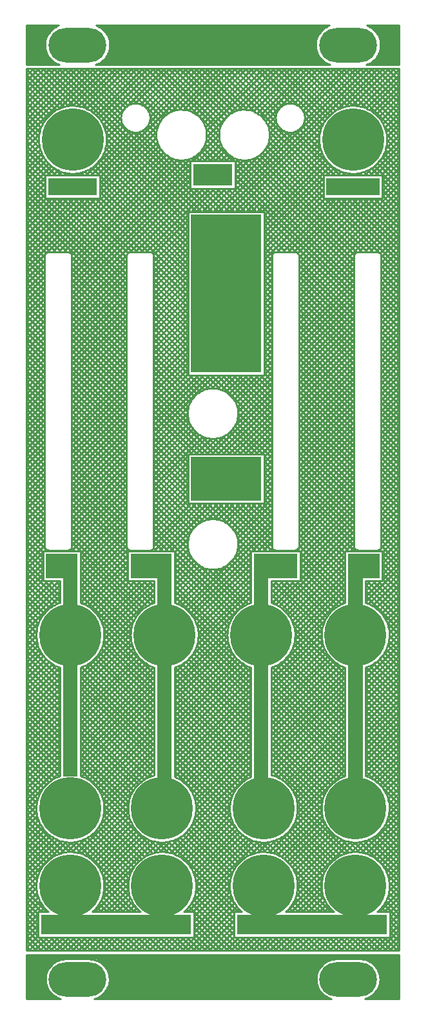
<source format=gtl>
G04 DipTrace 4.1.1.0*
G04 alps_panel02.GTL*
%MOIN*%
G04 #@! TF.FileFunction,Copper,L1,Top*
G04 #@! TF.Part,Single*
G04 #@! TA.AperFunction,CopperBalancing*
%ADD18C,0.01*%
G04 #@! TA.AperFunction,ComponentPad*
%ADD22C,0.32*%
%ADD23O,0.299213X0.177165*%
%FSLAX26Y26*%
G04*
G70*
G90*
G75*
G01*
G04 Top*
%LPD*%
X421412Y5209138D2*
D18*
X415714Y5203440D1*
X449697Y5209138D2*
X415714Y5175156D1*
X477980Y5209138D2*
X415714Y5146871D1*
X506265Y5209138D2*
X415714Y5118587D1*
X534550Y5209138D2*
X415714Y5090303D1*
X562833Y5209138D2*
X415714Y5062018D1*
X591118Y5209138D2*
X415714Y5033734D1*
X619402Y5209138D2*
X415714Y5005450D1*
X647686Y5209138D2*
X415714Y4977165D1*
X675971Y5209138D2*
X415714Y4948882D1*
X704255Y5209138D2*
X415714Y4920597D1*
X732539Y5209138D2*
X415714Y4892312D1*
X760824Y5209138D2*
X415714Y4864029D1*
X789108Y5209138D2*
X586110Y5006140D1*
X491861Y4911891D2*
X415714Y4835744D1*
X817392Y5209138D2*
X625995Y5017741D1*
X480260Y4872005D2*
X415714Y4807461D1*
X845676Y5209138D2*
X656642Y5020104D1*
X477898Y4841360D2*
X415714Y4779176D1*
X873961Y5209138D2*
X682688Y5017866D1*
X480135Y4815312D2*
X415714Y4750891D1*
X902245Y5209138D2*
X705655Y5012549D1*
X485453Y4792345D2*
X415714Y4722608D1*
X930529Y5209138D2*
X726247Y5004856D1*
X493144Y4771753D2*
X415714Y4694323D1*
X958814Y5209138D2*
X744850Y4995175D1*
X502827Y4753151D2*
X415714Y4666038D1*
X987097Y5209138D2*
X761672Y4983713D1*
X514289Y4736329D2*
X415714Y4637755D1*
X1015382Y5209138D2*
X776836Y4970592D1*
X527409Y4721165D2*
X415714Y4609470D1*
X1043667Y5209138D2*
X790385Y4955856D1*
X542131Y4707604D2*
X415714Y4581186D1*
X1071950Y5209138D2*
X802303Y4939490D1*
X558510Y4695698D2*
X522912Y4660100D1*
X512894Y4650081D2*
X415714Y4552902D1*
X1100235Y5209138D2*
X812467Y4921370D1*
X576630Y4685534D2*
X551197Y4660100D1*
X512894Y4621798D2*
X415714Y4524617D1*
X1128520Y5209138D2*
X941832Y5022451D1*
X913059Y4993677D2*
X820713Y4901331D1*
X596669Y4677289D2*
X579482Y4660100D1*
X512894Y4593513D2*
X415714Y4496333D1*
X1156803Y5209138D2*
X980308Y5032643D1*
X902853Y4955188D2*
X826706Y4879041D1*
X618946Y4671281D2*
X607765Y4660100D1*
X512894Y4565230D2*
X415714Y4468049D1*
X1185088Y5209138D2*
X1004436Y5028486D1*
X907024Y4931073D2*
X829869Y4853919D1*
X644081Y4668133D2*
X636050Y4660100D1*
X516346Y4540398D2*
X415714Y4439765D1*
X1213371Y5209138D2*
X1023135Y5018902D1*
X916608Y4912374D2*
X828971Y4824738D1*
X673264Y4669030D2*
X664333Y4660100D1*
X544631Y4540398D2*
X415714Y4411480D1*
X1241656Y5209138D2*
X1037829Y5005312D1*
X930198Y4897680D2*
X820781Y4788264D1*
X709738Y4677220D2*
X692618Y4660100D1*
X572916Y4540398D2*
X415714Y4383196D1*
X1269941Y5209138D2*
X1048643Y4987841D1*
X947655Y4886852D2*
X720903Y4660100D1*
X601199Y4540398D2*
X415714Y4354912D1*
X1298224Y5209138D2*
X1054678Y4965592D1*
X969903Y4880816D2*
X749186Y4660100D1*
X629484Y4540398D2*
X415714Y4326627D1*
X1326509Y5209138D2*
X1051543Y4934173D1*
X1001323Y4883951D2*
X777471Y4660100D1*
X657768Y4540398D2*
X415714Y4298344D1*
X1354793Y5209138D2*
X795108Y4649451D1*
X686052Y4540398D2*
X415714Y4270059D1*
X1383077Y5209138D2*
X1161573Y4987634D1*
X1097860Y4923920D2*
X795108Y4621168D1*
X714337Y4540398D2*
X415714Y4241774D1*
X1411362Y5209138D2*
X1201362Y4999139D1*
X1086369Y4884146D2*
X795108Y4592883D1*
X742621Y4540398D2*
X415714Y4213491D1*
X1439646Y5209138D2*
X1229978Y4999470D1*
X1086024Y4855516D2*
X795108Y4564600D1*
X770906Y4540398D2*
X415714Y4185206D1*
X1467930Y5209138D2*
X1253690Y4994899D1*
X1090609Y4831816D2*
X523727Y4264936D1*
X509331Y4250539D2*
X415714Y4156921D1*
X1496215Y5209138D2*
X1274102Y4987026D1*
X1098467Y4811391D2*
X552965Y4265888D1*
X508392Y4221315D2*
X415714Y4128638D1*
X1524499Y5209138D2*
X1291933Y4976572D1*
X1108936Y4793575D2*
X581249Y4265888D1*
X508392Y4193031D2*
X415714Y4100353D1*
X1552783Y5209138D2*
X1307455Y4963811D1*
X1121682Y4778038D2*
X609533Y4265888D1*
X508392Y4164747D2*
X415714Y4072070D1*
X1581067Y5209138D2*
X1320811Y4948882D1*
X1136612Y4764682D2*
X636615Y4264686D1*
X508392Y4136463D2*
X415714Y4043785D1*
X1609352Y5209138D2*
X1331915Y4931701D1*
X1153793Y4753579D2*
X649501Y4249287D1*
X508392Y4108178D2*
X415714Y4015500D1*
X1637636Y5209138D2*
X1340533Y4912034D1*
X1173459Y4744961D2*
X649791Y4221294D1*
X508392Y4079894D2*
X415714Y3987217D1*
X1665920Y5209138D2*
X1346112Y4889329D1*
X1196164Y4739382D2*
X649791Y4193009D1*
X508392Y4051610D2*
X415714Y3958932D1*
X1694205Y5209138D2*
X1347396Y4862329D1*
X1223177Y4738112D2*
X649791Y4164724D1*
X508392Y4023325D2*
X415714Y3930648D1*
X1722488Y5209138D2*
X1509202Y4995852D1*
X1414648Y4901298D2*
X1340436Y4827085D1*
X1258408Y4745058D2*
X649791Y4136441D1*
X508392Y3995041D2*
X415714Y3902364D1*
X1750773Y5209138D2*
X1541740Y5000105D1*
X1410395Y4868760D2*
X1276740Y4735106D1*
X1262896Y4721262D2*
X649791Y4108156D1*
X508392Y3966757D2*
X415714Y3874079D1*
X1779058Y5209138D2*
X1567538Y4997619D1*
X1412881Y4842962D2*
X1305025Y4735106D1*
X1262896Y4692978D2*
X649791Y4079871D1*
X508392Y3938472D2*
X415714Y3845795D1*
X1807341Y5209138D2*
X1589442Y4991239D1*
X1419261Y4821058D2*
X1333310Y4735106D1*
X1262896Y4664693D2*
X649791Y4051588D1*
X508392Y3910189D2*
X415714Y3817510D1*
X1835626Y5209138D2*
X1608487Y4982000D1*
X1428501Y4802013D2*
X1361593Y4735106D1*
X1262896Y4636409D2*
X649791Y4023303D1*
X508392Y3881904D2*
X415714Y3789226D1*
X1863911Y5209138D2*
X1625115Y4970344D1*
X1440157Y4785385D2*
X1389878Y4735106D1*
X1262896Y4608125D2*
X649791Y3995020D1*
X508392Y3853619D2*
X415714Y3760942D1*
X1892194Y5209138D2*
X1639534Y4956478D1*
X1454022Y4770967D2*
X1418163Y4735106D1*
X1273449Y4590392D2*
X947315Y4264259D1*
X933816Y4250760D2*
X649791Y3966735D1*
X508392Y3825336D2*
X415714Y3732657D1*
X1920479Y5209138D2*
X1651756Y4940416D1*
X1470085Y4758744D2*
X1446446Y4735106D1*
X1301732Y4590392D2*
X976773Y4265432D1*
X932642Y4221302D2*
X649791Y3938450D1*
X508392Y3797051D2*
X415714Y3704374D1*
X1948762Y5209138D2*
X1771867Y5032243D1*
X1703264Y4963639D2*
X1661644Y4922020D1*
X1488480Y4748856D2*
X1474731Y4735106D1*
X1330017Y4590392D2*
X1005058Y4265432D1*
X932642Y4193017D2*
X649791Y3910167D1*
X508392Y3768768D2*
X415714Y3676089D1*
X1977047Y5209138D2*
X1798245Y5030337D1*
X1705171Y4937261D2*
X1668812Y4900903D1*
X1509597Y4741688D2*
X1495101Y4727193D1*
X1358301Y4590392D2*
X1033341Y4265432D1*
X932642Y4164734D2*
X649791Y3881882D1*
X508392Y3740483D2*
X415714Y3647804D1*
X2005332Y5209138D2*
X1818244Y5022050D1*
X1713442Y4917249D2*
X1672430Y4876238D1*
X1534262Y4738070D2*
X1495101Y4698908D1*
X1386585Y4590392D2*
X1268799Y4472606D1*
X1250399Y4454205D2*
X1060534Y4264341D1*
X932642Y4136449D2*
X649791Y3853598D1*
X508392Y3712198D2*
X415714Y3619521D1*
X2033615Y5209138D2*
X1834029Y5009551D1*
X1725941Y4901463D2*
X1670415Y4845937D1*
X1564563Y4740087D2*
X1495101Y4670623D1*
X1414870Y4590392D2*
X1297084Y4472606D1*
X1250399Y4425921D2*
X1073682Y4249205D1*
X932642Y4108164D2*
X649791Y3825314D1*
X508392Y3683915D2*
X415714Y3591236D1*
X2061900Y5209138D2*
X1845990Y4993227D1*
X1742265Y4889504D2*
X1651770Y4799008D1*
X1611492Y4758731D2*
X1495101Y4642340D1*
X1443154Y4590392D2*
X1325369Y4472606D1*
X1250399Y4397636D2*
X1074055Y4221294D1*
X932642Y4079881D2*
X649791Y3797029D1*
X508392Y3655630D2*
X415714Y3562953D1*
X2090184Y5209138D2*
X1853571Y4972525D1*
X1762969Y4881921D2*
X1495101Y4614055D1*
X1471438Y4590392D2*
X1353652Y4472606D1*
X1250399Y4369352D2*
X1074055Y4193009D1*
X932642Y4051596D2*
X649791Y3768745D1*
X508392Y3627345D2*
X415714Y3534668D1*
X2118469Y5209138D2*
X1854123Y4944794D1*
X1790714Y4881383D2*
X1381937Y4472606D1*
X1250399Y4341068D2*
X1074055Y4164724D1*
X932642Y4023312D2*
X649791Y3740461D1*
X508392Y3599062D2*
X415714Y3506383D1*
X2146755Y5209139D2*
X1410223Y4472608D1*
X1250386Y4312772D2*
X1074043Y4136428D1*
X932644Y3995029D2*
X649793Y3712178D1*
X508394Y3570778D2*
X415702Y3478087D1*
X2175038Y5209139D2*
X1438507Y4472608D1*
X1250386Y4284487D2*
X1074043Y4108144D1*
X932644Y3966745D2*
X649793Y3683894D1*
X508394Y3542495D2*
X415702Y3449803D1*
X2203323Y5209139D2*
X1466791Y4472608D1*
X1250386Y4256203D2*
X1074043Y4079860D1*
X932644Y3938461D2*
X649793Y3655609D1*
X508394Y3514210D2*
X415702Y3421518D1*
X2231608Y5209139D2*
X2021677Y4999209D1*
X1948793Y4926324D2*
X1495075Y4472608D1*
X1250386Y4227919D2*
X1074043Y4051576D1*
X932644Y3910176D2*
X649793Y3627325D1*
X508394Y3485927D2*
X415702Y3393235D1*
X2259891Y5209139D2*
X2066685Y5015934D1*
X1932067Y4881316D2*
X1523360Y4472608D1*
X1250386Y4199634D2*
X1074043Y4023291D1*
X932644Y3881892D2*
X649793Y3599041D1*
X508394Y3457642D2*
X415702Y3364950D1*
X2288176Y5209139D2*
X2099058Y5020022D1*
X1927979Y4848944D2*
X1551644Y4472608D1*
X1250386Y4171350D2*
X1074043Y3995007D1*
X932644Y3853608D2*
X649793Y3570757D1*
X508394Y3429357D2*
X415702Y3336665D1*
X2316461Y5209139D2*
X2126113Y5018793D1*
X1929209Y4821888D2*
X1579928Y4472608D1*
X1250386Y4143066D2*
X1074043Y3966723D1*
X932644Y3825323D2*
X649793Y3542472D1*
X508394Y3401073D2*
X415702Y3308382D1*
X2342286Y5206681D2*
X2149812Y5014207D1*
X1933794Y4798189D2*
X1608213Y4472608D1*
X1250386Y4114781D2*
X1074043Y3938438D1*
X932644Y3797039D2*
X649793Y3514188D1*
X508394Y3372789D2*
X415702Y3280097D1*
X2342286Y5178398D2*
X2170984Y5007094D1*
X1940892Y4777004D2*
X1636497Y4472608D1*
X1250386Y4086497D2*
X1074043Y3910154D1*
X932644Y3768755D2*
X649793Y3485904D1*
X508394Y3344505D2*
X415702Y3251812D1*
X2342286Y5150113D2*
X2190098Y4997925D1*
X1950076Y4757903D2*
X1645101Y4452928D1*
X1250386Y4058213D2*
X1074043Y3881870D1*
X932644Y3740471D2*
X649793Y3457619D1*
X508394Y3316220D2*
X415702Y3223529D1*
X2342286Y5121828D2*
X2207375Y4986917D1*
X1961084Y4740626D2*
X1645101Y4424643D1*
X1250386Y4029929D2*
X1074043Y3853585D1*
X932644Y3712186D2*
X649793Y3429336D1*
X508394Y3287936D2*
X415702Y3195244D1*
X2342286Y5093545D2*
X2222982Y4974239D1*
X1973762Y4725020D2*
X1645101Y4396360D1*
X1250386Y4001644D2*
X1074043Y3825302D1*
X932644Y3683902D2*
X649793Y3401051D1*
X508394Y3259652D2*
X415702Y3166961D1*
X2342286Y5065260D2*
X2236958Y4959932D1*
X1988070Y4711043D2*
X1645101Y4368075D1*
X1250386Y3973360D2*
X1074043Y3797017D1*
X932644Y3655618D2*
X649793Y3372766D1*
X508394Y3231367D2*
X415702Y3138676D1*
X2342286Y5036976D2*
X2249304Y4943993D1*
X2004008Y4698697D2*
X1965412Y4660101D1*
X1950394Y4645084D2*
X1645101Y4339790D1*
X1250386Y3945076D2*
X1074043Y3768732D1*
X932644Y3627333D2*
X649793Y3344483D1*
X508394Y3203083D2*
X415702Y3110391D1*
X2342286Y5008692D2*
X2259953Y4926358D1*
X2021643Y4688049D2*
X1993696Y4660101D1*
X1950394Y4616799D2*
X1645101Y4311507D1*
X1250386Y3916791D2*
X1074043Y3740449D1*
X932644Y3599050D2*
X649793Y3316198D1*
X508394Y3174799D2*
X415702Y3082108D1*
X2342286Y4980407D2*
X2268736Y4906857D1*
X2041144Y4679265D2*
X2021980Y4660101D1*
X1950394Y4588516D2*
X1645101Y4283222D1*
X1250386Y3888508D2*
X1074043Y3712164D1*
X932644Y3570765D2*
X649793Y3287913D1*
X508394Y3146514D2*
X415702Y3053823D1*
X2342286Y4952123D2*
X2275365Y4885202D1*
X2062799Y4672636D2*
X2050265Y4660101D1*
X1950394Y4560231D2*
X1645101Y4254938D1*
X1250386Y3860223D2*
X1074043Y3683881D1*
X932644Y3542480D2*
X649793Y3259630D1*
X508394Y3118231D2*
X415702Y3025539D1*
X2342286Y4923839D2*
X2279356Y4860909D1*
X2087092Y4668644D2*
X2078549Y4660101D1*
X1958846Y4540399D2*
X1645101Y4226654D1*
X1250386Y3831938D2*
X1074043Y3655596D1*
X932644Y3514197D2*
X649793Y3231345D1*
X508394Y3089946D2*
X415702Y2997255D1*
X2342286Y4895554D2*
X2279715Y4832984D1*
X2115017Y4668286D2*
X2106833Y4660101D1*
X1987130Y4540399D2*
X1712608Y4265875D1*
X1683392Y4236660D2*
X1645101Y4198369D1*
X1250386Y3803655D2*
X1074043Y3627311D1*
X932644Y3485912D2*
X649793Y3203062D1*
X508394Y3061661D2*
X415702Y2968970D1*
X2342286Y4867270D2*
X2274052Y4799037D1*
X2148965Y4673949D2*
X2135118Y4660101D1*
X2015415Y4540399D2*
X1740891Y4265875D1*
X1683392Y4208377D2*
X1645101Y4170085D1*
X1250386Y3775370D2*
X1074043Y3599028D1*
X932644Y3457627D2*
X649793Y3174777D1*
X508394Y3033378D2*
X415702Y2940686D1*
X2342286Y4838986D2*
X2250520Y4747219D1*
X2200782Y4697482D2*
X2163402Y4660101D1*
X2043699Y4540399D2*
X1769176Y4265875D1*
X1683392Y4180092D2*
X1645101Y4141801D1*
X1250386Y3747087D2*
X1074043Y3570743D1*
X932644Y3429344D2*
X649793Y3146492D1*
X508394Y3005093D2*
X415702Y2912402D1*
X2342286Y4810702D2*
X2191686Y4660101D1*
X2071983Y4540399D2*
X1797461Y4265875D1*
X1683392Y4151808D2*
X1645101Y4113517D1*
X1250386Y3718802D2*
X1074043Y3542458D1*
X932644Y3401059D2*
X649793Y3118209D1*
X508394Y2976810D2*
X415702Y2884117D1*
X2342286Y4782417D2*
X2219970Y4660101D1*
X2100268Y4540399D2*
X1819406Y4259537D1*
X1683392Y4123524D2*
X1645101Y4085232D1*
X1250386Y3690517D2*
X1074043Y3514175D1*
X932644Y3372776D2*
X649793Y3089924D1*
X508394Y2948525D2*
X415702Y2855833D1*
X2342286Y4754133D2*
X2248255Y4660101D1*
X2128552Y4540399D2*
X1824791Y4236639D1*
X1683392Y4095239D2*
X1645101Y4056948D1*
X1250386Y3662234D2*
X1074043Y3485890D1*
X932644Y3344491D2*
X649793Y3061640D1*
X508394Y2920240D2*
X415702Y2827549D1*
X2342286Y4725849D2*
X2257605Y4641167D1*
X2156836Y4540399D2*
X1824791Y4208354D1*
X1683392Y4066955D2*
X1645101Y4028664D1*
X1250386Y3633949D2*
X1074043Y3457606D1*
X932644Y3316206D2*
X649793Y3033356D1*
X508394Y2891957D2*
X415702Y2799265D1*
X2342286Y4697564D2*
X2257605Y4612883D1*
X2185121Y4540399D2*
X1824791Y4180070D1*
X1683392Y4038671D2*
X1645101Y4000379D1*
X1272608Y3627886D2*
X1074043Y3429322D1*
X932644Y3287923D2*
X649793Y3005071D1*
X508394Y2863672D2*
X415702Y2770980D1*
X2342286Y4669281D2*
X2257605Y4584598D1*
X2213404Y4540399D2*
X1824791Y4151786D1*
X1683392Y4010387D2*
X1645101Y3972094D1*
X1300891Y3627886D2*
X1074043Y3401037D1*
X932644Y3259638D2*
X649793Y2976787D1*
X508394Y2835387D2*
X415702Y2742696D1*
X2342286Y4640996D2*
X2257605Y4556315D1*
X2241689Y4540399D2*
X1824791Y4123501D1*
X1683392Y3982102D2*
X1645101Y3943811D1*
X1329176Y3627886D2*
X1074043Y3372753D1*
X932644Y3231354D2*
X649793Y2948503D1*
X508394Y2807104D2*
X415702Y2714412D1*
X2342286Y4612711D2*
X1824791Y4095218D1*
X1683392Y3953818D2*
X1645101Y3915526D1*
X1357461Y3627886D2*
X1074043Y3344469D1*
X932644Y3203070D2*
X649793Y2920218D1*
X508394Y2778819D2*
X415702Y2686127D1*
X2342286Y4584428D2*
X1824791Y4066933D1*
X1683392Y3925534D2*
X1645101Y3887243D1*
X1385744Y3627886D2*
X1074043Y3316185D1*
X932644Y3174785D2*
X649793Y2891934D1*
X508394Y2750535D2*
X415702Y2657844D1*
X2342286Y4556143D2*
X1824791Y4038648D1*
X1683392Y3897249D2*
X1645101Y3858958D1*
X1414029Y3627886D2*
X1343669Y3557526D1*
X1252983Y3466840D2*
X1074043Y3287900D1*
X932644Y3146501D2*
X649793Y2863650D1*
X515492Y2729349D2*
X508744Y2722601D1*
X500404Y2714261D2*
X415702Y2629559D1*
X2342286Y4527858D2*
X1824791Y4010365D1*
X1683392Y3868965D2*
X1645101Y3830673D1*
X1442314Y3627886D2*
X1376995Y3562567D1*
X1247928Y3433501D2*
X1074043Y3259615D1*
X932644Y3118217D2*
X649793Y2835366D1*
X500398Y2685970D2*
X415702Y2601274D1*
X2342286Y4499575D2*
X1824791Y3982080D1*
X1683392Y3840681D2*
X1645101Y3802390D1*
X1470597Y3627886D2*
X1403180Y3560467D1*
X1250028Y3407316D2*
X1074043Y3231332D1*
X932644Y3089932D2*
X649793Y2807081D1*
X500398Y2657686D2*
X415702Y2572991D1*
X2342286Y4471290D2*
X2136871Y4265875D1*
X2108388Y4237392D2*
X1824791Y3953795D1*
X1683392Y3812396D2*
X1645101Y3774105D1*
X1498882Y3627886D2*
X1425345Y3554349D1*
X1256146Y3385150D2*
X1074043Y3203047D1*
X932644Y3061648D2*
X649793Y2778797D1*
X500398Y2629402D2*
X415702Y2544706D1*
X2342286Y4443007D2*
X2165156Y4265875D1*
X2108388Y4209109D2*
X1824791Y3925512D1*
X1683392Y3784113D2*
X1645101Y3745822D1*
X1527165Y3627886D2*
X1444597Y3545318D1*
X1265192Y3365911D2*
X1074043Y3174764D1*
X932644Y3033364D2*
X649793Y2750513D1*
X500398Y2601117D2*
X415702Y2516421D1*
X2342286Y4414722D2*
X2193440Y4265875D1*
X2108388Y4180824D2*
X1824791Y3897227D1*
X1683392Y3755828D2*
X1645101Y3717537D1*
X1555450Y3627886D2*
X1461406Y3533841D1*
X1276668Y3349104D2*
X1074043Y3146479D1*
X932644Y3005080D2*
X650165Y2722601D1*
X500398Y2572833D2*
X415702Y2488138D1*
X2342286Y4386437D2*
X2221724Y4265875D1*
X2108388Y4152539D2*
X1824791Y3868944D1*
X1683392Y3727543D2*
X1645101Y3689252D1*
X1583735Y3627886D2*
X1475990Y3520140D1*
X1290354Y3334505D2*
X1074043Y3118194D1*
X932644Y2976795D2*
X678450Y2722601D1*
X521238Y2565388D2*
X415702Y2459853D1*
X2342286Y4358154D2*
X2244042Y4259909D1*
X2108388Y4124256D2*
X1824791Y3840659D1*
X1683392Y3699260D2*
X1645101Y3660969D1*
X1612018Y3627886D2*
X1488391Y3504259D1*
X1306251Y3322118D2*
X1074043Y3089911D1*
X932644Y2948510D2*
X695105Y2710972D1*
X549522Y2565388D2*
X415702Y2431570D1*
X2342286Y4329869D2*
X2249802Y4237385D1*
X2108388Y4095971D2*
X1824791Y3812374D1*
X1683392Y3670975D2*
X1645101Y3632684D1*
X1640302Y3627886D2*
X1498459Y3486042D1*
X1324453Y3312035D2*
X1074043Y3061626D1*
X932644Y2920227D2*
X695105Y2682689D1*
X577806Y2565388D2*
X415702Y2403285D1*
X2342286Y4301585D2*
X2249802Y4209100D1*
X2108388Y4067688D2*
X1824791Y3784091D1*
X1683392Y3642692D2*
X1505861Y3465160D1*
X1345335Y3304634D2*
X1263304Y3222604D1*
X1250386Y3209685D2*
X1074043Y3033341D1*
X932644Y2891942D2*
X695105Y2654404D1*
X587887Y2547186D2*
X415702Y2375000D1*
X2342286Y4273301D2*
X2249802Y4180816D1*
X2108388Y4039403D2*
X1824791Y3755806D1*
X1683392Y3614407D2*
X1509811Y3440825D1*
X1369669Y3300684D2*
X1291589Y3222604D1*
X1250386Y3181400D2*
X1074043Y3005058D1*
X932644Y2863659D2*
X695105Y2626121D1*
X587887Y2518903D2*
X415702Y2346717D1*
X2342286Y4245016D2*
X2249802Y4152531D1*
X2108388Y4011118D2*
X1824791Y3727522D1*
X1683392Y3586122D2*
X1508388Y3411119D1*
X1399390Y3302119D2*
X1319873Y3222604D1*
X1250386Y3153117D2*
X1074043Y2976773D1*
X932644Y2835374D2*
X695105Y2597836D1*
X587887Y2490618D2*
X415702Y2318432D1*
X2342286Y4216732D2*
X2249802Y4124247D1*
X2108388Y3982835D2*
X1824791Y3699238D1*
X1683392Y3557839D2*
X1492727Y3367173D1*
X1443335Y3317781D2*
X1348157Y3222604D1*
X1250386Y3124832D2*
X1074043Y2948490D1*
X932644Y2807089D2*
X695105Y2569551D1*
X587887Y2462333D2*
X576735Y2451180D1*
X478066Y2352512D2*
X415702Y2290148D1*
X2342286Y4188448D2*
X2249802Y4095963D1*
X2108388Y3954550D2*
X1824791Y3670953D1*
X1683392Y3529554D2*
X1376442Y3222604D1*
X1250386Y3096547D2*
X1074043Y2920205D1*
X932644Y2778806D2*
X695105Y2541268D1*
X467417Y2313579D2*
X415702Y2261864D1*
X2342286Y4160163D2*
X2249802Y4067678D1*
X2108388Y3926265D2*
X1824791Y3642669D1*
X1683392Y3501270D2*
X1404726Y3222604D1*
X1250386Y3068264D2*
X1074043Y2891920D1*
X932644Y2750521D2*
X695105Y2512983D1*
X465429Y2283306D2*
X415702Y2233579D1*
X2342286Y4131879D2*
X2249802Y4039395D1*
X2108388Y3897982D2*
X1824791Y3614385D1*
X1683392Y3472986D2*
X1433010Y3222604D1*
X1250386Y3039979D2*
X1074043Y2863636D1*
X939508Y2729101D2*
X695105Y2484698D1*
X467900Y2257493D2*
X415702Y2205295D1*
X2342286Y4103594D2*
X2249802Y4011110D1*
X2108388Y3869697D2*
X1824791Y3586101D1*
X1683392Y3444701D2*
X1461294Y3222604D1*
X1250386Y3011696D2*
X1074043Y2835352D1*
X937892Y2699201D2*
X695105Y2456415D1*
X473383Y2234693D2*
X415702Y2177010D1*
X2342286Y4075311D2*
X2249802Y3982825D1*
X2108388Y3841413D2*
X1824791Y3557816D1*
X1683392Y3416417D2*
X1489579Y3222604D1*
X1250386Y2983411D2*
X1074043Y2807068D1*
X937892Y2670916D2*
X715007Y2448031D1*
X481214Y2214239D2*
X415702Y2148726D1*
X2342286Y4047026D2*
X2249802Y3954542D1*
X2108388Y3813129D2*
X1824791Y3529531D1*
X1683392Y3388133D2*
X1517864Y3222604D1*
X1260647Y2965387D2*
X1074043Y2778783D1*
X937892Y2642633D2*
X733486Y2438226D1*
X491020Y2195760D2*
X415702Y2120442D1*
X2342286Y4018741D2*
X2249802Y3926257D1*
X2108388Y3784844D2*
X1824791Y3501248D1*
X1683392Y3359848D2*
X1546147Y3222604D1*
X1288932Y2965387D2*
X1074043Y2750499D1*
X937892Y2614348D2*
X750210Y2426667D1*
X502593Y2179049D2*
X415702Y2092157D1*
X2342286Y3990458D2*
X2249802Y3897974D1*
X2108388Y3756560D2*
X1824791Y3472963D1*
X1683392Y3331564D2*
X1574432Y3222604D1*
X1317217Y2965387D2*
X1074429Y2722601D1*
X937892Y2586063D2*
X765264Y2413436D1*
X515810Y2163982D2*
X415702Y2063874D1*
X2342286Y3962173D2*
X2249802Y3869689D1*
X2108388Y3728276D2*
X1824791Y3444678D1*
X1683392Y3303280D2*
X1602715Y3222604D1*
X1345500Y2965387D2*
X1102714Y2722601D1*
X945501Y2565388D2*
X778715Y2398602D1*
X530656Y2150543D2*
X415702Y2035589D1*
X2342286Y3933890D2*
X2249802Y3841404D1*
X2108388Y3699992D2*
X1824791Y3416395D1*
X1683392Y3274996D2*
X1631000Y3222604D1*
X1373785Y2965387D2*
X1130999Y2722601D1*
X973786Y2565388D2*
X790509Y2382113D1*
X547133Y2138736D2*
X415702Y2007304D1*
X2342286Y3905605D2*
X2249802Y3813121D1*
X2108388Y3671707D2*
X1824791Y3388110D1*
X1683392Y3246711D2*
X1645101Y3208420D1*
X1402068Y2965387D2*
X1159282Y2722601D1*
X1002070Y2565388D2*
X800564Y2363883D1*
X565362Y2128681D2*
X415702Y1979021D1*
X2342286Y3877320D2*
X2249802Y3784836D1*
X2108388Y3643423D2*
X1824791Y3359827D1*
X1683392Y3218427D2*
X1645101Y3180135D1*
X1430353Y2965387D2*
X1348862Y2883896D1*
X1251601Y2786636D2*
X1182609Y2717643D1*
X1030354Y2565388D2*
X808671Y2343706D1*
X585539Y2120575D2*
X415702Y1950736D1*
X2342286Y3849037D2*
X2249802Y3756551D1*
X2108388Y3615139D2*
X1824791Y3331542D1*
X1683392Y3190143D2*
X1645101Y3151852D1*
X1458638Y2965387D2*
X1380848Y2887597D1*
X1247900Y2754651D2*
X1182609Y2689360D1*
X1058639Y2565388D2*
X814513Y2321264D1*
X587887Y2094638D2*
X415702Y1922453D1*
X2342286Y3820752D2*
X2249802Y3728268D1*
X2108388Y3586854D2*
X1824791Y3303257D1*
X1683392Y3161858D2*
X1645101Y3123567D1*
X1486921Y2965387D2*
X1406383Y2884849D1*
X1250663Y2729129D2*
X1182609Y2661075D1*
X1075391Y2553857D2*
X817454Y2295920D1*
X587887Y2066354D2*
X415702Y1894168D1*
X2342286Y3792469D2*
X2249802Y3699983D1*
X2108388Y3558570D2*
X1824791Y3274974D1*
X1683392Y3133575D2*
X1645101Y3095282D1*
X1515206Y2965387D2*
X1428108Y2878289D1*
X1257209Y2707390D2*
X1182609Y2632790D1*
X1075391Y2525572D2*
X816211Y2266394D1*
X587887Y2038070D2*
X415702Y1865883D1*
X2342286Y3764184D2*
X2249802Y3671699D1*
X2108388Y3530286D2*
X1824791Y3246689D1*
X1683392Y3105290D2*
X1645101Y3066999D1*
X1543490Y2965387D2*
X1447000Y2868898D1*
X1266600Y2688497D2*
X1182609Y2604507D1*
X1075391Y2497289D2*
X807290Y2229188D1*
X700058Y2121955D2*
X695105Y2117003D1*
X587887Y2009785D2*
X415702Y1837600D1*
X2342286Y3735899D2*
X2249802Y3643415D1*
X2108388Y3502001D2*
X1824791Y3218406D1*
X1683392Y3077005D2*
X1645101Y3038714D1*
X1571774Y2965387D2*
X1463504Y2857118D1*
X1278381Y2671993D2*
X1182609Y2576222D1*
X1075391Y2469004D2*
X1052181Y2445794D1*
X970954Y2364568D2*
X695105Y2088719D1*
X587887Y1981501D2*
X415702Y1809315D1*
X2342286Y3707615D2*
X2249802Y3615130D1*
X2108388Y3473718D2*
X1824791Y3190121D1*
X1683392Y3048722D2*
X1645101Y3010430D1*
X1600059Y2965387D2*
X1477798Y2843127D1*
X1292370Y2657699D2*
X1182609Y2547938D1*
X956343Y2321672D2*
X695105Y2060434D1*
X587887Y1953217D2*
X415702Y1781030D1*
X2342286Y3679331D2*
X2249802Y3586846D1*
X2108388Y3445433D2*
X1824791Y3161836D1*
X1683392Y3020437D2*
X1645101Y2982146D1*
X1628343Y2965387D2*
X1489896Y2826941D1*
X1308571Y2645615D2*
X1182609Y2519654D1*
X952917Y2289963D2*
X695105Y2032151D1*
X587887Y1924933D2*
X415702Y1752747D1*
X2342286Y3651046D2*
X2249802Y3558562D1*
X2108388Y3417148D2*
X1824791Y3133552D1*
X1683392Y2992152D2*
X1499633Y2808394D1*
X1327105Y2635865D2*
X1182609Y2491369D1*
X954507Y2263266D2*
X695105Y2003866D1*
X587887Y1896648D2*
X415702Y1724462D1*
X2342286Y3622762D2*
X2249802Y3530278D1*
X2108388Y3388865D2*
X1824791Y3105268D1*
X1683392Y2963869D2*
X1506621Y2787097D1*
X1348400Y2628877D2*
X1182609Y2463085D1*
X959367Y2239844D2*
X695105Y1975581D1*
X587887Y1868364D2*
X415702Y1696178D1*
X2342286Y3594478D2*
X2249802Y3501993D1*
X2108388Y3360580D2*
X1824791Y3076983D1*
X1683392Y2935584D2*
X1510005Y2762197D1*
X1373301Y2625493D2*
X1197883Y2450075D1*
X966688Y2218879D2*
X695105Y1947298D1*
X587887Y1840080D2*
X415702Y1667894D1*
X2342286Y3566194D2*
X2249802Y3473709D1*
X2108388Y3332297D2*
X1824791Y3048699D1*
X1683392Y2907301D2*
X1507533Y2731441D1*
X1404058Y2627965D2*
X1216804Y2440711D1*
X976037Y2199945D2*
X695105Y1919013D1*
X587887Y1811795D2*
X415702Y1639609D1*
X2342286Y3537909D2*
X2249802Y3445425D1*
X2108388Y3304012D2*
X1824791Y3020415D1*
X1683392Y2879016D2*
X1485864Y2681487D1*
X1454010Y2649634D2*
X1233916Y2429539D1*
X987210Y2182833D2*
X695105Y1890730D1*
X587887Y1783512D2*
X415702Y1611325D1*
X2342286Y3509625D2*
X2249802Y3417140D1*
X2108388Y3275727D2*
X1824791Y2992131D1*
X1683392Y2850731D2*
X1249370Y2416709D1*
X1000039Y2167379D2*
X695105Y1862445D1*
X587887Y1755227D2*
X415702Y1583041D1*
X2342286Y3481341D2*
X2249802Y3388856D1*
X2108388Y3247444D2*
X1824791Y2963846D1*
X1683392Y2822448D2*
X1583547Y2722601D1*
X1575399Y2714454D2*
X1263194Y2402249D1*
X1014500Y2153555D2*
X695105Y1834160D1*
X587887Y1726942D2*
X415702Y1554757D1*
X2342286Y3453056D2*
X2249802Y3360572D1*
X2108388Y3219159D2*
X1824791Y2935562D1*
X1683392Y2794163D2*
X1611831Y2722601D1*
X1575392Y2686164D2*
X1275375Y2386146D1*
X1030602Y2141374D2*
X695105Y1805877D1*
X587887Y1698659D2*
X415702Y1526472D1*
X2342286Y3424773D2*
X2249802Y3332287D1*
X2108388Y3190874D2*
X1824791Y2907278D1*
X1683392Y2765879D2*
X1640115Y2722601D1*
X1575392Y2657879D2*
X1285857Y2368344D1*
X1048406Y2130891D2*
X695105Y1777592D1*
X587887Y1670374D2*
X415702Y1498188D1*
X2342286Y3396488D2*
X2249802Y3304004D1*
X2108388Y3162591D2*
X1824791Y2878993D1*
X1684345Y2738547D2*
X1668399Y2722601D1*
X1575392Y2629594D2*
X1294448Y2348650D1*
X1068098Y2122301D2*
X695105Y1749307D1*
X587887Y1642089D2*
X415702Y1469904D1*
X2342286Y3368203D2*
X2249802Y3275719D1*
X2108388Y3134306D2*
X1824791Y2850710D1*
X1699164Y2725081D2*
X1696684Y2722601D1*
X1575392Y2601311D2*
X1300870Y2326787D1*
X1075391Y2101308D2*
X695105Y1721024D1*
X587887Y1613806D2*
X415702Y1441619D1*
X2342286Y3339920D2*
X2249802Y3247434D1*
X2108388Y3106022D2*
X1824791Y2822425D1*
X1575392Y2573026D2*
X1304571Y2302205D1*
X1075391Y2073025D2*
X695105Y1692739D1*
X587887Y1585521D2*
X538617Y1536251D1*
X499251Y1496885D2*
X415702Y1413335D1*
X2342286Y3311635D2*
X2249802Y3219151D1*
X2108388Y3077738D2*
X1824791Y2794140D1*
X1575392Y2544741D2*
X1304501Y2273852D1*
X1075391Y2044740D2*
X695105Y1664455D1*
X472140Y1441490D2*
X415702Y1385051D1*
X2342286Y3283350D2*
X2249802Y3190866D1*
X2108388Y3049453D2*
X1824791Y2765857D1*
X1575392Y2516458D2*
X1298010Y2239076D1*
X1075391Y2016455D2*
X695105Y1636171D1*
X465925Y1406991D2*
X415702Y1356766D1*
X2342286Y3255067D2*
X2249802Y3162583D1*
X2108388Y3021169D2*
X1809820Y2722601D1*
X1575392Y2488173D2*
X1268732Y2181513D1*
X1235236Y2148017D2*
X1182609Y2095390D1*
X1075391Y1988172D2*
X695105Y1607886D1*
X465995Y1378776D2*
X415702Y1328483D1*
X2342286Y3226782D2*
X2249802Y3134298D1*
X2108388Y2992885D2*
X1832609Y2717105D1*
X1575392Y2459890D2*
X1568231Y2452727D1*
X1464024Y2348520D2*
X1182609Y2067105D1*
X1075391Y1959887D2*
X695105Y1579602D1*
X469793Y1354289D2*
X415702Y1300198D1*
X2342286Y3198499D2*
X2249802Y3106013D1*
X2108388Y2964601D2*
X1832609Y2688820D1*
X1709177Y2565388D2*
X1682610Y2538823D1*
X1454495Y2310706D2*
X1182609Y2038822D1*
X1075391Y1931604D2*
X703020Y1559231D1*
X476270Y1332482D2*
X415702Y1271913D1*
X2342286Y3170214D2*
X2249802Y3077730D1*
X2108388Y2936316D2*
X1832609Y2660537D1*
X1737461Y2565388D2*
X1682610Y2510538D1*
X1453003Y2280930D2*
X1182609Y2010537D1*
X1075391Y1903319D2*
X722644Y1550572D1*
X484929Y1312857D2*
X415702Y1243630D1*
X2342286Y3141929D2*
X2249802Y3049445D1*
X2108388Y2908031D2*
X1832609Y2632252D1*
X1765745Y2565388D2*
X1682610Y2482255D1*
X1455765Y2255408D2*
X1182609Y1982252D1*
X1075391Y1875034D2*
X740404Y1540049D1*
X495453Y1295097D2*
X415702Y1215345D1*
X2342286Y3113646D2*
X2249802Y3021160D1*
X2108388Y2879748D2*
X1832609Y2603967D1*
X1794030Y2565388D2*
X1683909Y2455268D1*
X1461483Y2232841D2*
X1182609Y1953969D1*
X1075391Y1846751D2*
X756438Y1527798D1*
X507689Y1279049D2*
X415702Y1187062D1*
X2342286Y3085361D2*
X2249802Y2992877D1*
X2108388Y2851463D2*
X1832609Y2575684D1*
X1822314Y2565388D2*
X1704182Y2447259D1*
X1469492Y2212567D2*
X1182609Y1925684D1*
X1075391Y1818466D2*
X770857Y1513932D1*
X521570Y1264644D2*
X415702Y1158777D1*
X2342286Y3057077D2*
X2249802Y2964592D1*
X2108388Y2823180D2*
X1722509Y2437301D1*
X1479450Y2194240D2*
X1182609Y1897399D1*
X1075391Y1790182D2*
X783646Y1498437D1*
X537064Y1251856D2*
X415702Y1130492D1*
X2342286Y3028793D2*
X2249802Y2936308D1*
X2108388Y2794895D2*
X1739083Y2425589D1*
X1491161Y2177668D2*
X1182609Y1869115D1*
X1075391Y1761898D2*
X794764Y1481270D1*
X554231Y1240738D2*
X415702Y1102209D1*
X2342286Y3000508D2*
X2249802Y2908024D1*
X2108388Y2766610D2*
X1753997Y2412220D1*
X1504530Y2162752D2*
X1182609Y1840831D1*
X1075391Y1733613D2*
X804072Y1462294D1*
X573207Y1231429D2*
X415702Y1073924D1*
X2342286Y2972224D2*
X2249802Y2879739D1*
X2109161Y2739100D2*
X2092664Y2722601D1*
X2062896Y2692833D2*
X1767298Y2397236D1*
X1519514Y2149453D2*
X1182609Y1812547D1*
X1075391Y1705329D2*
X811323Y1441260D1*
X594240Y1224178D2*
X415702Y1045639D1*
X2342286Y2943940D2*
X2249802Y2851455D1*
X2123567Y2725220D2*
X2120948Y2722601D1*
X2062896Y2664550D2*
X1778954Y2380608D1*
X1536143Y2137797D2*
X1182609Y1784262D1*
X1075391Y1677045D2*
X816087Y1417741D1*
X617760Y1219413D2*
X415702Y1017356D1*
X2342286Y2915655D2*
X2249802Y2823171D1*
X2062896Y2636265D2*
X1788843Y2362211D1*
X1554538Y2127908D2*
X1182609Y1755978D1*
X1075391Y1648760D2*
X817564Y1390934D1*
X644567Y1217936D2*
X588224Y1161594D1*
X473908Y1047278D2*
X415702Y989071D1*
X2342286Y2887371D2*
X2249802Y2794887D1*
X2062896Y2607982D2*
X1796783Y2341869D1*
X1574882Y2119967D2*
X1182609Y1727694D1*
X1075391Y1620476D2*
X813933Y1359018D1*
X676470Y1221555D2*
X624077Y1169163D1*
X466327Y1011411D2*
X415702Y960787D1*
X2342286Y2859087D2*
X2249802Y2766602D1*
X2062896Y2579697D2*
X1802391Y2319192D1*
X1575392Y2092194D2*
X1182609Y1699409D1*
X1075391Y1592192D2*
X1030207Y1547009D1*
X963483Y1480283D2*
X798714Y1315514D1*
X719987Y1236787D2*
X652970Y1169770D1*
X465719Y982520D2*
X415702Y932503D1*
X2342286Y2830803D2*
X2246445Y2734962D1*
X2239451Y2727969D2*
X2234085Y2722601D1*
X2062896Y2551412D2*
X1805029Y2293545D1*
X1575392Y2063909D2*
X1182609Y1671126D1*
X945087Y1433604D2*
X677911Y1166428D1*
X469060Y957577D2*
X415702Y904218D1*
X2342286Y2802518D2*
X2257605Y2717837D1*
X2062896Y2523129D2*
X1803329Y2263562D1*
X1575392Y2035625D2*
X1182609Y1642841D1*
X940558Y1400790D2*
X700064Y1160297D1*
X475206Y935438D2*
X415702Y875934D1*
X2342286Y2774234D2*
X2257605Y2689552D1*
X2062896Y2494844D2*
X1793331Y2225280D1*
X1691471Y2123420D2*
X1682610Y2114559D1*
X1575392Y2007341D2*
X1182609Y1614556D1*
X941524Y1373472D2*
X719979Y1151927D1*
X483576Y915524D2*
X415702Y847650D1*
X2342286Y2745950D2*
X2257605Y2661268D1*
X2062896Y2466560D2*
X2044340Y2448004D1*
X1956249Y2359913D2*
X1682610Y2086274D1*
X1575392Y1979056D2*
X1182609Y1586273D1*
X945929Y1349593D2*
X737988Y1141652D1*
X493850Y897514D2*
X415702Y819366D1*
X2342286Y2717665D2*
X2257605Y2632984D1*
X2190009Y2565388D2*
X2170114Y2545493D1*
X1943268Y2318647D2*
X1682610Y2057991D1*
X1575392Y1950773D2*
X1182609Y1557988D1*
X952890Y1328270D2*
X754270Y1129650D1*
X505852Y881232D2*
X484727Y860108D1*
X475400Y850780D2*
X415702Y791081D1*
X2342286Y2689382D2*
X2257605Y2604699D1*
X2218294Y2565388D2*
X2170114Y2517209D1*
X1940395Y2287491D2*
X1682610Y2029706D1*
X1575392Y1922488D2*
X1201461Y1548555D1*
X961950Y1309046D2*
X768909Y1116005D1*
X519497Y866593D2*
X513012Y860108D1*
X475400Y822495D2*
X415702Y762797D1*
X2342286Y2661097D2*
X2257605Y2576416D1*
X2246577Y2565388D2*
X2170114Y2488925D1*
X1942315Y2261126D2*
X1682610Y2001421D1*
X1575392Y1894203D2*
X1218848Y1537659D1*
X972846Y1291657D2*
X781933Y1100744D1*
X475400Y794211D2*
X415702Y734513D1*
X2342286Y2632812D2*
X2170114Y2460640D1*
X1947411Y2237938D2*
X1682610Y1973138D1*
X1575392Y1865920D2*
X1234551Y1525077D1*
X985428Y1275955D2*
X793286Y1083812D1*
X475400Y765927D2*
X415702Y706228D1*
X2342286Y2604529D2*
X2187087Y2449329D1*
X1954911Y2217152D2*
X1682610Y1944853D1*
X1575392Y1837635D2*
X1248623Y1510866D1*
X999626Y1261867D2*
X802857Y1065098D1*
X475400Y737642D2*
X415702Y677944D1*
X2342286Y2576244D2*
X2205856Y2439814D1*
X1964440Y2198398D2*
X1682610Y1916568D1*
X1575392Y1809350D2*
X1261081Y1495039D1*
X1015466Y1249425D2*
X810425Y1044383D1*
X493934Y727892D2*
X426143Y660101D1*
X2342286Y2547959D2*
X2222815Y2428490D1*
X1975751Y2181424D2*
X1682610Y1888285D1*
X1575392Y1781067D2*
X1271840Y1477513D1*
X1032992Y1238667D2*
X815591Y1021264D1*
X522218Y727892D2*
X454427Y660101D1*
X2342286Y2519676D2*
X2238131Y2415521D1*
X1988732Y2166122D2*
X1682610Y1860000D1*
X1575392Y1752782D2*
X1280734Y1458123D1*
X1052369Y1229759D2*
X817606Y994996D1*
X550503Y727892D2*
X482711Y660101D1*
X2342286Y2491391D2*
X2251818Y2400923D1*
X2003331Y2152436D2*
X1682610Y1831717D1*
X1575392Y1724499D2*
X1287529Y1436634D1*
X1073871Y1222978D2*
X814899Y964005D1*
X578786Y727892D2*
X510996Y660101D1*
X2342286Y2463108D2*
X2263861Y2384682D1*
X2019572Y2140392D2*
X1682610Y1803432D1*
X1575392Y1696214D2*
X1291699Y1412521D1*
X1097986Y1218806D2*
X1019656Y1140478D1*
X970029Y1090850D2*
X802360Y923181D1*
X607071Y727892D2*
X539280Y660101D1*
X2342286Y2434823D2*
X2274177Y2366714D1*
X2037539Y2130076D2*
X1682610Y1775147D1*
X1575392Y1667929D2*
X1292335Y1384871D1*
X1125634Y1218171D2*
X1071516Y1164052D1*
X946454Y1038991D2*
X767571Y860108D1*
X635356Y727892D2*
X567564Y660101D1*
X2342286Y2406538D2*
X2282602Y2346854D1*
X2057399Y2121652D2*
X1682610Y1746864D1*
X1575392Y1639646D2*
X1287184Y1351436D1*
X1159056Y1223308D2*
X1105462Y1169715D1*
X940793Y1005045D2*
X795854Y860108D1*
X663639Y727892D2*
X595848Y660101D1*
X2342286Y2378255D2*
X2288803Y2324772D1*
X2062896Y2098865D2*
X1682610Y1718579D1*
X1575392Y1611361D2*
X1266219Y1302186D1*
X1208304Y1244273D2*
X1133387Y1169356D1*
X941138Y977105D2*
X824139Y860108D1*
X691924Y727892D2*
X624133Y660101D1*
X2342286Y2349970D2*
X2292228Y2299912D1*
X2062896Y2070580D2*
X1682610Y1690295D1*
X1575392Y1583077D2*
X1157694Y1165378D1*
X945129Y952812D2*
X852423Y860108D1*
X720207Y727892D2*
X652417Y660101D1*
X2342286Y2321686D2*
X2291744Y2271144D1*
X2062896Y2042295D2*
X1682610Y1662010D1*
X1477227Y1456626D2*
X1179336Y1158735D1*
X951772Y931172D2*
X880707Y860108D1*
X748492Y727892D2*
X680701Y660101D1*
X2342286Y2293402D2*
X2284438Y2235554D1*
X2062896Y2014012D2*
X1682610Y1633726D1*
X1467186Y1418302D2*
X1198836Y1149951D1*
X960542Y911657D2*
X908992Y860108D1*
X776777Y727892D2*
X708986Y660101D1*
X2342286Y2265117D2*
X2170114Y2092945D1*
X2062896Y1985727D2*
X1682610Y1605442D1*
X1465459Y1388291D2*
X1216472Y1139303D1*
X971189Y894021D2*
X937276Y860108D1*
X805060Y727892D2*
X737269Y660101D1*
X2342286Y2236833D2*
X2170114Y2064660D1*
X2062896Y1957442D2*
X1682610Y1577157D1*
X1468097Y1362644D2*
X1232409Y1126957D1*
X983537Y878083D2*
X965560Y860108D1*
X833345Y727892D2*
X765554Y660101D1*
X2342286Y2208549D2*
X2170114Y2036377D1*
X2062896Y1929159D2*
X1695538Y1561801D1*
X1473692Y1339954D2*
X1246732Y1112995D1*
X997513Y863776D2*
X993846Y860109D1*
X861629Y727892D2*
X793839Y660101D1*
X2342286Y2180264D2*
X2170114Y2008092D1*
X2062896Y1900874D2*
X1715894Y1553873D1*
X1481618Y1319597D2*
X1259409Y1097388D1*
X889913Y727892D2*
X822122Y660101D1*
X2342286Y2151980D2*
X2170114Y1979808D1*
X2062896Y1872591D2*
X1734290Y1543984D1*
X1491507Y1301201D2*
X1270417Y1080112D1*
X918198Y727892D2*
X850407Y660101D1*
X2342286Y2123696D2*
X2170114Y1951524D1*
X2062896Y1844306D2*
X1750932Y1532343D1*
X1503163Y1284572D2*
X1279601Y1061010D1*
X946482Y727892D2*
X878692Y660101D1*
X2342286Y2095412D2*
X2170114Y1923239D1*
X2062896Y1816021D2*
X1765916Y1519042D1*
X1516449Y1269575D2*
X1286699Y1039825D1*
X974766Y727892D2*
X906975Y660101D1*
X2342286Y2067127D2*
X2170114Y1894955D1*
X2062896Y1787738D2*
X1779285Y1504127D1*
X1531365Y1256206D2*
X1291299Y1016140D1*
X1003051Y727892D2*
X935260Y660101D1*
X2342286Y2038843D2*
X2170114Y1866671D1*
X2062896Y1759453D2*
X1791010Y1487568D1*
X1547937Y1244495D2*
X1292514Y989071D1*
X1031335Y727892D2*
X963543Y660101D1*
X2342286Y2010559D2*
X2170114Y1838387D1*
X2062896Y1731169D2*
X1800982Y1469255D1*
X1566251Y1234522D2*
X1288440Y956713D1*
X1059619Y727892D2*
X991828Y660101D1*
X2342286Y1982274D2*
X2170114Y1810102D1*
X2062896Y1702885D2*
X1808992Y1448980D1*
X1586510Y1226499D2*
X1271730Y911718D1*
X1087903Y727892D2*
X1020113Y660101D1*
X2342286Y1953991D2*
X2170114Y1781818D1*
X2062896Y1674600D2*
X1814710Y1426413D1*
X1609077Y1220781D2*
X1248403Y860108D1*
X1116188Y727892D2*
X1048396Y660101D1*
X2342286Y1925706D2*
X2170114Y1753534D1*
X2062896Y1646316D2*
X1817500Y1400920D1*
X1634585Y1218005D2*
X1572042Y1155462D1*
X1480043Y1063463D2*
X1276688Y860108D1*
X1144472Y727892D2*
X1076681Y660101D1*
X2342286Y1897421D2*
X2170114Y1725249D1*
X2062896Y1618031D2*
X1816022Y1371157D1*
X1664348Y1219483D2*
X1612425Y1167560D1*
X1467946Y1023081D2*
X1282612Y837748D1*
X1172756Y727892D2*
X1104965Y660101D1*
X2342286Y1869138D2*
X2170114Y1696965D1*
X2062896Y1589747D2*
X1806547Y1333399D1*
X1702106Y1228957D2*
X1643251Y1170101D1*
X1465391Y992243D2*
X1282612Y809463D1*
X1201041Y727892D2*
X1133249Y660101D1*
X2342286Y1840853D2*
X2170114Y1668681D1*
X1948999Y1447567D2*
X1669421Y1167988D1*
X1467517Y966085D2*
X1282612Y781178D1*
X1229324Y727892D2*
X1161534Y660101D1*
X2342286Y1812568D2*
X2170114Y1640396D1*
X1941348Y1411631D2*
X1692471Y1162755D1*
X1472752Y943034D2*
X1282612Y752895D1*
X1257609Y727892D2*
X1189818Y660101D1*
X2342286Y1784285D2*
X2170114Y1612113D1*
X1940713Y1382711D2*
X1713133Y1155131D1*
X1480375Y922374D2*
X1218102Y660101D1*
X2342286Y1756000D2*
X2170114Y1583828D1*
X1944028Y1357741D2*
X1731790Y1145505D1*
X1490001Y903715D2*
X1246387Y660101D1*
X2342286Y1727717D2*
X2174906Y1560336D1*
X1950159Y1335589D2*
X1748667Y1134097D1*
X1501395Y886825D2*
X1274671Y660101D1*
X2342286Y1699432D2*
X2194849Y1551995D1*
X1958514Y1315660D2*
X1763886Y1121033D1*
X1514461Y871606D2*
X1502962Y860108D1*
X1487888Y845034D2*
X1302955Y660101D1*
X2342286Y1671147D2*
X2212871Y1541734D1*
X1968776Y1297638D2*
X1777490Y1106352D1*
X1487888Y816749D2*
X1331239Y660101D1*
X2342286Y1642864D2*
X2229155Y1529732D1*
X1980764Y1281341D2*
X1789450Y1090028D1*
X1487888Y788466D2*
X1359524Y660101D1*
X2342286Y1614579D2*
X2243807Y1516101D1*
X1994395Y1266688D2*
X1799669Y1071963D1*
X1487888Y760181D2*
X1387808Y660101D1*
X2342286Y1586295D2*
X2256845Y1500853D1*
X2009642Y1253651D2*
X1807984Y1051992D1*
X1487888Y731898D2*
X1416092Y660101D1*
X2342286Y1558010D2*
X2268211Y1483936D1*
X2026560Y1242285D2*
X1814060Y1029785D1*
X1512168Y727892D2*
X1444377Y660101D1*
X2342286Y1529726D2*
X2277795Y1465236D1*
X2045260Y1232699D2*
X1817320Y1004760D1*
X1540451Y727892D2*
X1472660Y660101D1*
X2342286Y1501442D2*
X2285378Y1444534D1*
X2065962Y1225118D2*
X1816575Y975730D1*
X1568736Y727892D2*
X1500945Y660101D1*
X2342286Y1473157D2*
X2290556Y1421428D1*
X2089067Y1219938D2*
X1808730Y939601D1*
X1597020Y727892D2*
X1529230Y660101D1*
X2342286Y1444873D2*
X2292601Y1395188D1*
X2115307Y1217895D2*
X2056783Y1159370D1*
X1951126Y1053714D2*
X1757520Y860108D1*
X1625304Y727892D2*
X1557513Y660101D1*
X2342286Y1416589D2*
X2289936Y1364239D1*
X2146257Y1220560D2*
X2094307Y1168610D1*
X1941900Y1016203D2*
X1785804Y860108D1*
X1653589Y727892D2*
X1585798Y660101D1*
X2342286Y1388304D2*
X2277520Y1323538D1*
X2186957Y1232976D2*
X2123958Y1169978D1*
X1940520Y986538D2*
X1814088Y860108D1*
X1681873Y727892D2*
X1614083Y660101D1*
X2342286Y1360021D2*
X2149398Y1167133D1*
X1943365Y961098D2*
X1842373Y860108D1*
X1710157Y727892D2*
X1642366Y660101D1*
X2342286Y1331736D2*
X2171909Y1161360D1*
X1949138Y938588D2*
X1870657Y860108D1*
X1738442Y727892D2*
X1670651Y660101D1*
X2342286Y1303451D2*
X2192129Y1153294D1*
X1957203Y918369D2*
X1898941Y860108D1*
X1766726Y727892D2*
X1698934Y660101D1*
X2342286Y1275168D2*
X2210413Y1143295D1*
X1967202Y900084D2*
X1927226Y860108D1*
X1795010Y727892D2*
X1727219Y660101D1*
X2342286Y1246883D2*
X2226945Y1131542D1*
X1978954Y883552D2*
X1955509Y860108D1*
X1823294Y727892D2*
X1755504Y660101D1*
X2342286Y1218600D2*
X2241819Y1118133D1*
X1992365Y868678D2*
X1983794Y860108D1*
X1851579Y727892D2*
X1783787Y660101D1*
X2342286Y1190315D2*
X2255091Y1103119D1*
X1879864Y727892D2*
X1812072Y660101D1*
X2342286Y1162030D2*
X2266706Y1086450D1*
X1908147Y727892D2*
X1840356Y660101D1*
X2342286Y1133747D2*
X2276552Y1068013D1*
X1936432Y727892D2*
X1868640Y660101D1*
X2342286Y1105462D2*
X2284438Y1047614D1*
X1964715Y727892D2*
X1896925Y660101D1*
X2342286Y1077177D2*
X2289991Y1024882D1*
X1993000Y727892D2*
X1925209Y660101D1*
X2342286Y1048894D2*
X2292546Y999154D1*
X2021285Y727892D2*
X1953493Y660101D1*
X2342286Y1020609D2*
X2290723Y969046D1*
X2049568Y727892D2*
X1981777Y660101D1*
X2342286Y992325D2*
X2280420Y930459D1*
X2077853Y727892D2*
X2010062Y660101D1*
X2342286Y964041D2*
X2238352Y860108D1*
X2106138Y727892D2*
X2038346Y660101D1*
X2342286Y935756D2*
X2266636Y860108D1*
X2134421Y727892D2*
X2066630Y660101D1*
X2342286Y907472D2*
X2294921Y860108D1*
X2162706Y727892D2*
X2094915Y660101D1*
X2342286Y879188D2*
X2295114Y832016D1*
X2190990Y727892D2*
X2123199Y660101D1*
X2342286Y850904D2*
X2295114Y803732D1*
X2219274Y727892D2*
X2151483Y660101D1*
X2342286Y822619D2*
X2295114Y775448D1*
X2247559Y727892D2*
X2179768Y660101D1*
X2342286Y794335D2*
X2295114Y747163D1*
X2275843Y727892D2*
X2208051Y660101D1*
X2342286Y766051D2*
X2236336Y660101D1*
X2342286Y737766D2*
X2264621Y660101D1*
X2342286Y709483D2*
X2292904Y660101D1*
X2342286Y681198D2*
X2321189Y660101D1*
X2336588Y5209138D2*
X2342286Y5203440D1*
X2308303Y5209138D2*
X2342286Y5175156D1*
X2280020Y5209138D2*
X2342286Y5146871D1*
X2251735Y5209138D2*
X2342286Y5118587D1*
X2223450Y5209138D2*
X2342286Y5090303D1*
X2195167Y5209138D2*
X2342286Y5062018D1*
X2166882Y5209138D2*
X2342286Y5033734D1*
X2138598Y5209138D2*
X2342286Y5005450D1*
X2110314Y5209138D2*
X2342286Y4977165D1*
X2082029Y5209138D2*
X2342286Y4948882D1*
X2053745Y5209138D2*
X2342286Y4920597D1*
X2025461Y5209138D2*
X2342286Y4892312D1*
X1997176Y5209138D2*
X2342286Y4864029D1*
X1968892Y5209138D2*
X2171890Y5006140D1*
X2266139Y4911891D2*
X2342286Y4835744D1*
X1940608Y5209138D2*
X2132005Y5017741D1*
X2277740Y4872005D2*
X2342286Y4807461D1*
X1912324Y5209138D2*
X2101358Y5020104D1*
X2280102Y4841360D2*
X2342286Y4779176D1*
X1884039Y5209138D2*
X2075312Y5017866D1*
X2277865Y4815312D2*
X2342286Y4750891D1*
X1855755Y5209138D2*
X2052345Y5012549D1*
X2272547Y4792345D2*
X2342286Y4722608D1*
X1827471Y5209138D2*
X2031753Y5004856D1*
X2264856Y4771753D2*
X2342286Y4694323D1*
X1799186Y5209138D2*
X2013150Y4995175D1*
X2255173Y4753151D2*
X2342286Y4666038D1*
X1770903Y5209138D2*
X1996328Y4983713D1*
X2243711Y4736329D2*
X2342286Y4637755D1*
X1742618Y5209138D2*
X1981164Y4970592D1*
X2230591Y4721165D2*
X2342286Y4609470D1*
X1714333Y5209138D2*
X1967615Y4955856D1*
X2215869Y4707604D2*
X2342286Y4581186D1*
X1686050Y5209138D2*
X1955697Y4939490D1*
X2199490Y4695698D2*
X2235088Y4660100D1*
X2257605Y4637583D2*
X2342286Y4552902D1*
X1657765Y5209138D2*
X1945533Y4921370D1*
X2181370Y4685534D2*
X2206803Y4660100D1*
X2257605Y4609299D2*
X2342286Y4524617D1*
X1629480Y5209138D2*
X1816168Y5022451D1*
X1844941Y4993677D2*
X1937287Y4901331D1*
X2161331Y4677289D2*
X2178518Y4660100D1*
X2257605Y4581014D2*
X2342286Y4496333D1*
X1601197Y5209138D2*
X1777692Y5032643D1*
X1855147Y4955188D2*
X1931294Y4879041D1*
X2139054Y4671281D2*
X2150235Y4660100D1*
X2257605Y4552731D2*
X2342286Y4468049D1*
X1572912Y5209138D2*
X1753564Y5028486D1*
X1850976Y4931073D2*
X1928131Y4853919D1*
X2113919Y4668133D2*
X2121950Y4660100D1*
X2241654Y4540398D2*
X2342286Y4439765D1*
X1544629Y5209138D2*
X1734865Y5018902D1*
X1841392Y4912374D2*
X1929029Y4824738D1*
X2084736Y4669030D2*
X2093667Y4660100D1*
X2213369Y4540398D2*
X2342286Y4411480D1*
X1516344Y5209138D2*
X1720171Y5005312D1*
X1827802Y4897680D2*
X1937219Y4788264D1*
X2048262Y4677220D2*
X2065382Y4660100D1*
X2185084Y4540398D2*
X2342286Y4383196D1*
X1488059Y5209138D2*
X1709357Y4987841D1*
X1810345Y4886852D2*
X2037097Y4660100D1*
X2156801Y4540398D2*
X2342286Y4354912D1*
X1459776Y5209138D2*
X1703322Y4965592D1*
X1788097Y4880816D2*
X2008814Y4660100D1*
X2128516Y4540398D2*
X2342286Y4326627D1*
X1431491Y5209138D2*
X1706457Y4934173D1*
X1756677Y4883951D2*
X1980529Y4660100D1*
X2100232Y4540398D2*
X2342286Y4298344D1*
X1403207Y5209138D2*
X1952245Y4660100D1*
X2071948Y4540398D2*
X2342286Y4270059D1*
X1374923Y5209138D2*
X1596427Y4987634D1*
X1660140Y4923920D2*
X1950394Y4633667D1*
X2043663Y4540398D2*
X2342286Y4241774D1*
X1346638Y5209138D2*
X1556638Y4999139D1*
X1671631Y4884146D2*
X1950394Y4605382D1*
X2015379Y4540398D2*
X2342286Y4213491D1*
X1318354Y5209138D2*
X1528022Y4999470D1*
X1671976Y4855516D2*
X1950394Y4577098D1*
X1987094Y4540398D2*
X2342286Y4185206D1*
X1290070Y5209138D2*
X1504310Y4994899D1*
X1667391Y4831816D2*
X1950394Y4548814D1*
X1958811Y4540398D2*
X2234190Y4265018D1*
X2248932Y4250277D2*
X2342286Y4156921D1*
X1261785Y5209138D2*
X1483898Y4987026D1*
X1659533Y4811391D2*
X2205035Y4265888D1*
X2249802Y4221122D2*
X2342286Y4128638D1*
X1233501Y5209138D2*
X1466067Y4976572D1*
X1649064Y4793575D2*
X2176751Y4265888D1*
X2249802Y4192837D2*
X2342286Y4100353D1*
X1205217Y5209138D2*
X1450545Y4963811D1*
X1636318Y4778038D2*
X2148467Y4265888D1*
X2249802Y4164554D2*
X2342286Y4072070D1*
X1176933Y5209138D2*
X1437189Y4948882D1*
X1621388Y4764682D2*
X2121440Y4264631D1*
X2249802Y4136269D2*
X2342286Y4043785D1*
X1148648Y5209138D2*
X1426085Y4931701D1*
X1604207Y4753579D2*
X2108651Y4249135D1*
X2249802Y4107986D2*
X2342286Y4015500D1*
X1120364Y5209138D2*
X1417467Y4912034D1*
X1584541Y4744961D2*
X2108388Y4221114D1*
X2249802Y4079701D2*
X2342286Y3987217D1*
X1092080Y5209138D2*
X1411888Y4889329D1*
X1561836Y4739382D2*
X2108388Y4192829D1*
X2249802Y4051416D2*
X2342286Y3958932D1*
X1063795Y5209138D2*
X1410604Y4862329D1*
X1534823Y4738112D2*
X2108388Y4164546D1*
X2249802Y4023133D2*
X2342286Y3930648D1*
X1035512Y5209138D2*
X1248798Y4995852D1*
X1343352Y4901298D2*
X1417564Y4827085D1*
X1499592Y4745058D2*
X2108388Y4136261D1*
X2249802Y3994848D2*
X2342286Y3902364D1*
X1007227Y5209138D2*
X1216260Y5000105D1*
X1347605Y4868760D2*
X1481260Y4735106D1*
X1495104Y4721262D2*
X2108388Y4107976D1*
X2249802Y3966564D2*
X2342286Y3874079D1*
X978942Y5209138D2*
X1190462Y4997619D1*
X1345119Y4842962D2*
X1452975Y4735106D1*
X1495104Y4692978D2*
X2108388Y4079693D1*
X2249802Y3938280D2*
X2342286Y3845795D1*
X950659Y5209138D2*
X1168558Y4991239D1*
X1338739Y4821058D2*
X1424690Y4735106D1*
X1495104Y4664693D2*
X2108388Y4051408D1*
X2249802Y3909995D2*
X2342286Y3817510D1*
X922374Y5209138D2*
X1149513Y4982000D1*
X1329499Y4802013D2*
X1396407Y4735106D1*
X1495104Y4636409D2*
X2108388Y4023123D1*
X2249802Y3881711D2*
X2342286Y3789226D1*
X894089Y5209138D2*
X1132885Y4970344D1*
X1317843Y4785385D2*
X1368122Y4735106D1*
X1495104Y4608125D2*
X1630622Y4472606D1*
X1645101Y4458127D2*
X2108388Y3994840D1*
X2249802Y3853427D2*
X2342286Y3760942D1*
X865806Y5209138D2*
X1118466Y4956478D1*
X1303978Y4770967D2*
X1339837Y4735106D1*
X1484551Y4590392D2*
X1602337Y4472606D1*
X1645101Y4429843D2*
X1810299Y4264646D1*
X1823563Y4251382D2*
X2108388Y3966555D1*
X2249802Y3825142D2*
X2342286Y3732657D1*
X837521Y5209138D2*
X1106244Y4940416D1*
X1287915Y4758744D2*
X1311554Y4735106D1*
X1456268Y4590392D2*
X1574054Y4472606D1*
X1645101Y4401559D2*
X1780772Y4265888D1*
X1824791Y4221867D2*
X2108388Y3938272D1*
X2249802Y3796858D2*
X2342286Y3704374D1*
X809238Y5209138D2*
X986133Y5032243D1*
X1054736Y4963639D2*
X1096356Y4922020D1*
X1269520Y4748856D2*
X1283269Y4735106D1*
X1427983Y4590392D2*
X1545769Y4472606D1*
X1645101Y4373274D2*
X1752487Y4265888D1*
X1824791Y4193584D2*
X2108388Y3909987D1*
X2249802Y3768573D2*
X2342286Y3676089D1*
X780953Y5209138D2*
X959755Y5030337D1*
X1052829Y4937261D2*
X1089188Y4900903D1*
X1248403Y4741688D2*
X1262899Y4727193D1*
X1399699Y4590392D2*
X1517484Y4472606D1*
X1645101Y4344990D2*
X1724203Y4265888D1*
X1824791Y4165299D2*
X2108388Y3881702D1*
X2249802Y3740290D2*
X2342286Y3647804D1*
X752668Y5209138D2*
X939756Y5022050D1*
X1044558Y4917249D2*
X1085570Y4876238D1*
X1223738Y4738070D2*
X1262899Y4698908D1*
X1371415Y4590392D2*
X1489201Y4472606D1*
X1645101Y4316706D2*
X1696982Y4264824D1*
X1824791Y4137016D2*
X2108388Y3853419D1*
X2249802Y3712005D2*
X2342286Y3619521D1*
X724385Y5209138D2*
X923971Y5009551D1*
X1032059Y4901463D2*
X1087585Y4845937D1*
X1193437Y4740087D2*
X1262899Y4670623D1*
X1343130Y4590392D2*
X1460916Y4472606D1*
X1645101Y4288421D2*
X1683765Y4249757D1*
X1824791Y4108731D2*
X2108388Y3825134D1*
X2249802Y3683720D2*
X2342286Y3591236D1*
X696100Y5209138D2*
X912010Y4993227D1*
X1015735Y4889504D2*
X1106230Y4799008D1*
X1146508Y4758731D2*
X1262899Y4642340D1*
X1314846Y4590392D2*
X1432631Y4472606D1*
X1645101Y4260138D2*
X1683392Y4221846D1*
X1824791Y4080446D2*
X2108388Y3796850D1*
X2249802Y3655437D2*
X2342286Y3562953D1*
X667816Y5209138D2*
X904429Y4972525D1*
X995031Y4881921D2*
X1262899Y4614055D1*
X1286562Y4590392D2*
X1404348Y4472606D1*
X1645101Y4231853D2*
X1683392Y4193562D1*
X1824791Y4052163D2*
X2108388Y3768566D1*
X2249802Y3627152D2*
X2342286Y3534668D1*
X639531Y5209138D2*
X903877Y4944794D1*
X967286Y4881383D2*
X1376063Y4472606D1*
X1645101Y4203568D2*
X1683392Y4165277D1*
X1824791Y4023878D2*
X2108388Y3740281D1*
X2249802Y3598869D2*
X2342286Y3506383D1*
X611245Y5209139D2*
X1347777Y4472608D1*
X1645113Y4175272D2*
X1683391Y4136995D1*
X1824790Y3995596D2*
X2108387Y3711999D1*
X2249799Y3570585D2*
X2342298Y3478087D1*
X582962Y5209139D2*
X1319493Y4472608D1*
X1645113Y4146988D2*
X1683391Y4108710D1*
X1824790Y3967311D2*
X2108387Y3683714D1*
X2249799Y3542302D2*
X2342298Y3449803D1*
X554677Y5209139D2*
X1291209Y4472608D1*
X1645113Y4118703D2*
X1683391Y4080427D1*
X1824790Y3939026D2*
X2108387Y3655430D1*
X2249799Y3514017D2*
X2342298Y3421518D1*
X526392Y5209139D2*
X736323Y4999209D1*
X809207Y4926324D2*
X1262925Y4472608D1*
X1645113Y4090420D2*
X1683391Y4052142D1*
X1824790Y3910743D2*
X2108387Y3627146D1*
X2249799Y3485732D2*
X2342298Y3393235D1*
X498109Y5209139D2*
X691315Y5015934D1*
X825933Y4881316D2*
X1250399Y4456850D1*
X1645113Y4062135D2*
X1683391Y4023857D1*
X1824790Y3882458D2*
X2108387Y3598861D1*
X2249799Y3457449D2*
X2342298Y3364950D1*
X469824Y5209139D2*
X658942Y5020022D1*
X830021Y4848944D2*
X1250399Y4428566D1*
X1645113Y4033850D2*
X1683391Y3995573D1*
X1824790Y3854175D2*
X2108387Y3570577D1*
X2249799Y3429164D2*
X2342298Y3336665D1*
X441539Y5209139D2*
X631887Y5018793D1*
X828791Y4821888D2*
X1250399Y4400281D1*
X1645113Y4005567D2*
X1683391Y3967289D1*
X1824790Y3825890D2*
X2108387Y3542293D1*
X2249799Y3400879D2*
X2342298Y3308382D1*
X415714Y5206681D2*
X608188Y5014207D1*
X824206Y4798189D2*
X1250399Y4371997D1*
X1645113Y3977282D2*
X1683391Y3939005D1*
X1824790Y3797605D2*
X2108387Y3514009D1*
X2249799Y3372596D2*
X2342298Y3280097D1*
X415714Y5178398D2*
X587016Y5007094D1*
X817108Y4777004D2*
X1250399Y4343713D1*
X1645113Y3948999D2*
X1683391Y3910720D1*
X1824790Y3769322D2*
X2108387Y3485724D1*
X2249799Y3344311D2*
X2342298Y3251812D1*
X415714Y5150113D2*
X567902Y4997925D1*
X807924Y4757903D2*
X1250399Y4315429D1*
X1645113Y3920714D2*
X1683391Y3882436D1*
X1824790Y3741037D2*
X2108387Y3457440D1*
X2249799Y3316028D2*
X2342298Y3223529D1*
X415714Y5121828D2*
X550625Y4986917D1*
X796916Y4740626D2*
X1250399Y4287144D1*
X1645113Y3892429D2*
X1683391Y3854152D1*
X1824790Y3712752D2*
X2108387Y3429156D1*
X2249799Y3287743D2*
X2342298Y3195244D1*
X415714Y5093545D2*
X535018Y4974239D1*
X784238Y4725020D2*
X1250399Y4258860D1*
X1645113Y3864146D2*
X1683391Y3825867D1*
X1824790Y3684469D2*
X2108387Y3400871D1*
X2249799Y3259458D2*
X2342298Y3166961D1*
X415714Y5065260D2*
X521042Y4959932D1*
X769930Y4711043D2*
X1250399Y4230576D1*
X1645113Y3835861D2*
X1683391Y3797584D1*
X1824790Y3656184D2*
X2108387Y3372588D1*
X2249799Y3231175D2*
X2342298Y3138676D1*
X415714Y5036976D2*
X508696Y4943993D1*
X753992Y4698697D2*
X792588Y4660101D1*
X795102Y4657588D2*
X1250399Y4202291D1*
X1645113Y3807576D2*
X1683391Y3769299D1*
X1824790Y3627900D2*
X2108387Y3344303D1*
X2249799Y3202890D2*
X2342298Y3110391D1*
X415714Y5008692D2*
X498047Y4926358D1*
X736357Y4688049D2*
X764304Y4660101D1*
X795108Y4629298D2*
X1250399Y4174007D1*
X1645113Y3779293D2*
X1683391Y3741014D1*
X1824790Y3599615D2*
X2108387Y3316018D1*
X2249799Y3174606D2*
X2342298Y3082108D1*
X415714Y4980407D2*
X489264Y4906857D1*
X716856Y4679265D2*
X736020Y4660101D1*
X795108Y4601014D2*
X1250399Y4145723D1*
X1645113Y3751008D2*
X1683391Y3712731D1*
X1824790Y3571331D2*
X2108387Y3287735D1*
X2249799Y3146322D2*
X2342298Y3053823D1*
X415714Y4952123D2*
X482635Y4885202D1*
X695201Y4672636D2*
X707735Y4660101D1*
X795108Y4572730D2*
X1250399Y4117438D1*
X1645113Y3722724D2*
X1683391Y3684446D1*
X1824790Y3543047D2*
X2108387Y3259450D1*
X2249799Y3118037D2*
X2342298Y3025539D1*
X415714Y4923839D2*
X478644Y4860909D1*
X670908Y4668644D2*
X679451Y4660101D1*
X795108Y4544445D2*
X1250399Y4089155D1*
X1645113Y3694440D2*
X1683391Y3656161D1*
X1824790Y3514762D2*
X2108387Y3231165D1*
X2249799Y3089753D2*
X2342298Y2997255D1*
X415714Y4895554D2*
X478285Y4832984D1*
X642983Y4668286D2*
X651167Y4660101D1*
X770870Y4540399D2*
X1045835Y4265434D1*
X1074055Y4237213D2*
X1250399Y4060870D1*
X1645113Y3666155D2*
X1683391Y3627878D1*
X1824790Y3486479D2*
X2108387Y3202882D1*
X2249799Y3061469D2*
X2342298Y2968970D1*
X415714Y4867270D2*
X483948Y4799037D1*
X609035Y4673949D2*
X622882Y4660101D1*
X742585Y4540399D2*
X1017550Y4265434D1*
X1074055Y4208929D2*
X1250399Y4032585D1*
X1645113Y3637871D2*
X1683391Y3599593D1*
X1824790Y3458194D2*
X2108387Y3174597D1*
X2249799Y3033184D2*
X2342298Y2940686D1*
X415714Y4838986D2*
X507480Y4747219D1*
X557218Y4697482D2*
X594598Y4660101D1*
X714301Y4540399D2*
X989266Y4265434D1*
X1074055Y4180644D2*
X1250399Y4004302D1*
X1626814Y3627886D2*
X1683391Y3571310D1*
X1824790Y3429909D2*
X2108387Y3146314D1*
X2249799Y3004900D2*
X2342298Y2912402D1*
X415714Y4810702D2*
X566314Y4660101D1*
X686017Y4540399D2*
X960982Y4265434D1*
X1074055Y4152361D2*
X1250399Y3976017D1*
X1598530Y3627886D2*
X1683391Y3543025D1*
X1824790Y3401626D2*
X2108387Y3118029D1*
X2249799Y2976615D2*
X2342298Y2884117D1*
X415714Y4782417D2*
X538030Y4660101D1*
X657732Y4540399D2*
X938525Y4259606D1*
X1074055Y4124076D2*
X1250399Y3947734D1*
X1570245Y3627886D2*
X1683391Y3514740D1*
X1824790Y3373341D2*
X2108387Y3089744D1*
X2249799Y2948332D2*
X2342298Y2855833D1*
X415714Y4754133D2*
X512894Y4656953D1*
X629448Y4540399D2*
X932642Y4237205D1*
X1074055Y4095791D2*
X1250399Y3919449D1*
X1541961Y3627886D2*
X1683391Y3486457D1*
X1824790Y3345058D2*
X2108387Y3061461D1*
X2249799Y2920047D2*
X2342298Y2827549D1*
X415714Y4725849D2*
X512894Y4628668D1*
X601164Y4540399D2*
X932642Y4208921D1*
X1074055Y4067508D2*
X1250399Y3891164D1*
X1513677Y3627886D2*
X1683391Y3458172D1*
X1824790Y3316773D2*
X2108387Y3033176D1*
X2249799Y2891762D2*
X2342298Y2799265D1*
X415714Y4697564D2*
X512894Y4600385D1*
X572879Y4540399D2*
X932642Y4180636D1*
X1074055Y4039223D2*
X1250399Y3862881D1*
X1485392Y3627886D2*
X1683391Y3429888D1*
X1824790Y3288488D2*
X2108387Y3004892D1*
X2249799Y2863479D2*
X2342298Y2770980D1*
X415714Y4669281D2*
X512894Y4572100D1*
X544596Y4540399D2*
X932642Y4152352D1*
X1074055Y4010940D2*
X1250399Y3834596D1*
X1457109Y3627886D2*
X1683391Y3401604D1*
X1824790Y3260205D2*
X2108387Y2976608D1*
X2249799Y2835194D2*
X2342298Y2742696D1*
X415714Y4640996D2*
X512894Y4543816D1*
X516311Y4540399D2*
X932642Y4124068D1*
X1074055Y3982655D2*
X1250399Y3806312D1*
X1428824Y3627886D2*
X1683391Y3373319D1*
X1824790Y3231920D2*
X2108387Y2948323D1*
X2249799Y2806911D2*
X2342298Y2714412D1*
X415714Y4612711D2*
X932642Y4095783D1*
X1074055Y3954370D2*
X1250399Y3778028D1*
X1400539Y3627886D2*
X1683391Y3345035D1*
X1824790Y3203635D2*
X2108387Y2920039D1*
X2249799Y2778626D2*
X2342298Y2686127D1*
X415714Y4584428D2*
X932642Y4067499D1*
X1074055Y3926087D2*
X1250399Y3749743D1*
X1372256Y3627886D2*
X1683391Y3316751D1*
X1824790Y3175352D2*
X2108387Y2891755D1*
X2249799Y2750341D2*
X2342298Y2657844D1*
X415714Y4556143D2*
X932642Y4039215D1*
X1074055Y3897802D2*
X1250399Y3721459D1*
X1343971Y3627886D2*
X1414331Y3557526D1*
X1505017Y3466840D2*
X1683391Y3288466D1*
X1824790Y3147067D2*
X2108387Y2863470D1*
X2242605Y2729253D2*
X2249256Y2722601D1*
X2257596Y2714261D2*
X2342298Y2629559D1*
X415714Y4527858D2*
X932642Y4010930D1*
X1074055Y3869517D2*
X1250399Y3693175D1*
X1315686Y3627886D2*
X1381005Y3562567D1*
X1510072Y3433501D2*
X1683391Y3260182D1*
X1824790Y3118783D2*
X2108387Y2835186D1*
X2257602Y2685970D2*
X2342298Y2601274D1*
X415714Y4499575D2*
X932642Y3982647D1*
X1074055Y3841234D2*
X1250399Y3664890D1*
X1287403Y3627886D2*
X1354820Y3560467D1*
X1507972Y3407316D2*
X1683391Y3231898D1*
X1824790Y3090499D2*
X2108387Y2806902D1*
X2257602Y2657686D2*
X2342298Y2572991D1*
X415714Y4471290D2*
X621129Y4265875D1*
X649791Y4237213D2*
X932642Y3954362D1*
X1074055Y3812949D2*
X1250399Y3636606D1*
X1259118Y3627886D2*
X1332655Y3554349D1*
X1501854Y3385150D2*
X1683391Y3203614D1*
X1824790Y3062214D2*
X2108387Y2778618D1*
X2257602Y2629402D2*
X2342298Y2544706D1*
X415714Y4443007D2*
X592844Y4265875D1*
X649791Y4208929D2*
X932642Y3926077D1*
X1074055Y3784665D2*
X1313403Y3545318D1*
X1492808Y3365911D2*
X1636117Y3222604D1*
X1645113Y3213608D2*
X1683391Y3175329D1*
X1824790Y3033930D2*
X2108387Y2750333D1*
X2257602Y2601117D2*
X2342298Y2516421D1*
X415714Y4414722D2*
X564560Y4265875D1*
X649791Y4180644D2*
X932642Y3897794D1*
X1074055Y3756381D2*
X1296594Y3533841D1*
X1481332Y3349104D2*
X1607832Y3222604D1*
X1645113Y3185323D2*
X1683391Y3147045D1*
X1824790Y3005646D2*
X2107835Y2722601D1*
X2257602Y2572833D2*
X2342298Y2488138D1*
X415714Y4386437D2*
X536276Y4265875D1*
X649791Y4152361D2*
X932642Y3869509D1*
X1074055Y3728096D2*
X1282010Y3520140D1*
X1467646Y3334505D2*
X1579549Y3222604D1*
X1645113Y3157038D2*
X1683391Y3118761D1*
X1824790Y2977362D2*
X2079550Y2722601D1*
X2236762Y2565388D2*
X2342298Y2459853D1*
X415714Y4358154D2*
X514041Y4259827D1*
X649791Y4124076D2*
X932642Y3841226D1*
X1074055Y3699812D2*
X1269609Y3504259D1*
X1451749Y3322118D2*
X1551264Y3222604D1*
X1645113Y3128755D2*
X1683391Y3090476D1*
X1824790Y2949077D2*
X2062895Y2710972D1*
X2208478Y2565388D2*
X2342298Y2431570D1*
X415714Y4329869D2*
X508392Y4237192D1*
X649791Y4095791D2*
X932642Y3812941D1*
X1074055Y3671528D2*
X1259541Y3486042D1*
X1433547Y3312035D2*
X1522980Y3222604D1*
X1645113Y3100470D2*
X1683391Y3062193D1*
X1824790Y2920793D2*
X2062895Y2682689D1*
X2180194Y2565388D2*
X2342298Y2403285D1*
X415714Y4301585D2*
X508392Y4208907D1*
X649791Y4067508D2*
X932642Y3784656D1*
X1074055Y3643244D2*
X1252139Y3465160D1*
X1412665Y3304634D2*
X1494696Y3222604D1*
X1645113Y3072185D2*
X1683391Y3033908D1*
X1824790Y2892509D2*
X2062895Y2654404D1*
X2170113Y2547186D2*
X2342298Y2375000D1*
X415714Y4273301D2*
X508392Y4180622D1*
X649791Y4039223D2*
X932642Y3756373D1*
X1074055Y3614959D2*
X1248189Y3440825D1*
X1388331Y3300684D2*
X1466411Y3222604D1*
X1645113Y3043902D2*
X1683391Y3005623D1*
X1824790Y2864224D2*
X2062895Y2626121D1*
X2170113Y2518903D2*
X2342298Y2346717D1*
X415714Y4245016D2*
X508392Y4152339D1*
X649791Y4010940D2*
X932642Y3728088D1*
X1074055Y3586675D2*
X1249612Y3411119D1*
X1358610Y3302119D2*
X1438127Y3222604D1*
X1645113Y3015617D2*
X1683391Y2977340D1*
X1824790Y2835940D2*
X2062895Y2597836D1*
X2170113Y2490618D2*
X2342298Y2318432D1*
X415714Y4216732D2*
X508392Y4124054D1*
X649791Y3982655D2*
X932642Y3699803D1*
X1074055Y3558391D2*
X1265273Y3367173D1*
X1314665Y3317781D2*
X1409843Y3222604D1*
X1645113Y2987333D2*
X1683391Y2949055D1*
X1824790Y2807656D2*
X2062895Y2569551D1*
X2170113Y2462333D2*
X2181265Y2451180D1*
X2279934Y2352512D2*
X2342298Y2290148D1*
X415714Y4188448D2*
X508392Y4095770D1*
X649791Y3954370D2*
X932642Y3671520D1*
X1074055Y3530106D2*
X1381558Y3222604D1*
X1638774Y2965387D2*
X1683391Y2920770D1*
X1824790Y2779371D2*
X2062895Y2541268D1*
X2290583Y2313579D2*
X2342298Y2261864D1*
X415714Y4160163D2*
X508392Y4067486D1*
X649791Y3926087D2*
X932642Y3643235D1*
X1074055Y3501822D2*
X1353274Y3222604D1*
X1610490Y2965387D2*
X1683391Y2892487D1*
X1824790Y2751088D2*
X2062895Y2512983D1*
X2292571Y2283306D2*
X2342298Y2233579D1*
X415714Y4131879D2*
X508392Y4039201D1*
X649791Y3897802D2*
X932642Y3614951D1*
X1074055Y3473538D2*
X1324990Y3222604D1*
X1582206Y2965387D2*
X1683391Y2864202D1*
X1817995Y2729598D2*
X1824992Y2722601D1*
X1832617Y2714976D2*
X2062895Y2484698D1*
X2290100Y2257493D2*
X2342298Y2205295D1*
X415714Y4103594D2*
X508392Y4010917D1*
X649791Y3869517D2*
X932642Y3586667D1*
X1074055Y3445253D2*
X1296706Y3222604D1*
X1553921Y2965387D2*
X1683391Y2835919D1*
X1832606Y2686702D2*
X2062895Y2456415D1*
X2284617Y2234693D2*
X2342298Y2177010D1*
X415714Y4075311D2*
X508392Y3982633D1*
X649791Y3841234D2*
X932642Y3558382D1*
X1074055Y3416970D2*
X1268421Y3222604D1*
X1525636Y2965387D2*
X1683391Y2807634D1*
X1832606Y2658417D2*
X2042993Y2448031D1*
X2276786Y2214239D2*
X2342298Y2148726D1*
X415714Y4047026D2*
X508392Y3954348D1*
X649791Y3812949D2*
X932642Y3530098D1*
X1074055Y3388685D2*
X1250399Y3212343D1*
X1497353Y2965387D2*
X1683391Y2779349D1*
X1832606Y2630134D2*
X2024514Y2438226D1*
X2266980Y2195760D2*
X2342298Y2120442D1*
X415714Y4018741D2*
X508392Y3926064D1*
X649791Y3784665D2*
X932642Y3501814D1*
X1074055Y3360400D2*
X1250399Y3184058D1*
X1469068Y2965387D2*
X1683391Y2751066D1*
X1832606Y2601849D2*
X2007790Y2426667D1*
X2255407Y2179049D2*
X2342298Y2092157D1*
X415714Y3990458D2*
X508392Y3897780D1*
X649791Y3756381D2*
X932642Y3473530D1*
X1074055Y3332117D2*
X1250399Y3155773D1*
X1440783Y2965387D2*
X1683571Y2722601D1*
X1832606Y2573564D2*
X1992736Y2413436D1*
X2242190Y2163982D2*
X2342298Y2063874D1*
X415714Y3962173D2*
X508392Y3869496D1*
X649791Y3728096D2*
X932642Y3445245D1*
X1074055Y3303832D2*
X1250399Y3127490D1*
X1412500Y2965387D2*
X1655286Y2722601D1*
X1812499Y2565388D2*
X1979285Y2398602D1*
X2227344Y2150543D2*
X2342298Y2035589D1*
X415714Y3933890D2*
X508392Y3841211D1*
X649791Y3699812D2*
X932642Y3416961D1*
X1074055Y3275549D2*
X1250399Y3099205D1*
X1384215Y2965387D2*
X1627001Y2722601D1*
X1784214Y2565388D2*
X1967491Y2382113D1*
X2210867Y2138736D2*
X2342298Y2007304D1*
X415714Y3905605D2*
X508392Y3812927D1*
X649791Y3671528D2*
X932642Y3388677D1*
X1074055Y3247264D2*
X1250399Y3070921D1*
X1355932Y2965387D2*
X1598718Y2722601D1*
X1755930Y2565388D2*
X1957436Y2363883D1*
X2192638Y2128681D2*
X2342298Y1979021D1*
X415714Y3877320D2*
X508392Y3784643D1*
X649791Y3643244D2*
X932642Y3360392D1*
X1074055Y3218979D2*
X1250399Y3042636D1*
X1327647Y2965387D2*
X1409138Y2883896D1*
X1506399Y2786636D2*
X1575391Y2717643D1*
X1727646Y2565388D2*
X1949329Y2343706D1*
X2172461Y2120575D2*
X2342298Y1950736D1*
X415714Y3849037D2*
X508392Y3756358D1*
X649791Y3614959D2*
X932642Y3332108D1*
X1074055Y3190696D2*
X1250399Y3014352D1*
X1299362Y2965387D2*
X1377152Y2887597D1*
X1510100Y2754651D2*
X1575391Y2689360D1*
X1699361Y2565388D2*
X1943487Y2321264D1*
X2170113Y2094638D2*
X2342298Y1922453D1*
X415714Y3820752D2*
X508392Y3728075D1*
X649791Y3586675D2*
X932642Y3303824D1*
X1074055Y3162411D2*
X1250399Y2986068D1*
X1271079Y2965387D2*
X1351617Y2884849D1*
X1507337Y2729129D2*
X1575391Y2661075D1*
X1682609Y2553857D2*
X1940546Y2295920D1*
X2170113Y2066354D2*
X2342298Y1894168D1*
X415714Y3792469D2*
X508392Y3699790D1*
X649791Y3558391D2*
X932642Y3275539D1*
X1074055Y3134126D2*
X1329892Y2878289D1*
X1500791Y2707390D2*
X1575391Y2632790D1*
X1682609Y2525572D2*
X1941789Y2266394D1*
X2170113Y2038070D2*
X2342298Y1865883D1*
X415714Y3764184D2*
X508392Y3671505D1*
X649791Y3530106D2*
X932642Y3247256D1*
X1074055Y3105843D2*
X1311000Y2868898D1*
X1491400Y2688497D2*
X1575391Y2604507D1*
X1682609Y2497289D2*
X1950710Y2229188D1*
X2057942Y2121955D2*
X2062895Y2117003D1*
X2170113Y2009785D2*
X2342298Y1837600D1*
X415714Y3735899D2*
X508392Y3643222D1*
X649791Y3501822D2*
X932642Y3218971D1*
X1074055Y3077558D2*
X1294496Y2857118D1*
X1479619Y2671993D2*
X1575391Y2576222D1*
X1682609Y2469004D2*
X1705819Y2445794D1*
X1787046Y2364568D2*
X2062895Y2088719D1*
X2170113Y1981501D2*
X2342298Y1809315D1*
X415714Y3707615D2*
X508392Y3614937D1*
X649791Y3473538D2*
X932642Y3190686D1*
X1074055Y3049274D2*
X1280202Y2843127D1*
X1465630Y2657699D2*
X1575391Y2547938D1*
X1801657Y2321672D2*
X2062895Y2060434D1*
X2170113Y1953217D2*
X2342298Y1781030D1*
X415714Y3679331D2*
X508392Y3586652D1*
X649791Y3445253D2*
X932642Y3162403D1*
X1074055Y3020990D2*
X1268104Y2826941D1*
X1449429Y2645615D2*
X1575391Y2519654D1*
X1805083Y2289963D2*
X2062895Y2032151D1*
X2170113Y1924933D2*
X2342298Y1752747D1*
X415714Y3651046D2*
X508392Y3558369D1*
X649791Y3416970D2*
X932642Y3134118D1*
X1074055Y2992705D2*
X1258367Y2808394D1*
X1430895Y2635865D2*
X1575391Y2491369D1*
X1803493Y2263266D2*
X2062895Y2003866D1*
X2170113Y1896648D2*
X2342298Y1724462D1*
X415714Y3622762D2*
X508392Y3530084D1*
X649791Y3388685D2*
X932642Y3105835D1*
X1074055Y2964421D2*
X1251379Y2787097D1*
X1409600Y2628877D2*
X1575391Y2463085D1*
X1798633Y2239844D2*
X2062895Y1975581D1*
X2170113Y1868364D2*
X2342298Y1696178D1*
X415714Y3594478D2*
X508392Y3501801D1*
X649791Y3360400D2*
X932642Y3077550D1*
X1074055Y2936136D2*
X1247995Y2762197D1*
X1384699Y2625493D2*
X1560117Y2450075D1*
X1791312Y2218879D2*
X2062895Y1947298D1*
X2170113Y1840080D2*
X2342298Y1667894D1*
X415714Y3566194D2*
X508392Y3473516D1*
X649791Y3332117D2*
X932642Y3049265D1*
X1074055Y2907853D2*
X1250467Y2731441D1*
X1353942Y2627965D2*
X1541196Y2440711D1*
X1781963Y2199945D2*
X2062895Y1919013D1*
X2170113Y1811795D2*
X2342298Y1639609D1*
X415714Y3537909D2*
X508392Y3445231D1*
X649791Y3303832D2*
X932642Y3020982D1*
X1074055Y2879568D2*
X1272136Y2681487D1*
X1303990Y2649634D2*
X1524084Y2429539D1*
X1770790Y2182833D2*
X2062895Y1890730D1*
X2170113Y1783512D2*
X2342298Y1611325D1*
X415714Y3509625D2*
X508392Y3416948D1*
X649791Y3275549D2*
X932642Y2992697D1*
X1074055Y2851283D2*
X1508630Y2416709D1*
X1757961Y2167379D2*
X2062895Y1862445D1*
X2170113Y1755227D2*
X2342298Y1583041D1*
X415714Y3481341D2*
X508392Y3388663D1*
X649791Y3247264D2*
X932642Y2964412D1*
X1074055Y2823000D2*
X1174453Y2722601D1*
X1182601Y2714454D2*
X1494806Y2402249D1*
X1743500Y2153555D2*
X2062895Y1834160D1*
X2170113Y1726942D2*
X2342298Y1554757D1*
X415714Y3453056D2*
X508392Y3360379D1*
X649791Y3218979D2*
X932642Y2936129D1*
X1074055Y2794715D2*
X1146169Y2722601D1*
X1182608Y2686164D2*
X1482625Y2386146D1*
X1727398Y2141374D2*
X2062895Y1805877D1*
X2170113Y1698659D2*
X2342298Y1526472D1*
X415714Y3424773D2*
X508392Y3332094D1*
X649791Y3190696D2*
X932642Y2907844D1*
X1074055Y2766430D2*
X1117885Y2722601D1*
X1182608Y2657879D2*
X1472143Y2368344D1*
X1709594Y2130891D2*
X2062895Y1777592D1*
X2170113Y1670374D2*
X2342298Y1498188D1*
X415714Y3396488D2*
X508392Y3303810D1*
X649791Y3162411D2*
X932642Y2879560D1*
X1073337Y2738865D2*
X1089601Y2722601D1*
X1182608Y2629594D2*
X1463552Y2348650D1*
X1689902Y2122301D2*
X2062895Y1749307D1*
X2170113Y1642089D2*
X2342298Y1469904D1*
X415714Y3368203D2*
X508392Y3275526D1*
X649791Y3134126D2*
X932642Y2851276D1*
X1059098Y2724819D2*
X1061316Y2722601D1*
X1182608Y2601311D2*
X1457130Y2326787D1*
X1682609Y2101308D2*
X2062895Y1721024D1*
X2170113Y1613806D2*
X2342298Y1441619D1*
X415714Y3339920D2*
X508392Y3247241D1*
X649791Y3105843D2*
X932642Y2822991D1*
X1182608Y2573026D2*
X1453429Y2302205D1*
X1682609Y2073025D2*
X2062895Y1692739D1*
X2170113Y1585521D2*
X2219383Y1536251D1*
X2258749Y1496885D2*
X2342298Y1413335D1*
X415714Y3311635D2*
X508392Y3218957D1*
X649791Y3077558D2*
X932642Y2794707D1*
X1182608Y2544741D2*
X1453499Y2273852D1*
X1682609Y2044740D2*
X2062895Y1664455D1*
X2285860Y1441490D2*
X2342298Y1385051D1*
X415714Y3283350D2*
X508392Y3190673D1*
X649791Y3049274D2*
X932642Y2766423D1*
X1182608Y2516458D2*
X1459990Y2239076D1*
X1682609Y2016455D2*
X2062895Y1636171D1*
X2292075Y1406991D2*
X2342298Y1356766D1*
X415714Y3255067D2*
X508392Y3162388D1*
X649791Y3020990D2*
X935514Y2735266D1*
X943738Y2727043D2*
X948180Y2722601D1*
X1182608Y2488173D2*
X1489268Y2181513D1*
X1522764Y2148017D2*
X1575391Y2095390D1*
X1682609Y1988172D2*
X2062895Y1607886D1*
X2292005Y1378776D2*
X2342298Y1328483D1*
X415714Y3226782D2*
X508392Y3134105D1*
X649791Y2992705D2*
X937890Y2704606D1*
X1182608Y2459890D2*
X1189769Y2452727D1*
X1293976Y2348520D2*
X1575391Y2067105D1*
X1682609Y1959887D2*
X2062895Y1579602D1*
X2288207Y1354289D2*
X2342298Y1300198D1*
X415714Y3198499D2*
X508392Y3105820D1*
X649791Y2964421D2*
X937890Y2676322D1*
X1048823Y2565388D2*
X1075390Y2538823D1*
X1303505Y2310706D2*
X1575391Y2038822D1*
X1682609Y1931604D2*
X2054980Y1559231D1*
X2281730Y1332482D2*
X2342298Y1271913D1*
X415714Y3170214D2*
X508392Y3077535D1*
X649791Y2936136D2*
X937890Y2648038D1*
X1020539Y2565388D2*
X1075390Y2510538D1*
X1304997Y2280930D2*
X1575391Y2010537D1*
X1682609Y1903319D2*
X2035356Y1550572D1*
X2273071Y1312857D2*
X2342298Y1243630D1*
X415714Y3141929D2*
X508392Y3049252D1*
X649791Y2907853D2*
X937890Y2619753D1*
X992255Y2565388D2*
X1075390Y2482255D1*
X1302235Y2255408D2*
X1575391Y1982252D1*
X1682609Y1875034D2*
X2017596Y1540049D1*
X2262547Y1295097D2*
X2342298Y1215345D1*
X415714Y3113646D2*
X508392Y3020967D1*
X649791Y2879568D2*
X937890Y2591469D1*
X963970Y2565388D2*
X1074091Y2455268D1*
X1296517Y2232841D2*
X1575391Y1953969D1*
X1682609Y1846751D2*
X2001562Y1527798D1*
X2250311Y1279049D2*
X2342298Y1187062D1*
X415714Y3085361D2*
X508392Y2992684D1*
X649791Y2851283D2*
X1053818Y2447259D1*
X1288508Y2212567D2*
X1575391Y1925684D1*
X1682609Y1818466D2*
X1987143Y1513932D1*
X2236430Y1264644D2*
X2342298Y1158777D1*
X415714Y3057077D2*
X508392Y2964399D1*
X649791Y2823000D2*
X1035491Y2437301D1*
X1278550Y2194240D2*
X1575391Y1897399D1*
X1682609Y1790182D2*
X1974354Y1498437D1*
X2220936Y1251856D2*
X2342298Y1130492D1*
X415714Y3028793D2*
X508392Y2936114D1*
X649791Y2794715D2*
X1018917Y2425589D1*
X1266839Y2177668D2*
X1575391Y1869115D1*
X1682609Y1761898D2*
X1963236Y1481270D1*
X2203769Y1240738D2*
X2342298Y1102209D1*
X415714Y3000508D2*
X508392Y2907831D1*
X649791Y2766430D2*
X1004003Y2412220D1*
X1253470Y2162752D2*
X1575391Y1840831D1*
X1682609Y1733613D2*
X1953928Y1462294D1*
X2184793Y1231429D2*
X2342298Y1073924D1*
X415714Y2972224D2*
X508392Y2879546D1*
X648976Y2738962D2*
X665336Y2722601D1*
X695104Y2692833D2*
X990702Y2397236D1*
X1238486Y2149453D2*
X1575391Y1812547D1*
X1682609Y1705329D2*
X1946677Y1441260D1*
X2163760Y1224178D2*
X2342298Y1045639D1*
X415714Y2943940D2*
X508392Y2851261D1*
X634475Y2725178D2*
X637052Y2722601D1*
X695104Y2664550D2*
X979046Y2380608D1*
X1221857Y2137797D2*
X1575391Y1784262D1*
X1682609Y1677045D2*
X1941913Y1417741D1*
X2140240Y1219413D2*
X2342298Y1017356D1*
X415714Y2915655D2*
X508392Y2822978D1*
X695104Y2636265D2*
X969157Y2362211D1*
X1203462Y2127908D2*
X1575391Y1755978D1*
X1682609Y1648760D2*
X1940436Y1390934D1*
X2113433Y1217936D2*
X2169776Y1161594D1*
X2284092Y1047278D2*
X2342298Y989071D1*
X415714Y2887371D2*
X508392Y2794693D1*
X695104Y2607982D2*
X961217Y2341869D1*
X1183118Y2119967D2*
X1575391Y1727694D1*
X1682609Y1620476D2*
X1944067Y1359018D1*
X2081530Y1221555D2*
X2133923Y1169163D1*
X2291673Y1011411D2*
X2342298Y960787D1*
X415714Y2859087D2*
X508392Y2766409D1*
X695104Y2579697D2*
X955609Y2319192D1*
X1182608Y2092194D2*
X1575391Y1699409D1*
X1682609Y1592192D2*
X1727793Y1547009D1*
X1794517Y1480283D2*
X1959286Y1315514D1*
X2038013Y1236787D2*
X2105030Y1169770D1*
X2292281Y982520D2*
X2342298Y932503D1*
X415714Y2830803D2*
X512148Y2734369D1*
X518136Y2728379D2*
X523915Y2722601D1*
X695104Y2551412D2*
X952971Y2293545D1*
X1182608Y2063909D2*
X1575391Y1671126D1*
X1812913Y1433604D2*
X2080089Y1166428D1*
X2288940Y957577D2*
X2342298Y904218D1*
X415714Y2802518D2*
X500395Y2717837D1*
X695104Y2523129D2*
X954671Y2263562D1*
X1182608Y2035625D2*
X1575391Y1642841D1*
X1817442Y1400790D2*
X2057936Y1160297D1*
X2282794Y935438D2*
X2342298Y875934D1*
X415714Y2774234D2*
X500395Y2689552D1*
X695104Y2494844D2*
X964669Y2225280D1*
X1066529Y2123420D2*
X1075390Y2114559D1*
X1182608Y2007341D2*
X1575391Y1614556D1*
X1816476Y1373472D2*
X2038021Y1151927D1*
X2274424Y915524D2*
X2342298Y847650D1*
X415714Y2745950D2*
X500395Y2661268D1*
X695104Y2466560D2*
X713660Y2448004D1*
X801751Y2359913D2*
X1075390Y2086274D1*
X1182608Y1979056D2*
X1575391Y1586273D1*
X1812071Y1349593D2*
X2020012Y1141652D1*
X2264150Y897514D2*
X2342298Y819366D1*
X415714Y2717665D2*
X500395Y2632984D1*
X567991Y2565388D2*
X587886Y2545493D1*
X814732Y2318647D2*
X1075390Y2057991D1*
X1182608Y1950773D2*
X1575391Y1557988D1*
X1805110Y1328270D2*
X2003730Y1129650D1*
X2252148Y881232D2*
X2273273Y860108D1*
X2295113Y838266D2*
X2342298Y791081D1*
X415714Y2689382D2*
X500395Y2604699D1*
X539706Y2565388D2*
X587886Y2517209D1*
X817605Y2287491D2*
X1075390Y2029706D1*
X1182608Y1922488D2*
X1556539Y1548555D1*
X1796050Y1309046D2*
X1989091Y1116005D1*
X2238503Y866593D2*
X2244988Y860108D1*
X2295113Y809983D2*
X2342298Y762797D1*
X415714Y2661097D2*
X500395Y2576416D1*
X511423Y2565388D2*
X587886Y2488925D1*
X815685Y2261126D2*
X1075390Y2001421D1*
X1182608Y1894203D2*
X1539152Y1537659D1*
X1785154Y1291657D2*
X1976067Y1100744D1*
X2295113Y781698D2*
X2342298Y734513D1*
X415714Y2632812D2*
X587886Y2460640D1*
X810589Y2237938D2*
X1075390Y1973138D1*
X1182608Y1865920D2*
X1523449Y1525077D1*
X1772572Y1275955D2*
X1964714Y1083812D1*
X2295113Y753415D2*
X2342298Y706228D1*
X415714Y2604529D2*
X570913Y2449329D1*
X803089Y2217152D2*
X1075390Y1944853D1*
X1182608Y1837635D2*
X1509377Y1510866D1*
X1758374Y1261867D2*
X1955143Y1065098D1*
X2292350Y727892D2*
X2342298Y677944D1*
X415714Y2576244D2*
X552144Y2439814D1*
X793560Y2198398D2*
X1075390Y1916568D1*
X1182608Y1809350D2*
X1496919Y1495039D1*
X1742534Y1249425D2*
X1947575Y1044383D1*
X2264066Y727892D2*
X2331857Y660101D1*
X415714Y2547959D2*
X535185Y2428490D1*
X782249Y2181424D2*
X1075390Y1888285D1*
X1182608Y1781067D2*
X1486160Y1477513D1*
X1725008Y1238667D2*
X1942409Y1021264D1*
X2235782Y727892D2*
X2303573Y660101D1*
X415714Y2519676D2*
X519869Y2415521D1*
X769268Y2166122D2*
X1075390Y1860000D1*
X1182608Y1752782D2*
X1477266Y1458123D1*
X1705631Y1229759D2*
X1940394Y994996D1*
X2207497Y727892D2*
X2275289Y660101D1*
X415714Y2491391D2*
X506182Y2400923D1*
X754669Y2152436D2*
X1075390Y1831717D1*
X1182608Y1724499D2*
X1470471Y1436634D1*
X1684129Y1222978D2*
X1943101Y964005D1*
X2179214Y727892D2*
X2247004Y660101D1*
X415714Y2463108D2*
X494139Y2384682D1*
X738428Y2140392D2*
X1075390Y1803432D1*
X1182608Y1696214D2*
X1466301Y1412521D1*
X1660014Y1218806D2*
X1738344Y1140478D1*
X1787971Y1090850D2*
X1955640Y923181D1*
X2150929Y727892D2*
X2218720Y660101D1*
X415714Y2434823D2*
X483823Y2366714D1*
X720461Y2130076D2*
X1075390Y1775147D1*
X1182608Y1667929D2*
X1465665Y1384871D1*
X1632366Y1218171D2*
X1686484Y1164052D1*
X1811546Y1038991D2*
X1990429Y860108D1*
X2122644Y727892D2*
X2190436Y660101D1*
X415714Y2406538D2*
X475398Y2346854D1*
X700601Y2121652D2*
X1075390Y1746864D1*
X1182608Y1639646D2*
X1470816Y1351436D1*
X1598944Y1223308D2*
X1652538Y1169715D1*
X1817207Y1005045D2*
X1962146Y860108D1*
X2094361Y727892D2*
X2162152Y660101D1*
X415714Y2378255D2*
X469197Y2324772D1*
X695104Y2098865D2*
X1075390Y1718579D1*
X1182608Y1611361D2*
X1491781Y1302186D1*
X1549696Y1244273D2*
X1624613Y1169356D1*
X1816862Y977105D2*
X1933861Y860108D1*
X2066076Y727892D2*
X2133867Y660101D1*
X415714Y2349970D2*
X465772Y2299912D1*
X695104Y2070580D2*
X1075390Y1690295D1*
X1182608Y1583077D2*
X1600306Y1165378D1*
X1812871Y952812D2*
X1905577Y860108D1*
X2037793Y727892D2*
X2105583Y660101D1*
X415714Y2321686D2*
X466256Y2271144D1*
X695104Y2042295D2*
X1075390Y1662010D1*
X1280773Y1456626D2*
X1578664Y1158735D1*
X1806228Y931172D2*
X1877293Y860108D1*
X2009508Y727892D2*
X2077299Y660101D1*
X415714Y2293402D2*
X473562Y2235554D1*
X695104Y2014012D2*
X1075390Y1633726D1*
X1290814Y1418302D2*
X1559164Y1149951D1*
X1797458Y911657D2*
X1849008Y860108D1*
X1981223Y727892D2*
X2049014Y660101D1*
X415714Y2265117D2*
X587886Y2092945D1*
X695104Y1985727D2*
X1075390Y1605442D1*
X1292541Y1388291D2*
X1541528Y1139303D1*
X1786811Y894021D2*
X1820724Y860108D1*
X1952940Y727892D2*
X2020731Y660101D1*
X415714Y2236833D2*
X587886Y2064660D1*
X695104Y1957442D2*
X1075390Y1577157D1*
X1289903Y1362644D2*
X1525591Y1126957D1*
X1774463Y878083D2*
X1792440Y860108D1*
X1924655Y727892D2*
X1992446Y660101D1*
X415714Y2208549D2*
X587886Y2036377D1*
X695104Y1929159D2*
X1062462Y1561801D1*
X1284308Y1339954D2*
X1511268Y1112995D1*
X1760487Y863776D2*
X1764154Y860109D1*
X1896371Y727892D2*
X1964161Y660101D1*
X415714Y2180264D2*
X587886Y2008092D1*
X695104Y1900874D2*
X1042106Y1553873D1*
X1276382Y1319597D2*
X1498591Y1097388D1*
X1868087Y727892D2*
X1935878Y660101D1*
X415714Y2151980D2*
X587886Y1979808D1*
X695104Y1872591D2*
X1023710Y1543984D1*
X1266493Y1301201D2*
X1487583Y1080112D1*
X1839802Y727892D2*
X1907593Y660101D1*
X415714Y2123696D2*
X587886Y1951524D1*
X695104Y1844306D2*
X1007068Y1532343D1*
X1254837Y1284572D2*
X1478399Y1061010D1*
X1811518Y727892D2*
X1879308Y660101D1*
X415714Y2095412D2*
X587886Y1923239D1*
X695104Y1816021D2*
X992084Y1519042D1*
X1241551Y1269575D2*
X1471301Y1039825D1*
X1783234Y727892D2*
X1851025Y660101D1*
X415714Y2067127D2*
X587886Y1894955D1*
X695104Y1787738D2*
X978715Y1504127D1*
X1226635Y1256206D2*
X1466701Y1016140D1*
X1754949Y727892D2*
X1822740Y660101D1*
X415714Y2038843D2*
X587886Y1866671D1*
X695104Y1759453D2*
X966990Y1487568D1*
X1210063Y1244495D2*
X1465486Y989071D1*
X1726665Y727892D2*
X1794457Y660101D1*
X415714Y2010559D2*
X587886Y1838387D1*
X695104Y1731169D2*
X957018Y1469255D1*
X1191749Y1234522D2*
X1469560Y956713D1*
X1698381Y727892D2*
X1766172Y660101D1*
X415714Y1982274D2*
X587886Y1810102D1*
X695104Y1702885D2*
X949008Y1448980D1*
X1171490Y1226499D2*
X1486270Y911718D1*
X1670097Y727892D2*
X1737887Y660101D1*
X415714Y1953991D2*
X587886Y1781818D1*
X695104Y1674600D2*
X943290Y1426413D1*
X1148923Y1220781D2*
X1509597Y860108D1*
X1641812Y727892D2*
X1709604Y660101D1*
X415714Y1925706D2*
X587886Y1753534D1*
X695104Y1646316D2*
X940500Y1400920D1*
X1123415Y1218005D2*
X1185958Y1155462D1*
X1277957Y1063463D2*
X1487887Y853533D1*
X1613528Y727892D2*
X1681319Y660101D1*
X415714Y1897421D2*
X587886Y1725249D1*
X695104Y1618031D2*
X941978Y1371157D1*
X1093652Y1219483D2*
X1145575Y1167560D1*
X1290054Y1023081D2*
X1487887Y825249D1*
X1585244Y727892D2*
X1653035Y660101D1*
X415714Y1869138D2*
X587886Y1696965D1*
X695104Y1589747D2*
X951453Y1333399D1*
X1055894Y1228957D2*
X1114749Y1170101D1*
X1292609Y992243D2*
X1487887Y796965D1*
X1556959Y727892D2*
X1624751Y660101D1*
X415714Y1840853D2*
X587886Y1668681D1*
X809001Y1447567D2*
X1088579Y1167988D1*
X1290483Y966085D2*
X1487887Y768680D1*
X1528676Y727892D2*
X1596466Y660101D1*
X415714Y1812568D2*
X587886Y1640396D1*
X816652Y1411631D2*
X1065529Y1162755D1*
X1285248Y943034D2*
X1487887Y740396D1*
X1500391Y727892D2*
X1568182Y660101D1*
X415714Y1784285D2*
X587886Y1612113D1*
X817287Y1382711D2*
X1044867Y1155131D1*
X1277625Y922374D2*
X1539898Y660101D1*
X415714Y1756000D2*
X587886Y1583828D1*
X813972Y1357741D2*
X1026210Y1145505D1*
X1267999Y903715D2*
X1511613Y660101D1*
X415714Y1727717D2*
X583094Y1560336D1*
X807841Y1335589D2*
X1009333Y1134097D1*
X1256605Y886825D2*
X1483329Y660101D1*
X415714Y1699432D2*
X563151Y1551995D1*
X799486Y1315660D2*
X994114Y1121033D1*
X1243539Y871606D2*
X1255038Y860108D1*
X1282610Y832535D2*
X1455045Y660101D1*
X415714Y1671147D2*
X545129Y1541734D1*
X789224Y1297638D2*
X980510Y1106352D1*
X1282610Y804251D2*
X1426761Y660101D1*
X415714Y1642864D2*
X528845Y1529732D1*
X777236Y1281341D2*
X968550Y1090028D1*
X1282610Y775967D2*
X1398476Y660101D1*
X415714Y1614579D2*
X514193Y1516101D1*
X763605Y1266688D2*
X958331Y1071963D1*
X1282610Y747682D2*
X1370192Y660101D1*
X415714Y1586295D2*
X501155Y1500853D1*
X748358Y1253651D2*
X950016Y1051992D1*
X1274117Y727892D2*
X1341908Y660101D1*
X415714Y1558010D2*
X489789Y1483936D1*
X731440Y1242285D2*
X943940Y1029785D1*
X1245832Y727892D2*
X1313623Y660101D1*
X415714Y1529726D2*
X480205Y1465236D1*
X712740Y1232699D2*
X940680Y1004760D1*
X1217549Y727892D2*
X1285340Y660101D1*
X415714Y1501442D2*
X472622Y1444534D1*
X692038Y1225118D2*
X941425Y975730D1*
X1189264Y727892D2*
X1257055Y660101D1*
X415714Y1473157D2*
X467444Y1421428D1*
X668933Y1219938D2*
X949270Y939601D1*
X1160980Y727892D2*
X1228770Y660101D1*
X415714Y1444873D2*
X465399Y1395188D1*
X642693Y1217895D2*
X701217Y1159370D1*
X806874Y1053714D2*
X1000480Y860108D1*
X1132696Y727892D2*
X1200487Y660101D1*
X415714Y1416589D2*
X468064Y1364239D1*
X611743Y1220560D2*
X663693Y1168610D1*
X816100Y1016203D2*
X972196Y860108D1*
X1104411Y727892D2*
X1172202Y660101D1*
X415714Y1388304D2*
X480480Y1323538D1*
X571043Y1232976D2*
X634042Y1169978D1*
X817480Y986538D2*
X943912Y860108D1*
X1076127Y727892D2*
X1143917Y660101D1*
X415714Y1360021D2*
X608602Y1167133D1*
X814635Y961098D2*
X915627Y860108D1*
X1047843Y727892D2*
X1115634Y660101D1*
X415714Y1331736D2*
X586091Y1161360D1*
X808862Y938588D2*
X887343Y860108D1*
X1019558Y727892D2*
X1087349Y660101D1*
X415714Y1303451D2*
X565871Y1153294D1*
X800797Y918369D2*
X859059Y860108D1*
X991274Y727892D2*
X1059066Y660101D1*
X415714Y1275168D2*
X547587Y1143295D1*
X790798Y900084D2*
X830774Y860108D1*
X962990Y727892D2*
X1030781Y660101D1*
X415714Y1246883D2*
X531055Y1131542D1*
X779046Y883552D2*
X802491Y860108D1*
X934706Y727892D2*
X1002496Y660101D1*
X415714Y1218600D2*
X516181Y1118133D1*
X765635Y868678D2*
X774206Y860108D1*
X906421Y727892D2*
X974213Y660101D1*
X415714Y1190315D2*
X502909Y1103119D1*
X878136Y727892D2*
X945928Y660101D1*
X415714Y1162030D2*
X491294Y1086450D1*
X849853Y727892D2*
X917644Y660101D1*
X415714Y1133747D2*
X481448Y1068013D1*
X821568Y727892D2*
X889360Y660101D1*
X415714Y1105462D2*
X473562Y1047614D1*
X793285Y727892D2*
X861075Y660101D1*
X415714Y1077177D2*
X468009Y1024882D1*
X765000Y727892D2*
X832791Y660101D1*
X415714Y1048894D2*
X465454Y999154D1*
X736715Y727892D2*
X804507Y660101D1*
X415714Y1020609D2*
X467277Y969046D1*
X708432Y727892D2*
X776223Y660101D1*
X415714Y992325D2*
X477580Y930459D1*
X680147Y727892D2*
X747938Y660101D1*
X415714Y964041D2*
X519648Y860108D1*
X651862Y727892D2*
X719654Y660101D1*
X415714Y935756D2*
X491364Y860108D1*
X623579Y727892D2*
X691370Y660101D1*
X415714Y907472D2*
X475398Y847787D1*
X595294Y727892D2*
X663085Y660101D1*
X415714Y879188D2*
X475398Y819504D1*
X567010Y727892D2*
X634801Y660101D1*
X415714Y850904D2*
X475398Y791219D1*
X538726Y727892D2*
X606517Y660101D1*
X415714Y822619D2*
X475398Y762936D1*
X510441Y727892D2*
X578232Y660101D1*
X415714Y794335D2*
X475398Y734651D1*
X482159Y727890D2*
X549949Y660101D1*
X415714Y766051D2*
X521664Y660101D1*
X415714Y737766D2*
X493379Y660101D1*
X415714Y709483D2*
X465096Y660101D1*
X415714Y681198D2*
X436811Y660101D1*
X1054274Y4951504D2*
X1053777Y4946529D1*
X1052953Y4941598D1*
X1051803Y4936734D1*
X1050335Y4931955D1*
X1048552Y4927285D1*
X1046465Y4922743D1*
X1044081Y4918348D1*
X1041411Y4914122D1*
X1038467Y4910081D1*
X1035262Y4906244D1*
X1031811Y4902629D1*
X1028127Y4899249D1*
X1024227Y4896121D1*
X1020129Y4893259D1*
X1015850Y4890673D1*
X1011409Y4888377D1*
X1006827Y4886381D1*
X1002122Y4884692D1*
X997315Y4883318D1*
X992428Y4882265D1*
X987482Y4881539D1*
X982499Y4881142D1*
X977500Y4881076D1*
X972508Y4881340D1*
X967545Y4881936D1*
X962631Y4882858D1*
X957790Y4884104D1*
X953042Y4885668D1*
X948407Y4887542D1*
X943907Y4889719D1*
X939562Y4892190D1*
X935388Y4894944D1*
X931408Y4897967D1*
X927635Y4901248D1*
X924089Y4904770D1*
X920783Y4908521D1*
X917734Y4912482D1*
X914953Y4916636D1*
X912454Y4920966D1*
X910247Y4925451D1*
X908341Y4930073D1*
X906745Y4934811D1*
X905469Y4939644D1*
X904513Y4944551D1*
X903885Y4949510D1*
X903587Y4954500D1*
X903621Y4959500D1*
X903984Y4964486D1*
X904678Y4969436D1*
X905698Y4974329D1*
X907039Y4979146D1*
X908698Y4983862D1*
X910664Y4988458D1*
X912930Y4992913D1*
X915487Y4997210D1*
X918323Y5001327D1*
X921425Y5005247D1*
X924780Y5008953D1*
X928373Y5012429D1*
X932188Y5015659D1*
X936209Y5018629D1*
X940417Y5021327D1*
X944797Y5023740D1*
X949324Y5025857D1*
X953983Y5027671D1*
X958752Y5029171D1*
X963609Y5030353D1*
X968534Y5031210D1*
X973505Y5031739D1*
X978500Y5031938D1*
X983497Y5031806D1*
X988475Y5031343D1*
X993411Y5030550D1*
X998283Y5029433D1*
X1003072Y5027996D1*
X1007755Y5026244D1*
X1012310Y5024186D1*
X1016720Y5021832D1*
X1020965Y5019190D1*
X1025024Y5016274D1*
X1028882Y5013094D1*
X1032521Y5009667D1*
X1035924Y5006005D1*
X1039077Y5002126D1*
X1041967Y4998047D1*
X1044581Y4993786D1*
X1046907Y4989360D1*
X1048934Y4984790D1*
X1050654Y4980097D1*
X1052059Y4975299D1*
X1053144Y4970420D1*
X1053903Y4965478D1*
X1054333Y4960497D1*
X1054440Y4956500D1*
X1054274Y4951504D1*
X1346798Y4864001D2*
X1346031Y4854033D1*
X1344504Y4844152D1*
X1342224Y4834419D1*
X1339206Y4824888D1*
X1335465Y4815617D1*
X1331025Y4806659D1*
X1325912Y4798067D1*
X1320156Y4789894D1*
X1313791Y4782184D1*
X1306853Y4774986D1*
X1299385Y4768339D1*
X1291429Y4762285D1*
X1283033Y4756858D1*
X1274245Y4752089D1*
X1265118Y4748009D1*
X1255706Y4744640D1*
X1246063Y4742001D1*
X1236245Y4740110D1*
X1226312Y4738976D1*
X1216322Y4738606D1*
X1206332Y4739004D1*
X1196403Y4740164D1*
X1186591Y4742083D1*
X1176954Y4744748D1*
X1167551Y4748143D1*
X1158436Y4752248D1*
X1149661Y4757039D1*
X1141280Y4762490D1*
X1133340Y4768566D1*
X1125890Y4775232D1*
X1118972Y4782450D1*
X1112627Y4790177D1*
X1106894Y4798366D1*
X1101804Y4806971D1*
X1097390Y4815941D1*
X1093675Y4825223D1*
X1090681Y4834762D1*
X1088428Y4844503D1*
X1086928Y4854387D1*
X1086189Y4864357D1*
X1086217Y4874354D1*
X1087009Y4884320D1*
X1088564Y4894197D1*
X1090870Y4903924D1*
X1093916Y4913448D1*
X1097681Y4922709D1*
X1102146Y4931654D1*
X1107282Y4940231D1*
X1113060Y4948390D1*
X1119446Y4956081D1*
X1126404Y4963261D1*
X1133890Y4969887D1*
X1141862Y4975920D1*
X1150274Y4981324D1*
X1159073Y4986067D1*
X1168213Y4990123D1*
X1177634Y4993467D1*
X1187285Y4996079D1*
X1197106Y4997944D1*
X1207042Y4999050D1*
X1217034Y4999392D1*
X1227022Y4998969D1*
X1236949Y4997781D1*
X1246756Y4995835D1*
X1256385Y4993144D1*
X1265778Y4989723D1*
X1274883Y4985593D1*
X1283644Y4980777D1*
X1292010Y4975304D1*
X1299933Y4969206D1*
X1307366Y4962520D1*
X1314264Y4955283D1*
X1320587Y4947539D1*
X1326298Y4939333D1*
X1331365Y4930715D1*
X1335755Y4921734D1*
X1339445Y4912441D1*
X1342412Y4902894D1*
X1344638Y4893147D1*
X1346112Y4883260D1*
X1346823Y4873287D1*
X1346798Y4864001D1*
X1854274Y4951504D2*
X1853777Y4946529D1*
X1852953Y4941598D1*
X1851803Y4936734D1*
X1850335Y4931955D1*
X1848552Y4927285D1*
X1846465Y4922743D1*
X1844081Y4918348D1*
X1841411Y4914122D1*
X1838467Y4910081D1*
X1835262Y4906244D1*
X1831811Y4902629D1*
X1828127Y4899249D1*
X1824227Y4896121D1*
X1820129Y4893259D1*
X1815850Y4890673D1*
X1811409Y4888377D1*
X1806827Y4886381D1*
X1802122Y4884692D1*
X1797315Y4883318D1*
X1792428Y4882265D1*
X1787482Y4881539D1*
X1782499Y4881142D1*
X1777500Y4881076D1*
X1772508Y4881340D1*
X1767545Y4881936D1*
X1762631Y4882858D1*
X1757790Y4884104D1*
X1753042Y4885668D1*
X1748407Y4887542D1*
X1743907Y4889719D1*
X1739562Y4892190D1*
X1735388Y4894944D1*
X1731408Y4897967D1*
X1727635Y4901248D1*
X1724089Y4904770D1*
X1720783Y4908521D1*
X1717734Y4912482D1*
X1714953Y4916636D1*
X1712454Y4920966D1*
X1710247Y4925451D1*
X1708341Y4930073D1*
X1706745Y4934811D1*
X1705469Y4939644D1*
X1704513Y4944551D1*
X1703885Y4949510D1*
X1703587Y4954500D1*
X1703621Y4959500D1*
X1703984Y4964486D1*
X1704678Y4969436D1*
X1705698Y4974329D1*
X1707039Y4979146D1*
X1708698Y4983862D1*
X1710664Y4988458D1*
X1712930Y4992913D1*
X1715487Y4997210D1*
X1718323Y5001327D1*
X1721425Y5005247D1*
X1724780Y5008953D1*
X1728373Y5012429D1*
X1732188Y5015659D1*
X1736209Y5018629D1*
X1740417Y5021327D1*
X1744797Y5023740D1*
X1749324Y5025857D1*
X1753983Y5027671D1*
X1758752Y5029171D1*
X1763609Y5030353D1*
X1768534Y5031210D1*
X1773505Y5031739D1*
X1778500Y5031938D1*
X1783497Y5031806D1*
X1788475Y5031343D1*
X1793411Y5030550D1*
X1798283Y5029433D1*
X1803072Y5027996D1*
X1807755Y5026244D1*
X1812310Y5024186D1*
X1816720Y5021832D1*
X1820965Y5019190D1*
X1825024Y5016274D1*
X1828882Y5013094D1*
X1832521Y5009667D1*
X1835924Y5006005D1*
X1839077Y5002126D1*
X1841967Y4998047D1*
X1844581Y4993786D1*
X1846907Y4989360D1*
X1848934Y4984790D1*
X1850654Y4980097D1*
X1852059Y4975299D1*
X1853144Y4970420D1*
X1853903Y4965478D1*
X1854333Y4960497D1*
X1854440Y4956500D1*
X1854274Y4951504D1*
X1671798Y4864001D2*
X1671031Y4854033D1*
X1669504Y4844152D1*
X1667224Y4834419D1*
X1664206Y4824888D1*
X1660465Y4815617D1*
X1656025Y4806659D1*
X1650912Y4798067D1*
X1645156Y4789894D1*
X1638791Y4782184D1*
X1631853Y4774986D1*
X1624385Y4768339D1*
X1616429Y4762285D1*
X1608033Y4756858D1*
X1599245Y4752089D1*
X1590118Y4748009D1*
X1580706Y4744640D1*
X1571063Y4742001D1*
X1561245Y4740110D1*
X1551312Y4738976D1*
X1541322Y4738606D1*
X1531332Y4739004D1*
X1521403Y4740164D1*
X1511591Y4742083D1*
X1501954Y4744748D1*
X1492551Y4748143D1*
X1483436Y4752248D1*
X1474661Y4757039D1*
X1466280Y4762490D1*
X1458340Y4768566D1*
X1450890Y4775232D1*
X1443972Y4782450D1*
X1437627Y4790177D1*
X1431894Y4798366D1*
X1426804Y4806971D1*
X1422390Y4815941D1*
X1418675Y4825223D1*
X1415681Y4834762D1*
X1413428Y4844503D1*
X1411928Y4854387D1*
X1411189Y4864357D1*
X1411217Y4874354D1*
X1412009Y4884320D1*
X1413564Y4894197D1*
X1415870Y4903924D1*
X1418916Y4913448D1*
X1422681Y4922709D1*
X1427146Y4931654D1*
X1432282Y4940231D1*
X1438060Y4948390D1*
X1444446Y4956081D1*
X1451404Y4963261D1*
X1458890Y4969887D1*
X1466862Y4975920D1*
X1475274Y4981324D1*
X1484073Y4986067D1*
X1493213Y4990123D1*
X1502634Y4993467D1*
X1512285Y4996079D1*
X1522106Y4997944D1*
X1532042Y4999050D1*
X1542034Y4999392D1*
X1552022Y4998969D1*
X1561949Y4997781D1*
X1571756Y4995835D1*
X1581385Y4993144D1*
X1590778Y4989723D1*
X1599883Y4985593D1*
X1608644Y4980777D1*
X1617010Y4975304D1*
X1624933Y4969206D1*
X1632366Y4962520D1*
X1639264Y4955283D1*
X1645587Y4947539D1*
X1651298Y4939333D1*
X1656365Y4930715D1*
X1660755Y4921734D1*
X1664445Y4912441D1*
X1667412Y4902894D1*
X1669638Y4893147D1*
X1671112Y4883260D1*
X1671823Y4873287D1*
X1671798Y4864001D1*
X1816828Y989001D2*
X1816259Y979018D1*
X1815121Y969084D1*
X1813420Y959232D1*
X1811159Y949492D1*
X1808348Y939896D1*
X1804993Y930478D1*
X1801108Y921265D1*
X1796705Y912289D1*
X1791795Y903577D1*
X1786399Y895160D1*
X1780531Y887064D1*
X1774213Y879315D1*
X1767462Y871940D1*
X1760302Y864961D1*
X1753934Y859396D1*
X2004050Y859400D1*
X1998462Y864261D1*
X1991261Y871198D1*
X1984467Y878534D1*
X1978102Y886245D1*
X1972186Y894306D1*
X1966740Y902692D1*
X1961781Y911374D1*
X1957324Y920324D1*
X1953385Y929513D1*
X1949975Y938913D1*
X1947106Y948491D1*
X1944789Y958218D1*
X1943029Y968060D1*
X1941832Y977987D1*
X1941203Y987966D1*
X1941144Y997965D1*
X1941656Y1007950D1*
X1942735Y1017890D1*
X1944378Y1027753D1*
X1946581Y1037505D1*
X1949336Y1047117D1*
X1952635Y1056556D1*
X1956466Y1065791D1*
X1960816Y1074794D1*
X1965673Y1083534D1*
X1971020Y1091983D1*
X1976840Y1100114D1*
X1983113Y1107899D1*
X1989820Y1115315D1*
X1996938Y1122336D1*
X2004445Y1128941D1*
X2012316Y1135106D1*
X2020526Y1140814D1*
X2029049Y1146043D1*
X2037854Y1150780D1*
X2046915Y1155007D1*
X2056202Y1158710D1*
X2065686Y1161878D1*
X2075335Y1164501D1*
X2085117Y1166570D1*
X2095001Y1168077D1*
X2104955Y1169020D1*
X2114948Y1169394D1*
X2124944Y1169197D1*
X2134913Y1168430D1*
X2144823Y1167098D1*
X2154640Y1165203D1*
X2164333Y1162752D1*
X2173871Y1159752D1*
X2183223Y1156214D1*
X2192358Y1152148D1*
X2201245Y1147568D1*
X2209858Y1142490D1*
X2218168Y1136929D1*
X2226147Y1130903D1*
X2233770Y1124433D1*
X2241012Y1117539D1*
X2247849Y1110243D1*
X2254260Y1102570D1*
X2260222Y1094543D1*
X2265718Y1086190D1*
X2270728Y1077538D1*
X2275239Y1068614D1*
X2279232Y1059448D1*
X2282697Y1050070D1*
X2285622Y1040508D1*
X2287997Y1030795D1*
X2289815Y1020963D1*
X2291070Y1011043D1*
X2291757Y1001068D1*
X2291900Y994000D1*
X2291615Y984005D1*
X2290761Y974043D1*
X2289341Y964146D1*
X2287358Y954346D1*
X2284822Y944675D1*
X2281738Y935163D1*
X2278117Y925844D1*
X2273970Y916745D1*
X2269312Y907898D1*
X2264157Y899329D1*
X2258524Y891070D1*
X2252428Y883144D1*
X2245890Y875579D1*
X2238932Y868399D1*
X2231576Y861626D1*
X2228934Y859396D1*
X2294400Y859400D1*
Y728600D1*
X1488600D1*
Y859400D1*
X1529050D1*
X1523462Y864261D1*
X1516261Y871198D1*
X1509467Y878534D1*
X1503102Y886245D1*
X1497186Y894306D1*
X1491740Y902692D1*
X1486781Y911374D1*
X1482324Y920324D1*
X1478385Y929513D1*
X1474975Y938913D1*
X1472106Y948491D1*
X1469789Y958218D1*
X1468029Y968060D1*
X1466832Y977987D1*
X1466203Y987966D1*
X1466144Y997965D1*
X1466656Y1007950D1*
X1467735Y1017890D1*
X1469378Y1027753D1*
X1471581Y1037505D1*
X1474336Y1047117D1*
X1477635Y1056556D1*
X1481466Y1065791D1*
X1485816Y1074794D1*
X1490673Y1083534D1*
X1496020Y1091983D1*
X1501840Y1100114D1*
X1508113Y1107899D1*
X1514820Y1115315D1*
X1521938Y1122336D1*
X1529445Y1128941D1*
X1537316Y1135106D1*
X1545526Y1140814D1*
X1554049Y1146043D1*
X1562854Y1150780D1*
X1571915Y1155007D1*
X1581202Y1158710D1*
X1590686Y1161878D1*
X1600335Y1164501D1*
X1610117Y1166570D1*
X1620001Y1168077D1*
X1629955Y1169020D1*
X1639948Y1169394D1*
X1649944Y1169197D1*
X1659913Y1168430D1*
X1669823Y1167098D1*
X1679640Y1165203D1*
X1689333Y1162752D1*
X1698871Y1159752D1*
X1708223Y1156214D1*
X1717358Y1152148D1*
X1726245Y1147568D1*
X1734858Y1142490D1*
X1743168Y1136929D1*
X1751147Y1130903D1*
X1758770Y1124433D1*
X1766012Y1117539D1*
X1772849Y1110243D1*
X1779260Y1102570D1*
X1785222Y1094543D1*
X1790718Y1086190D1*
X1795728Y1077538D1*
X1800239Y1068614D1*
X1804232Y1059448D1*
X1807697Y1050070D1*
X1810622Y1040508D1*
X1812997Y1030795D1*
X1814815Y1020963D1*
X1816070Y1011043D1*
X1816757Y1001068D1*
X1816900Y994000D1*
X1816828Y989001D1*
X816828D2*
X816259Y979018D1*
X815121Y969084D1*
X813420Y959232D1*
X811159Y949492D1*
X808348Y939896D1*
X804993Y930478D1*
X801108Y921265D1*
X796705Y912289D1*
X791795Y903577D1*
X786399Y895160D1*
X780531Y887064D1*
X774213Y879315D1*
X767462Y871940D1*
X760302Y864961D1*
X753934Y859396D1*
X1004050Y859400D1*
X998462Y864261D1*
X991261Y871198D1*
X984467Y878534D1*
X978102Y886245D1*
X972186Y894306D1*
X966740Y902692D1*
X961781Y911374D1*
X957324Y920324D1*
X953385Y929513D1*
X949975Y938913D1*
X947106Y948491D1*
X944789Y958218D1*
X943029Y968060D1*
X941832Y977987D1*
X941203Y987966D1*
X941144Y997965D1*
X941656Y1007950D1*
X942735Y1017890D1*
X944378Y1027753D1*
X946581Y1037505D1*
X949336Y1047117D1*
X952635Y1056556D1*
X956466Y1065791D1*
X960816Y1074794D1*
X965673Y1083534D1*
X971020Y1091983D1*
X976840Y1100114D1*
X983113Y1107899D1*
X989820Y1115315D1*
X996938Y1122336D1*
X1004445Y1128941D1*
X1012316Y1135106D1*
X1020526Y1140814D1*
X1029049Y1146043D1*
X1037854Y1150780D1*
X1046915Y1155007D1*
X1056202Y1158710D1*
X1065686Y1161878D1*
X1075335Y1164501D1*
X1085117Y1166570D1*
X1095001Y1168077D1*
X1104955Y1169020D1*
X1114948Y1169394D1*
X1124944Y1169197D1*
X1134913Y1168430D1*
X1144823Y1167098D1*
X1154640Y1165203D1*
X1164333Y1162752D1*
X1173871Y1159752D1*
X1183223Y1156214D1*
X1192358Y1152148D1*
X1201245Y1147568D1*
X1209858Y1142490D1*
X1218168Y1136929D1*
X1226147Y1130903D1*
X1233770Y1124433D1*
X1241012Y1117539D1*
X1247849Y1110243D1*
X1254260Y1102570D1*
X1260222Y1094543D1*
X1265718Y1086190D1*
X1270728Y1077538D1*
X1275239Y1068614D1*
X1279232Y1059448D1*
X1282697Y1050070D1*
X1285622Y1040508D1*
X1287997Y1030795D1*
X1289815Y1020963D1*
X1291070Y1011043D1*
X1291757Y1001068D1*
X1291900Y994000D1*
X1291615Y984005D1*
X1290761Y974043D1*
X1289341Y964146D1*
X1287358Y954346D1*
X1284822Y944675D1*
X1281738Y935163D1*
X1278117Y925844D1*
X1273970Y916745D1*
X1269312Y907898D1*
X1264157Y899329D1*
X1258524Y891070D1*
X1252428Y883144D1*
X1245890Y875579D1*
X1238932Y868399D1*
X1231576Y861626D1*
X1228934Y859396D1*
X1281900Y859400D1*
Y728600D1*
X476100D1*
Y859400D1*
X529050D1*
X523462Y864261D1*
X516261Y871198D1*
X509467Y878534D1*
X503102Y886245D1*
X497186Y894306D1*
X491740Y902692D1*
X486781Y911374D1*
X482324Y920324D1*
X478385Y929513D1*
X474975Y938913D1*
X472106Y948491D1*
X469789Y958218D1*
X468029Y968060D1*
X466832Y977987D1*
X466203Y987966D1*
X466144Y997965D1*
X466656Y1007950D1*
X467735Y1017890D1*
X469378Y1027753D1*
X471581Y1037505D1*
X474336Y1047117D1*
X477635Y1056556D1*
X481466Y1065791D1*
X485816Y1074794D1*
X490673Y1083534D1*
X496020Y1091983D1*
X501840Y1100114D1*
X508113Y1107899D1*
X514820Y1115315D1*
X521938Y1122336D1*
X529445Y1128941D1*
X537316Y1135106D1*
X545526Y1140814D1*
X554049Y1146043D1*
X562854Y1150780D1*
X571915Y1155007D1*
X581202Y1158710D1*
X590686Y1161878D1*
X600335Y1164501D1*
X610117Y1166570D1*
X620001Y1168077D1*
X629955Y1169020D1*
X639948Y1169394D1*
X649944Y1169197D1*
X659913Y1168430D1*
X669823Y1167098D1*
X679640Y1165203D1*
X689333Y1162752D1*
X698871Y1159752D1*
X708223Y1156214D1*
X717358Y1152148D1*
X726245Y1147568D1*
X734858Y1142490D1*
X743168Y1136929D1*
X751147Y1130903D1*
X758770Y1124433D1*
X766012Y1117539D1*
X772849Y1110243D1*
X779260Y1102570D1*
X785222Y1094543D1*
X790718Y1086190D1*
X795728Y1077538D1*
X800239Y1068614D1*
X804232Y1059448D1*
X807697Y1050070D1*
X810622Y1040508D1*
X812997Y1030795D1*
X814815Y1020963D1*
X816070Y1011043D1*
X816757Y1001068D1*
X816900Y994000D1*
X816828Y989001D1*
Y1389001D2*
X816259Y1379018D1*
X815121Y1369084D1*
X813420Y1359232D1*
X811159Y1349492D1*
X808348Y1339896D1*
X804993Y1330478D1*
X801108Y1321265D1*
X796705Y1312289D1*
X791795Y1303577D1*
X786399Y1295160D1*
X780531Y1287064D1*
X774213Y1279315D1*
X767462Y1271940D1*
X760302Y1264961D1*
X752756Y1258400D1*
X744849Y1252281D1*
X736605Y1246622D1*
X728052Y1241442D1*
X719219Y1236759D1*
X710134Y1232585D1*
X700824Y1228937D1*
X691322Y1225824D1*
X681659Y1223259D1*
X671864Y1221248D1*
X661971Y1219799D1*
X652012Y1218915D1*
X642017Y1218601D1*
X632022Y1218856D1*
X622058Y1219681D1*
X612156Y1221072D1*
X602350Y1223025D1*
X592672Y1225534D1*
X583151Y1228589D1*
X573820Y1232184D1*
X564710Y1236303D1*
X555849Y1240934D1*
X547266Y1246064D1*
X538990Y1251673D1*
X531046Y1257747D1*
X523462Y1264261D1*
X516261Y1271198D1*
X509467Y1278534D1*
X503102Y1286245D1*
X497186Y1294306D1*
X491740Y1302692D1*
X486781Y1311374D1*
X482324Y1320324D1*
X478385Y1329513D1*
X474975Y1338913D1*
X472106Y1348491D1*
X469789Y1358218D1*
X468029Y1368060D1*
X466832Y1377987D1*
X466203Y1387966D1*
X466144Y1397965D1*
X466656Y1407950D1*
X467735Y1417890D1*
X469378Y1427753D1*
X471581Y1437505D1*
X474336Y1447117D1*
X477635Y1456556D1*
X481466Y1465791D1*
X485816Y1474794D1*
X490673Y1483534D1*
X496020Y1491983D1*
X501840Y1500114D1*
X508113Y1507899D1*
X514820Y1515315D1*
X521938Y1522336D1*
X529445Y1528941D1*
X537316Y1535106D1*
X545526Y1540814D1*
X554049Y1546043D1*
X562854Y1550780D1*
X571915Y1555007D1*
X581202Y1558710D1*
X588583Y1561209D1*
X588600Y2120533D1*
X578461Y2124071D1*
X569236Y2127929D1*
X560247Y2132306D1*
X551521Y2137189D1*
X543088Y2142560D1*
X534975Y2148404D1*
X527207Y2154701D1*
X519812Y2161429D1*
X512811Y2168568D1*
X506230Y2176094D1*
X500087Y2183984D1*
X494404Y2192211D1*
X489198Y2200748D1*
X484488Y2209567D1*
X480289Y2218642D1*
X476613Y2227940D1*
X473472Y2237432D1*
X470878Y2247089D1*
X468839Y2256877D1*
X467360Y2266765D1*
X466448Y2276723D1*
X466104Y2286715D1*
X466329Y2296711D1*
X467125Y2306678D1*
X468486Y2316584D1*
X470411Y2326395D1*
X472890Y2336081D1*
X475919Y2345612D1*
X479484Y2354951D1*
X483576Y2364075D1*
X488182Y2372950D1*
X493286Y2381547D1*
X498871Y2389840D1*
X504921Y2397802D1*
X511413Y2405406D1*
X518329Y2412627D1*
X525644Y2419442D1*
X533337Y2425831D1*
X541381Y2431769D1*
X549749Y2437240D1*
X558417Y2442226D1*
X567354Y2446709D1*
X576533Y2450675D1*
X585921Y2454113D1*
X588583Y2454959D1*
X588600Y2566119D1*
X501100Y2566100D1*
Y2721900D1*
X694400D1*
Y2454966D1*
X703572Y2451801D1*
X712819Y2447996D1*
X721835Y2443672D1*
X730589Y2438841D1*
X739054Y2433520D1*
X747201Y2427724D1*
X755005Y2421474D1*
X762441Y2414789D1*
X769483Y2407690D1*
X776109Y2400203D1*
X782298Y2392350D1*
X788030Y2384157D1*
X793285Y2375651D1*
X798047Y2366860D1*
X802301Y2357811D1*
X806031Y2348534D1*
X809227Y2339060D1*
X811879Y2329419D1*
X813976Y2319643D1*
X815513Y2309764D1*
X816484Y2299812D1*
X816887Y2289822D1*
X816828Y2282752D1*
X816259Y2272769D1*
X815121Y2262835D1*
X813420Y2252983D1*
X811159Y2243243D1*
X808348Y2233647D1*
X804993Y2224228D1*
X801108Y2215016D1*
X796705Y2206039D1*
X791795Y2197328D1*
X786399Y2188911D1*
X780531Y2180815D1*
X774213Y2173066D1*
X767462Y2165690D1*
X760302Y2158711D1*
X752756Y2152151D1*
X744849Y2146031D1*
X736605Y2140373D1*
X728052Y2135193D1*
X719219Y2130509D1*
X710134Y2126336D1*
X700824Y2122688D1*
X694399Y2120534D1*
X694400Y1561217D1*
X703572Y1558050D1*
X712819Y1554245D1*
X721835Y1549921D1*
X730589Y1545091D1*
X739054Y1539769D1*
X747201Y1533974D1*
X755005Y1527723D1*
X762441Y1521038D1*
X769483Y1513940D1*
X776109Y1506453D1*
X782298Y1498600D1*
X788030Y1490407D1*
X793285Y1481900D1*
X798047Y1473109D1*
X802301Y1464060D1*
X806031Y1454783D1*
X809227Y1445310D1*
X811879Y1435668D1*
X813976Y1425892D1*
X815513Y1416013D1*
X816484Y1406062D1*
X816887Y1396071D1*
X816828Y1389001D1*
X1291828D2*
X1291259Y1379018D1*
X1290121Y1369084D1*
X1288420Y1359232D1*
X1286159Y1349492D1*
X1283348Y1339896D1*
X1279993Y1330478D1*
X1276108Y1321265D1*
X1271705Y1312289D1*
X1266795Y1303577D1*
X1261399Y1295160D1*
X1255531Y1287064D1*
X1249213Y1279315D1*
X1242462Y1271940D1*
X1235302Y1264961D1*
X1227756Y1258400D1*
X1219849Y1252281D1*
X1211605Y1246622D1*
X1203052Y1241442D1*
X1194219Y1236759D1*
X1185134Y1232585D1*
X1175824Y1228937D1*
X1166322Y1225824D1*
X1156659Y1223259D1*
X1146864Y1221248D1*
X1136971Y1219799D1*
X1127012Y1218915D1*
X1117017Y1218601D1*
X1107022Y1218856D1*
X1097058Y1219681D1*
X1087156Y1221072D1*
X1077350Y1223025D1*
X1067672Y1225534D1*
X1058151Y1228589D1*
X1048820Y1232184D1*
X1039710Y1236303D1*
X1030849Y1240934D1*
X1022266Y1246064D1*
X1013990Y1251673D1*
X1006046Y1257747D1*
X998462Y1264261D1*
X991261Y1271198D1*
X984467Y1278534D1*
X978102Y1286245D1*
X972186Y1294306D1*
X966740Y1302692D1*
X961781Y1311374D1*
X957324Y1320324D1*
X953385Y1329513D1*
X949975Y1338913D1*
X947106Y1348491D1*
X944789Y1358218D1*
X943029Y1368060D1*
X941832Y1377987D1*
X941203Y1387966D1*
X941144Y1397965D1*
X941656Y1407950D1*
X942735Y1417890D1*
X944378Y1427753D1*
X946581Y1437505D1*
X949336Y1447117D1*
X952635Y1456556D1*
X956466Y1465791D1*
X960816Y1474794D1*
X965673Y1483534D1*
X971020Y1491983D1*
X976840Y1500114D1*
X983113Y1507899D1*
X989820Y1515315D1*
X996938Y1522336D1*
X1004445Y1528941D1*
X1012316Y1535106D1*
X1020526Y1540814D1*
X1029049Y1546043D1*
X1037854Y1550780D1*
X1046915Y1555007D1*
X1056202Y1558710D1*
X1065686Y1561878D1*
X1076115Y1564677D1*
X1076100Y2120533D1*
X1065961Y2124071D1*
X1056736Y2127929D1*
X1047747Y2132306D1*
X1039021Y2137189D1*
X1030588Y2142560D1*
X1022475Y2148404D1*
X1014707Y2154701D1*
X1007312Y2161429D1*
X1000311Y2168568D1*
X993730Y2176094D1*
X987587Y2183984D1*
X981904Y2192211D1*
X976698Y2200748D1*
X971988Y2209567D1*
X967789Y2218642D1*
X964113Y2227940D1*
X960972Y2237432D1*
X958378Y2247089D1*
X956339Y2256877D1*
X954860Y2266765D1*
X953948Y2276723D1*
X953604Y2286715D1*
X953829Y2296711D1*
X954625Y2306678D1*
X955986Y2316584D1*
X957911Y2326395D1*
X960390Y2336081D1*
X963419Y2345612D1*
X966984Y2354951D1*
X971076Y2364075D1*
X975682Y2372950D1*
X980786Y2381547D1*
X986371Y2389840D1*
X992421Y2397802D1*
X998913Y2405406D1*
X1005829Y2412627D1*
X1013144Y2419442D1*
X1020837Y2425831D1*
X1028881Y2431769D1*
X1037249Y2437240D1*
X1045917Y2442226D1*
X1054854Y2446709D1*
X1064033Y2450675D1*
X1073421Y2454113D1*
X1076083Y2454959D1*
X1076100Y2566119D1*
X938600Y2566100D1*
Y2721900D1*
X1181900D1*
Y2454966D1*
X1191072Y2451801D1*
X1200319Y2447996D1*
X1209335Y2443672D1*
X1218089Y2438841D1*
X1226554Y2433520D1*
X1234701Y2427724D1*
X1242505Y2421474D1*
X1249941Y2414789D1*
X1256983Y2407690D1*
X1263609Y2400203D1*
X1269798Y2392350D1*
X1275530Y2384157D1*
X1280785Y2375651D1*
X1285547Y2366860D1*
X1289801Y2357811D1*
X1293531Y2348534D1*
X1296727Y2339060D1*
X1299379Y2329419D1*
X1301476Y2319643D1*
X1303013Y2309764D1*
X1303984Y2299812D1*
X1304387Y2289822D1*
X1304328Y2282752D1*
X1303759Y2272769D1*
X1302621Y2262835D1*
X1300920Y2252983D1*
X1298659Y2243243D1*
X1295848Y2233647D1*
X1292493Y2224228D1*
X1288608Y2215016D1*
X1284205Y2206039D1*
X1279295Y2197328D1*
X1273899Y2188911D1*
X1268031Y2180815D1*
X1261713Y2173066D1*
X1254962Y2165690D1*
X1247802Y2158711D1*
X1240256Y2152151D1*
X1232349Y2146031D1*
X1224105Y2140373D1*
X1215552Y2135193D1*
X1206719Y2130509D1*
X1197634Y2126336D1*
X1188324Y2122688D1*
X1181899Y2120534D1*
X1181900Y1556762D1*
X1192358Y1552148D1*
X1201245Y1547568D1*
X1209858Y1542490D1*
X1218168Y1536929D1*
X1226147Y1530903D1*
X1233770Y1524433D1*
X1241012Y1517539D1*
X1247849Y1510243D1*
X1254260Y1502570D1*
X1260222Y1494543D1*
X1265718Y1486190D1*
X1270728Y1477538D1*
X1275239Y1468614D1*
X1279232Y1459448D1*
X1282697Y1450070D1*
X1285622Y1440508D1*
X1287997Y1430795D1*
X1289815Y1420963D1*
X1291070Y1411043D1*
X1291757Y1401068D1*
X1291900Y1394000D1*
X1291828Y1389001D1*
X1816828D2*
X1816259Y1379018D1*
X1815121Y1369084D1*
X1813420Y1359232D1*
X1811159Y1349492D1*
X1808348Y1339896D1*
X1804993Y1330478D1*
X1801108Y1321265D1*
X1796705Y1312289D1*
X1791795Y1303577D1*
X1786399Y1295160D1*
X1780531Y1287064D1*
X1774213Y1279315D1*
X1767462Y1271940D1*
X1760302Y1264961D1*
X1752756Y1258400D1*
X1744849Y1252281D1*
X1736605Y1246622D1*
X1728052Y1241442D1*
X1719219Y1236759D1*
X1710134Y1232585D1*
X1700824Y1228937D1*
X1691322Y1225824D1*
X1681659Y1223259D1*
X1671864Y1221248D1*
X1661971Y1219799D1*
X1652012Y1218915D1*
X1642017Y1218601D1*
X1632022Y1218856D1*
X1622058Y1219681D1*
X1612156Y1221072D1*
X1602350Y1223025D1*
X1592672Y1225534D1*
X1583151Y1228589D1*
X1573820Y1232184D1*
X1564710Y1236303D1*
X1555849Y1240934D1*
X1547266Y1246064D1*
X1538990Y1251673D1*
X1531046Y1257747D1*
X1523462Y1264261D1*
X1516261Y1271198D1*
X1509467Y1278534D1*
X1503102Y1286245D1*
X1497186Y1294306D1*
X1491740Y1302692D1*
X1486781Y1311374D1*
X1482324Y1320324D1*
X1478385Y1329513D1*
X1474975Y1338913D1*
X1472106Y1348491D1*
X1469789Y1358218D1*
X1468029Y1368060D1*
X1466832Y1377987D1*
X1466203Y1387966D1*
X1466144Y1397965D1*
X1466656Y1407950D1*
X1467735Y1417890D1*
X1469378Y1427753D1*
X1471581Y1437505D1*
X1474336Y1447117D1*
X1477635Y1456556D1*
X1481466Y1465791D1*
X1485816Y1474794D1*
X1490673Y1483534D1*
X1496020Y1491983D1*
X1501840Y1500114D1*
X1508113Y1507899D1*
X1514820Y1515315D1*
X1521938Y1522336D1*
X1529445Y1528941D1*
X1537316Y1535106D1*
X1545526Y1540814D1*
X1554049Y1546043D1*
X1562854Y1550780D1*
X1571915Y1555007D1*
X1576118Y1556752D1*
X1576100Y2120533D1*
X1565961Y2124071D1*
X1556736Y2127929D1*
X1547747Y2132306D1*
X1539021Y2137189D1*
X1530588Y2142560D1*
X1522475Y2148404D1*
X1514707Y2154701D1*
X1507312Y2161429D1*
X1500311Y2168568D1*
X1493730Y2176094D1*
X1487587Y2183984D1*
X1481904Y2192211D1*
X1476698Y2200748D1*
X1471988Y2209567D1*
X1467789Y2218642D1*
X1464113Y2227940D1*
X1460972Y2237432D1*
X1458378Y2247089D1*
X1456339Y2256877D1*
X1454860Y2266765D1*
X1453948Y2276723D1*
X1453604Y2286715D1*
X1453829Y2296711D1*
X1454625Y2306678D1*
X1455986Y2316584D1*
X1457911Y2326395D1*
X1460390Y2336081D1*
X1463419Y2345612D1*
X1466984Y2354951D1*
X1471076Y2364075D1*
X1475682Y2372950D1*
X1480786Y2381547D1*
X1486371Y2389840D1*
X1492421Y2397802D1*
X1498913Y2405406D1*
X1505829Y2412627D1*
X1513144Y2419442D1*
X1520837Y2425831D1*
X1528881Y2431769D1*
X1537249Y2437240D1*
X1545917Y2442226D1*
X1554854Y2446709D1*
X1564033Y2450675D1*
X1573421Y2454113D1*
X1576083Y2454959D1*
X1576100Y2721900D1*
X1831900D1*
Y2566100D1*
X1681881D1*
X1681900Y2454966D1*
X1691072Y2451801D1*
X1700319Y2447996D1*
X1709335Y2443672D1*
X1718089Y2438841D1*
X1726554Y2433520D1*
X1734701Y2427724D1*
X1742505Y2421474D1*
X1749941Y2414789D1*
X1756983Y2407690D1*
X1763609Y2400203D1*
X1769798Y2392350D1*
X1775530Y2384157D1*
X1780785Y2375651D1*
X1785547Y2366860D1*
X1789801Y2357811D1*
X1793531Y2348534D1*
X1796727Y2339060D1*
X1799379Y2329419D1*
X1801476Y2319643D1*
X1803013Y2309764D1*
X1803984Y2299812D1*
X1804387Y2289822D1*
X1804328Y2282752D1*
X1803759Y2272769D1*
X1802621Y2262835D1*
X1800920Y2252983D1*
X1798659Y2243243D1*
X1795848Y2233647D1*
X1792493Y2224228D1*
X1788608Y2215016D1*
X1784205Y2206039D1*
X1779295Y2197328D1*
X1773899Y2188911D1*
X1768031Y2180815D1*
X1761713Y2173066D1*
X1754962Y2165690D1*
X1747802Y2158711D1*
X1740256Y2152151D1*
X1732349Y2146031D1*
X1724105Y2140373D1*
X1715552Y2135193D1*
X1706719Y2130509D1*
X1697634Y2126336D1*
X1688324Y2122688D1*
X1681899Y2120534D1*
X1681900Y1564693D1*
X1689333Y1562752D1*
X1698871Y1559752D1*
X1708223Y1556214D1*
X1717358Y1552148D1*
X1726245Y1547568D1*
X1734858Y1542490D1*
X1743168Y1536929D1*
X1751147Y1530903D1*
X1758770Y1524433D1*
X1766012Y1517539D1*
X1772849Y1510243D1*
X1779260Y1502570D1*
X1785222Y1494543D1*
X1790718Y1486190D1*
X1795728Y1477538D1*
X1800239Y1468614D1*
X1804232Y1459448D1*
X1807697Y1450070D1*
X1810622Y1440508D1*
X1812997Y1430795D1*
X1814815Y1420963D1*
X1816070Y1411043D1*
X1816757Y1401068D1*
X1816900Y1394000D1*
X1816828Y1389001D1*
X2291828D2*
X2291259Y1379018D1*
X2290121Y1369084D1*
X2288420Y1359232D1*
X2286159Y1349492D1*
X2283348Y1339896D1*
X2279993Y1330478D1*
X2276108Y1321265D1*
X2271705Y1312289D1*
X2266795Y1303577D1*
X2261399Y1295160D1*
X2255531Y1287064D1*
X2249213Y1279315D1*
X2242462Y1271940D1*
X2235302Y1264961D1*
X2227756Y1258400D1*
X2219849Y1252281D1*
X2211605Y1246622D1*
X2203052Y1241442D1*
X2194219Y1236759D1*
X2185134Y1232585D1*
X2175824Y1228937D1*
X2166322Y1225824D1*
X2156659Y1223259D1*
X2146864Y1221248D1*
X2136971Y1219799D1*
X2127012Y1218915D1*
X2117017Y1218601D1*
X2107022Y1218856D1*
X2097058Y1219681D1*
X2087156Y1221072D1*
X2077350Y1223025D1*
X2067672Y1225534D1*
X2058151Y1228589D1*
X2048820Y1232184D1*
X2039710Y1236303D1*
X2030849Y1240934D1*
X2022266Y1246064D1*
X2013990Y1251673D1*
X2006046Y1257747D1*
X1998462Y1264261D1*
X1991261Y1271198D1*
X1984467Y1278534D1*
X1978102Y1286245D1*
X1972186Y1294306D1*
X1966740Y1302692D1*
X1961781Y1311374D1*
X1957324Y1320324D1*
X1953385Y1329513D1*
X1949975Y1338913D1*
X1947106Y1348491D1*
X1944789Y1358218D1*
X1943029Y1368060D1*
X1941832Y1377987D1*
X1941203Y1387966D1*
X1941144Y1397965D1*
X1941656Y1407950D1*
X1942735Y1417890D1*
X1944378Y1427753D1*
X1946581Y1437505D1*
X1949336Y1447117D1*
X1952635Y1456556D1*
X1956466Y1465791D1*
X1960816Y1474794D1*
X1965673Y1483534D1*
X1971020Y1491983D1*
X1976840Y1500114D1*
X1983113Y1507899D1*
X1989820Y1515315D1*
X1996938Y1522336D1*
X2004445Y1528941D1*
X2012316Y1535106D1*
X2020526Y1540814D1*
X2029049Y1546043D1*
X2037854Y1550780D1*
X2046915Y1555007D1*
X2056202Y1558710D1*
X2063583Y1561209D1*
X2063600Y2120533D1*
X2053461Y2124071D1*
X2044236Y2127929D1*
X2035247Y2132306D1*
X2026521Y2137189D1*
X2018088Y2142560D1*
X2009975Y2148404D1*
X2002207Y2154701D1*
X1994812Y2161429D1*
X1987811Y2168568D1*
X1981230Y2176094D1*
X1975087Y2183984D1*
X1969404Y2192211D1*
X1964198Y2200748D1*
X1959488Y2209567D1*
X1955289Y2218642D1*
X1951613Y2227940D1*
X1948472Y2237432D1*
X1945878Y2247089D1*
X1943839Y2256877D1*
X1942360Y2266765D1*
X1941448Y2276723D1*
X1941104Y2286715D1*
X1941329Y2296711D1*
X1942125Y2306678D1*
X1943486Y2316584D1*
X1945411Y2326395D1*
X1947890Y2336081D1*
X1950919Y2345612D1*
X1954484Y2354951D1*
X1958576Y2364075D1*
X1963182Y2372950D1*
X1968286Y2381547D1*
X1973871Y2389840D1*
X1979921Y2397802D1*
X1986413Y2405406D1*
X1993329Y2412627D1*
X2000644Y2419442D1*
X2008337Y2425831D1*
X2016381Y2431769D1*
X2024749Y2437240D1*
X2033417Y2442226D1*
X2042354Y2446709D1*
X2051533Y2450675D1*
X2060921Y2454113D1*
X2063583Y2454959D1*
X2063600Y2721900D1*
X2256900D1*
Y2566100D1*
X2169420D1*
X2169400Y2454966D1*
X2178572Y2451801D1*
X2187819Y2447996D1*
X2196835Y2443672D1*
X2205589Y2438841D1*
X2214054Y2433520D1*
X2222201Y2427724D1*
X2230005Y2421474D1*
X2237441Y2414789D1*
X2244483Y2407690D1*
X2251109Y2400203D1*
X2257298Y2392350D1*
X2263030Y2384157D1*
X2268285Y2375651D1*
X2273047Y2366860D1*
X2277301Y2357811D1*
X2281031Y2348534D1*
X2284227Y2339060D1*
X2286879Y2329419D1*
X2288976Y2319643D1*
X2290513Y2309764D1*
X2291484Y2299812D1*
X2291887Y2289822D1*
X2291828Y2282752D1*
X2291259Y2272769D1*
X2290121Y2262835D1*
X2288420Y2252983D1*
X2286159Y2243243D1*
X2283348Y2233647D1*
X2279993Y2224228D1*
X2276108Y2215016D1*
X2271705Y2206039D1*
X2266795Y2197328D1*
X2261399Y2188911D1*
X2255531Y2180815D1*
X2249213Y2173066D1*
X2242462Y2165690D1*
X2235302Y2158711D1*
X2227756Y2152151D1*
X2219849Y2146031D1*
X2211605Y2140373D1*
X2203052Y2135193D1*
X2194219Y2130509D1*
X2185134Y2126336D1*
X2175824Y2122688D1*
X2169399Y2120534D1*
X2169400Y1561217D1*
X2178572Y1558050D1*
X2187819Y1554245D1*
X2196835Y1549921D1*
X2205589Y1545091D1*
X2214054Y1539769D1*
X2222201Y1533974D1*
X2230005Y1527723D1*
X2237441Y1521038D1*
X2244483Y1513940D1*
X2251109Y1506453D1*
X2257298Y1498600D1*
X2263030Y1490407D1*
X2268285Y1481900D1*
X2273047Y1473109D1*
X2277301Y1464060D1*
X2281031Y1454783D1*
X2284227Y1445310D1*
X2286879Y1435668D1*
X2288976Y1425892D1*
X2290513Y1416013D1*
X2291484Y1406062D1*
X2291887Y1396071D1*
X2291828Y1389001D1*
X829328Y4839001D2*
X828759Y4829018D1*
X827621Y4819084D1*
X825920Y4809232D1*
X823659Y4799492D1*
X820848Y4789896D1*
X817493Y4780478D1*
X813608Y4771265D1*
X809205Y4762289D1*
X804295Y4753577D1*
X798899Y4745160D1*
X793031Y4737064D1*
X786713Y4729315D1*
X779962Y4721940D1*
X772802Y4714961D1*
X765256Y4708400D1*
X757349Y4702281D1*
X749105Y4696622D1*
X740552Y4691442D1*
X731719Y4686759D1*
X722634Y4682585D1*
X713324Y4678937D1*
X703822Y4675824D1*
X694159Y4673259D1*
X684364Y4671248D1*
X674471Y4669799D1*
X664512Y4668915D1*
X654517Y4668601D1*
X644522Y4668856D1*
X634558Y4669681D1*
X624656Y4671072D1*
X614850Y4673025D1*
X605172Y4675534D1*
X595651Y4678589D1*
X586320Y4682184D1*
X577210Y4686303D1*
X568349Y4690934D1*
X559766Y4696064D1*
X551490Y4701673D1*
X543546Y4707747D1*
X535962Y4714261D1*
X528761Y4721198D1*
X521967Y4728534D1*
X515602Y4736245D1*
X509686Y4744306D1*
X504240Y4752692D1*
X499281Y4761374D1*
X494824Y4770324D1*
X490885Y4779513D1*
X487475Y4788913D1*
X484606Y4798491D1*
X482289Y4808218D1*
X480529Y4818060D1*
X479332Y4827987D1*
X478703Y4837966D1*
X478644Y4847965D1*
X479156Y4857950D1*
X480235Y4867890D1*
X481878Y4877753D1*
X484081Y4887505D1*
X486836Y4897117D1*
X490135Y4906556D1*
X493966Y4915791D1*
X498316Y4924794D1*
X503173Y4933534D1*
X508520Y4941983D1*
X514340Y4950114D1*
X520613Y4957899D1*
X527320Y4965315D1*
X534438Y4972336D1*
X541945Y4978941D1*
X549816Y4985106D1*
X558026Y4990814D1*
X566549Y4996043D1*
X575354Y5000780D1*
X584415Y5005007D1*
X593702Y5008710D1*
X603186Y5011878D1*
X612835Y5014501D1*
X622617Y5016570D1*
X632501Y5018077D1*
X642455Y5019020D1*
X652448Y5019394D1*
X662444Y5019197D1*
X672413Y5018430D1*
X682323Y5017098D1*
X692140Y5015203D1*
X701833Y5012752D1*
X711371Y5009752D1*
X720723Y5006214D1*
X729858Y5002148D1*
X738745Y4997568D1*
X747358Y4992490D1*
X755668Y4986929D1*
X763647Y4980903D1*
X771270Y4974433D1*
X778512Y4967539D1*
X785349Y4960243D1*
X791760Y4952570D1*
X797722Y4944543D1*
X803218Y4936190D1*
X808228Y4927538D1*
X812739Y4918614D1*
X816732Y4909448D1*
X820197Y4900070D1*
X823122Y4890508D1*
X825497Y4880795D1*
X827315Y4870963D1*
X828570Y4861043D1*
X829257Y4851068D1*
X829400Y4844000D1*
X829328Y4839001D1*
X2279328D2*
X2278759Y4829018D1*
X2277621Y4819084D1*
X2275920Y4809232D1*
X2273659Y4799492D1*
X2270848Y4789896D1*
X2267493Y4780478D1*
X2263608Y4771265D1*
X2259205Y4762289D1*
X2254295Y4753577D1*
X2248899Y4745160D1*
X2243031Y4737064D1*
X2236713Y4729315D1*
X2229962Y4721940D1*
X2222802Y4714961D1*
X2215256Y4708400D1*
X2207349Y4702281D1*
X2199105Y4696622D1*
X2190552Y4691442D1*
X2181719Y4686759D1*
X2172634Y4682585D1*
X2163324Y4678937D1*
X2153822Y4675824D1*
X2144159Y4673259D1*
X2134364Y4671248D1*
X2124471Y4669799D1*
X2114512Y4668915D1*
X2104517Y4668601D1*
X2094522Y4668856D1*
X2084558Y4669681D1*
X2074656Y4671072D1*
X2064850Y4673025D1*
X2055172Y4675534D1*
X2045651Y4678589D1*
X2036320Y4682184D1*
X2027210Y4686303D1*
X2018349Y4690934D1*
X2009766Y4696064D1*
X2001490Y4701673D1*
X1993546Y4707747D1*
X1985962Y4714261D1*
X1978761Y4721198D1*
X1971967Y4728534D1*
X1965602Y4736245D1*
X1959686Y4744306D1*
X1954240Y4752692D1*
X1949281Y4761374D1*
X1944824Y4770324D1*
X1940885Y4779513D1*
X1937475Y4788913D1*
X1934606Y4798491D1*
X1932289Y4808218D1*
X1930529Y4818060D1*
X1929332Y4827987D1*
X1928703Y4837966D1*
X1928644Y4847965D1*
X1929156Y4857950D1*
X1930235Y4867890D1*
X1931878Y4877753D1*
X1934081Y4887505D1*
X1936836Y4897117D1*
X1940135Y4906556D1*
X1943966Y4915791D1*
X1948316Y4924794D1*
X1953173Y4933534D1*
X1958520Y4941983D1*
X1964340Y4950114D1*
X1970613Y4957899D1*
X1977320Y4965315D1*
X1984438Y4972336D1*
X1991945Y4978941D1*
X1999816Y4985106D1*
X2008026Y4990814D1*
X2016549Y4996043D1*
X2025354Y5000780D1*
X2034415Y5005007D1*
X2043702Y5008710D1*
X2053186Y5011878D1*
X2062835Y5014501D1*
X2072617Y5016570D1*
X2082501Y5018077D1*
X2092455Y5019020D1*
X2102448Y5019394D1*
X2112444Y5019197D1*
X2122413Y5018430D1*
X2132323Y5017098D1*
X2142140Y5015203D1*
X2151833Y5012752D1*
X2161371Y5009752D1*
X2170723Y5006214D1*
X2179858Y5002148D1*
X2188745Y4997568D1*
X2197358Y4992490D1*
X2205668Y4986929D1*
X2213647Y4980903D1*
X2221270Y4974433D1*
X2228512Y4967539D1*
X2235349Y4960243D1*
X2241760Y4952570D1*
X2247722Y4944543D1*
X2253218Y4936190D1*
X2258228Y4927538D1*
X2262739Y4918614D1*
X2266732Y4909448D1*
X2270197Y4900070D1*
X2273122Y4890508D1*
X2275497Y4880795D1*
X2277315Y4870963D1*
X2278570Y4861043D1*
X2279257Y4851068D1*
X2279400Y4844000D1*
X2279328Y4839001D1*
X1509298Y3426501D2*
X1508531Y3416533D1*
X1507004Y3406652D1*
X1504724Y3396919D1*
X1501706Y3387388D1*
X1497965Y3378117D1*
X1493525Y3369159D1*
X1488412Y3360567D1*
X1482656Y3352394D1*
X1476291Y3344684D1*
X1469353Y3337486D1*
X1461885Y3330839D1*
X1453929Y3324785D1*
X1445533Y3319358D1*
X1436745Y3314589D1*
X1427618Y3310509D1*
X1418206Y3307140D1*
X1408563Y3304501D1*
X1398745Y3302610D1*
X1388812Y3301476D1*
X1378822Y3301106D1*
X1368832Y3301504D1*
X1358903Y3302664D1*
X1349091Y3304583D1*
X1339454Y3307248D1*
X1330051Y3310643D1*
X1320936Y3314748D1*
X1312161Y3319539D1*
X1303780Y3324990D1*
X1295840Y3331066D1*
X1288390Y3337732D1*
X1281472Y3344950D1*
X1275127Y3352677D1*
X1269394Y3360866D1*
X1264304Y3369471D1*
X1259890Y3378441D1*
X1256175Y3387723D1*
X1253181Y3397262D1*
X1250928Y3407003D1*
X1249428Y3416887D1*
X1248689Y3426857D1*
X1248717Y3436854D1*
X1249509Y3446820D1*
X1251064Y3456697D1*
X1253370Y3466424D1*
X1256416Y3475948D1*
X1260181Y3485209D1*
X1264646Y3494154D1*
X1269782Y3502731D1*
X1275560Y3510890D1*
X1281946Y3518581D1*
X1288904Y3525761D1*
X1296390Y3532387D1*
X1304362Y3538420D1*
X1312774Y3543824D1*
X1321573Y3548567D1*
X1330713Y3552623D1*
X1340134Y3555967D1*
X1349785Y3558579D1*
X1359606Y3560444D1*
X1369542Y3561550D1*
X1379534Y3561892D1*
X1389522Y3561469D1*
X1399449Y3560281D1*
X1409256Y3558335D1*
X1418885Y3555644D1*
X1428278Y3552223D1*
X1437383Y3548093D1*
X1446144Y3543277D1*
X1454510Y3537804D1*
X1462433Y3531706D1*
X1469866Y3525020D1*
X1476764Y3517783D1*
X1483087Y3510039D1*
X1488798Y3501833D1*
X1493865Y3493215D1*
X1498255Y3484234D1*
X1501945Y3474941D1*
X1504912Y3465394D1*
X1507138Y3455647D1*
X1508612Y3445760D1*
X1509323Y3435787D1*
X1509298Y3426501D1*
Y2751501D2*
X1508531Y2741533D1*
X1507004Y2731652D1*
X1504724Y2721919D1*
X1501706Y2712388D1*
X1497965Y2703117D1*
X1493525Y2694159D1*
X1488412Y2685567D1*
X1482656Y2677394D1*
X1476291Y2669684D1*
X1469353Y2662486D1*
X1461885Y2655839D1*
X1453929Y2649785D1*
X1445533Y2644358D1*
X1436745Y2639589D1*
X1427618Y2635509D1*
X1418206Y2632140D1*
X1408563Y2629501D1*
X1398745Y2627610D1*
X1388812Y2626476D1*
X1378822Y2626106D1*
X1368832Y2626504D1*
X1358903Y2627664D1*
X1349091Y2629583D1*
X1339454Y2632248D1*
X1330051Y2635643D1*
X1320936Y2639748D1*
X1312161Y2644539D1*
X1303780Y2649990D1*
X1295840Y2656066D1*
X1288390Y2662732D1*
X1281472Y2669950D1*
X1275127Y2677677D1*
X1269394Y2685866D1*
X1264304Y2694471D1*
X1259890Y2703441D1*
X1256175Y2712723D1*
X1253181Y2722262D1*
X1250928Y2732003D1*
X1249428Y2741887D1*
X1248689Y2751857D1*
X1248717Y2761854D1*
X1249509Y2771820D1*
X1251064Y2781697D1*
X1253370Y2791424D1*
X1256416Y2800948D1*
X1260181Y2810209D1*
X1264646Y2819154D1*
X1269782Y2827731D1*
X1275560Y2835890D1*
X1281946Y2843581D1*
X1288904Y2850761D1*
X1296390Y2857387D1*
X1304362Y2863420D1*
X1312774Y2868824D1*
X1321573Y2873567D1*
X1330713Y2877623D1*
X1340134Y2880967D1*
X1349785Y2883579D1*
X1359606Y2885444D1*
X1369542Y2886550D1*
X1379534Y2886892D1*
X1389522Y2886469D1*
X1399449Y2885281D1*
X1409256Y2883335D1*
X1418885Y2880644D1*
X1428278Y2877223D1*
X1437383Y2873093D1*
X1446144Y2868277D1*
X1454510Y2862804D1*
X1462433Y2856706D1*
X1469866Y2850020D1*
X1476764Y2842783D1*
X1483087Y2835039D1*
X1488798Y2826833D1*
X1493865Y2818215D1*
X1498255Y2809234D1*
X1501945Y2799941D1*
X1504912Y2790394D1*
X1507138Y2780647D1*
X1508612Y2770760D1*
X1509323Y2760787D1*
X1509298Y2751501D1*
X1268600Y4734400D2*
X1494400D1*
Y4591100D1*
X1263600D1*
Y4734400D1*
X1268600D1*
X518600Y4659400D2*
X794400D1*
Y4541100D1*
X513600D1*
Y4659400D1*
X518600D1*
X1956100D2*
X2256900D1*
Y4541100D1*
X1951100D1*
Y4659400D1*
X1956100D1*
X1256100Y4471900D2*
X1644400D1*
Y3628600D1*
X1251100D1*
Y4471900D1*
X1256100D1*
Y3221900D2*
X1644400D1*
Y2966100D1*
X1251100D1*
Y3221900D1*
X1256100D1*
X2343010Y5209849D2*
X415003D1*
X415000Y659416D1*
X2342999Y659400D1*
X2343000Y5209857D1*
X529117Y4265175D2*
X630656Y4265113D1*
X633756Y4264622D1*
X636740Y4263652D1*
X639537Y4262227D1*
X642076Y4260383D1*
X644295Y4258164D1*
X646139Y4255625D1*
X647564Y4252828D1*
X648534Y4249844D1*
X649025Y4246744D1*
X649087Y4220175D1*
X649025Y2743762D1*
X648534Y2740663D1*
X647564Y2737678D1*
X646139Y2734882D1*
X644295Y2732343D1*
X642076Y2730123D1*
X639537Y2728280D1*
X636740Y2726854D1*
X633756Y2725885D1*
X630656Y2725394D1*
X604087Y2725332D1*
X527528Y2725394D1*
X524428Y2725885D1*
X521444Y2726854D1*
X518647Y2728280D1*
X516108Y2730123D1*
X513888Y2732343D1*
X512045Y2734882D1*
X510619Y2737678D1*
X509650Y2740663D1*
X509159Y2743762D1*
X509097Y2770332D1*
X509159Y4246744D1*
X509650Y4249844D1*
X510619Y4252828D1*
X512045Y4255625D1*
X513888Y4258164D1*
X516108Y4260383D1*
X518647Y4262227D1*
X521444Y4263652D1*
X524428Y4264622D1*
X527528Y4265113D1*
X529104Y4265175D1*
X953373Y4264722D2*
X1054912Y4264660D1*
X1058012Y4264169D1*
X1060996Y4263199D1*
X1063793Y4261774D1*
X1066332Y4259930D1*
X1068551Y4257711D1*
X1070395Y4255172D1*
X1071820Y4252375D1*
X1072790Y4249391D1*
X1073281Y4246291D1*
X1073343Y4219722D1*
X1073281Y2743310D1*
X1072790Y2740210D1*
X1071820Y2737226D1*
X1070395Y2734429D1*
X1068551Y2731890D1*
X1066332Y2729671D1*
X1063793Y2727827D1*
X1060996Y2726402D1*
X1058012Y2725432D1*
X1054912Y2724941D1*
X1028343Y2724879D1*
X951783Y2724941D1*
X948684Y2725432D1*
X945699Y2726402D1*
X942903Y2727827D1*
X940364Y2729671D1*
X938144Y2731890D1*
X936301Y2734429D1*
X934875Y2737226D1*
X933906Y2740210D1*
X933415Y2743310D1*
X933353Y2769879D1*
X933415Y4246291D1*
X933906Y4249391D1*
X934875Y4252375D1*
X936301Y4255172D1*
X938144Y4257711D1*
X940364Y4259930D1*
X942903Y4261774D1*
X945699Y4263199D1*
X948684Y4264169D1*
X951783Y4264660D1*
X953360Y4264722D1*
X1709098Y4265175D2*
X1805657Y4265113D1*
X1808757Y4264622D1*
X1811741Y4263652D1*
X1814538Y4262227D1*
X1817077Y4260383D1*
X1819297Y4258164D1*
X1821140Y4255625D1*
X1822566Y4252828D1*
X1823535Y4249844D1*
X1824026Y4246744D1*
X1824088Y4220175D1*
X1824026Y2743762D1*
X1823535Y2740663D1*
X1822566Y2737678D1*
X1821140Y2734882D1*
X1819297Y2732343D1*
X1817077Y2730123D1*
X1814538Y2728280D1*
X1811741Y2726854D1*
X1808757Y2725885D1*
X1805657Y2725394D1*
X1779088Y2725332D1*
X1702529Y2725394D1*
X1699429Y2725885D1*
X1696445Y2726854D1*
X1693648Y2728280D1*
X1691109Y2730123D1*
X1688890Y2732343D1*
X1687046Y2734882D1*
X1685621Y2737678D1*
X1684651Y2740663D1*
X1684160Y2743762D1*
X1684098Y2770332D1*
X1684160Y4246744D1*
X1684651Y4249844D1*
X1685621Y4252828D1*
X1687046Y4255625D1*
X1688890Y4258164D1*
X1691109Y4260383D1*
X1693648Y4262227D1*
X1696445Y4263652D1*
X1699429Y4264622D1*
X1702529Y4265113D1*
X1709098Y4265175D1*
X2129118D2*
X2230657Y4265113D1*
X2233757Y4264622D1*
X2236741Y4263652D1*
X2239538Y4262227D1*
X2242077Y4260383D1*
X2244297Y4258164D1*
X2246140Y4255625D1*
X2247566Y4252828D1*
X2248535Y4249844D1*
X2249026Y4246744D1*
X2249088Y4220175D1*
X2249026Y2743762D1*
X2248535Y2740663D1*
X2247566Y2737678D1*
X2246140Y2734882D1*
X2244297Y2732343D1*
X2242077Y2730123D1*
X2239538Y2728280D1*
X2236741Y2726854D1*
X2233757Y2725885D1*
X2230657Y2725394D1*
X2204088Y2725332D1*
X2127529Y2725394D1*
X2124429Y2725885D1*
X2121445Y2726854D1*
X2118648Y2728280D1*
X2116109Y2730123D1*
X2113890Y2732343D1*
X2112046Y2734882D1*
X2110621Y2737678D1*
X2109651Y2740663D1*
X2109160Y2743762D1*
X2109098Y2770332D1*
X2109160Y4246744D1*
X2109651Y4249844D1*
X2110621Y4252828D1*
X2112046Y4255625D1*
X2113890Y4258164D1*
X2116109Y4260383D1*
X2118648Y4262227D1*
X2121445Y4263652D1*
X2124429Y4264622D1*
X2127529Y4265113D1*
X2129105Y4265175D1*
X416260Y5422881D2*
X560530D1*
X797471D2*
X1960530D1*
X2197471D2*
X2341741D1*
X416260Y5413012D2*
X547112D1*
X810890D2*
X1947112D1*
X2210890D2*
X2341741D1*
X416260Y5403143D2*
X537073D1*
X820928D2*
X1937073D1*
X2220928D2*
X2341741D1*
X416260Y5393274D2*
X529280D1*
X828722D2*
X1929280D1*
X2228722D2*
X2341741D1*
X416260Y5383406D2*
X523147D1*
X834854D2*
X1923147D1*
X2234854D2*
X2341741D1*
X416260Y5373537D2*
X518382D1*
X839619D2*
X1918382D1*
X2239619D2*
X2341741D1*
X416260Y5363668D2*
X514787D1*
X843214D2*
X1914787D1*
X2243214D2*
X2341741D1*
X416260Y5353799D2*
X512230D1*
X845752D2*
X1912230D1*
X2245752D2*
X2341741D1*
X416260Y5343930D2*
X510667D1*
X847335D2*
X1910667D1*
X2247335D2*
X2341741D1*
X416260Y5334062D2*
X510022D1*
X847979D2*
X1910022D1*
X2247979D2*
X2341741D1*
X416260Y5324193D2*
X510276D1*
X847726D2*
X1910276D1*
X2247726D2*
X2341741D1*
X416260Y5314324D2*
X511467D1*
X846534D2*
X1911467D1*
X2246534D2*
X2341741D1*
X416260Y5304455D2*
X513596D1*
X844406D2*
X1913596D1*
X2244406D2*
X2341741D1*
X416260Y5294587D2*
X516741D1*
X841260D2*
X1916741D1*
X2241260D2*
X2341741D1*
X416260Y5284718D2*
X521018D1*
X836983D2*
X1921018D1*
X2236983D2*
X2341741D1*
X416260Y5274849D2*
X526546D1*
X831455D2*
X1926546D1*
X2231455D2*
X2341741D1*
X416260Y5264980D2*
X533596D1*
X824406D2*
X1933596D1*
X2224406D2*
X2341741D1*
X416260Y5255112D2*
X542581D1*
X815420D2*
X1942581D1*
X2215420D2*
X2341741D1*
X416260Y5245243D2*
X554378D1*
X803623D2*
X1954378D1*
X2203623D2*
X2341741D1*
X416260Y5235374D2*
X571058D1*
X786944D2*
X1971058D1*
X2186944D2*
X2341741D1*
X775925Y5432752D2*
X783709Y5429657D1*
X792633Y5425154D1*
X801097Y5419836D1*
X809029Y5413752D1*
X816358Y5406955D1*
X823021Y5399503D1*
X828959Y5391462D1*
X834122Y5382900D1*
X838462Y5373896D1*
X841942Y5364525D1*
X844533Y5354870D1*
X846211Y5345016D1*
X846963Y5335047D1*
X846781Y5325052D1*
X845667Y5315119D1*
X843629Y5305332D1*
X840688Y5295778D1*
X836867Y5286541D1*
X832202Y5277699D1*
X826731Y5269333D1*
X820504Y5261514D1*
X813573Y5254310D1*
X806001Y5247785D1*
X797853Y5241993D1*
X789199Y5236990D1*
X780117Y5232814D1*
X772969Y5230247D1*
X1984912Y5230249D1*
X1978902Y5232408D1*
X1969777Y5236491D1*
X1961072Y5241406D1*
X1952865Y5247113D1*
X1945227Y5253560D1*
X1938223Y5260693D1*
X1931915Y5268449D1*
X1926360Y5276759D1*
X1921604Y5285551D1*
X1917689Y5294749D1*
X1914650Y5304272D1*
X1912512Y5314038D1*
X1911297Y5323959D1*
X1911012Y5333951D1*
X1911660Y5343927D1*
X1913238Y5353798D1*
X1915730Y5363479D1*
X1919114Y5372885D1*
X1923362Y5381934D1*
X1928436Y5390547D1*
X1934291Y5398650D1*
X1940878Y5406169D1*
X1948136Y5413042D1*
X1956005Y5419206D1*
X1964416Y5424610D1*
X1973294Y5429205D1*
X1982031Y5432751D1*
X776018Y5432749D1*
X584995Y5230253D2*
X578902Y5232408D1*
X569777Y5236491D1*
X561072Y5241406D1*
X552865Y5247113D1*
X545227Y5253560D1*
X538223Y5260693D1*
X531915Y5268449D1*
X526360Y5276759D1*
X521604Y5285551D1*
X517689Y5294749D1*
X514650Y5304272D1*
X512512Y5314038D1*
X511297Y5323959D1*
X511012Y5333951D1*
X511660Y5343927D1*
X513238Y5353798D1*
X515730Y5363479D1*
X519114Y5372885D1*
X523362Y5381934D1*
X528436Y5390547D1*
X534291Y5398650D1*
X540878Y5406169D1*
X548136Y5413042D1*
X556005Y5419206D1*
X564416Y5424610D1*
X573294Y5429205D1*
X582031Y5432751D1*
X415251Y5432690D1*
Y5230248D1*
X584912Y5230249D1*
X2175925Y5432752D2*
X2183709Y5429657D1*
X2192633Y5425154D1*
X2201097Y5419836D1*
X2209029Y5413752D1*
X2216358Y5406955D1*
X2223021Y5399503D1*
X2228959Y5391462D1*
X2234122Y5382900D1*
X2238462Y5373896D1*
X2241942Y5364525D1*
X2244533Y5354870D1*
X2246211Y5345016D1*
X2246963Y5335047D1*
X2246781Y5325052D1*
X2245667Y5315119D1*
X2243629Y5305332D1*
X2240688Y5295778D1*
X2236867Y5286541D1*
X2232202Y5277701D1*
X2226731Y5269333D1*
X2220504Y5261514D1*
X2213573Y5254310D1*
X2206001Y5247785D1*
X2197853Y5241993D1*
X2189199Y5236990D1*
X2180117Y5232814D1*
X2172969Y5230247D1*
X2342751Y5230308D1*
Y5432751D1*
X2176018Y5432749D1*
X416260Y629131D2*
X2341741D1*
X416260Y619262D2*
X2341741D1*
X416260Y609394D2*
X580159D1*
X777843D2*
X1980159D1*
X2177843D2*
X2341741D1*
X416260Y599525D2*
X560608D1*
X797394D2*
X1960608D1*
X2197394D2*
X2341741D1*
X416260Y589656D2*
X547659D1*
X810343D2*
X1947659D1*
X2210343D2*
X2341741D1*
X416260Y579787D2*
X537991D1*
X820010D2*
X1937991D1*
X2220010D2*
X2341741D1*
X416260Y569919D2*
X530510D1*
X827491D2*
X1930510D1*
X2227491D2*
X2341741D1*
X416260Y560050D2*
X524690D1*
X833311D2*
X1924690D1*
X2233311D2*
X2341741D1*
X416260Y550181D2*
X520198D1*
X837803D2*
X1920198D1*
X2237803D2*
X2341741D1*
X416260Y540312D2*
X516878D1*
X841123D2*
X1916878D1*
X2241123D2*
X2341741D1*
X416260Y530444D2*
X514612D1*
X843390D2*
X1914612D1*
X2243390D2*
X2341741D1*
X416260Y520575D2*
X513343D1*
X844659D2*
X1913343D1*
X2244659D2*
X2341741D1*
X416260Y510706D2*
X513010D1*
X844991D2*
X1913010D1*
X2244991D2*
X2341741D1*
X416260Y500837D2*
X513615D1*
X844386D2*
X1913615D1*
X2244386D2*
X2341741D1*
X416260Y490969D2*
X515178D1*
X842823D2*
X1915178D1*
X2242823D2*
X2341741D1*
X416260Y481100D2*
X517738D1*
X840264D2*
X1917738D1*
X2240264D2*
X2341741D1*
X416260Y471231D2*
X521390D1*
X836612D2*
X1921390D1*
X2236612D2*
X2341741D1*
X416260Y461362D2*
X526234D1*
X831768D2*
X1926234D1*
X2231768D2*
X2341741D1*
X416260Y451493D2*
X532522D1*
X825479D2*
X1932522D1*
X2225479D2*
X2341741D1*
X416260Y441625D2*
X540570D1*
X817432D2*
X1940570D1*
X2217432D2*
X2341741D1*
X416260Y431756D2*
X551018D1*
X806963D2*
X1951018D1*
X2206963D2*
X2341741D1*
X416260Y421887D2*
X565354D1*
X792647D2*
X1965354D1*
X2192647D2*
X2341741D1*
X416260Y412018D2*
X588948D1*
X769054D2*
X1988948D1*
X2169054D2*
X2341741D1*
X2023062Y616133D2*
X2145022Y616012D1*
X2154971Y615052D1*
X2164783Y613142D1*
X2174366Y610298D1*
X2183633Y606546D1*
X2192495Y601923D1*
X2200873Y596470D1*
X2208688Y590238D1*
X2215869Y583283D1*
X2222348Y575672D1*
X2228067Y567472D1*
X2232972Y558764D1*
X2237020Y549622D1*
X2240169Y540136D1*
X2242394Y530390D1*
X2243672Y520476D1*
X2243993Y510486D1*
X2243353Y500509D1*
X2241757Y490642D1*
X2239222Y480972D1*
X2235770Y471591D1*
X2231433Y462585D1*
X2226252Y454037D1*
X2220273Y446025D1*
X2213552Y438625D1*
X2206154Y431904D1*
X2198142Y425925D1*
X2189594Y420743D1*
X2180588Y416406D1*
X2171207Y412953D1*
X2166118Y411501D1*
X2342764Y411500D1*
X2342751Y639007D1*
X415238Y639000D1*
X415251Y411493D1*
X591865Y411500D1*
X583634Y414001D1*
X574367Y417753D1*
X565505Y422377D1*
X557127Y427829D1*
X549312Y434062D1*
X542131Y441016D1*
X535651Y448627D1*
X529933Y456827D1*
X525028Y465535D1*
X520980Y474676D1*
X517831Y484163D1*
X515606Y493909D1*
X514328Y503823D1*
X514007Y513814D1*
X514647Y523790D1*
X516243Y533657D1*
X518778Y543327D1*
X522230Y552709D1*
X526567Y561714D1*
X531748Y570262D1*
X537727Y578274D1*
X544448Y585675D1*
X551846Y592395D1*
X559857Y598374D1*
X568406Y603556D1*
X577412Y607894D1*
X586793Y611346D1*
X596462Y613882D1*
X606329Y615478D1*
X616306Y616119D1*
X740024Y616133D1*
X750008Y615652D1*
X759900Y614215D1*
X769609Y611835D1*
X779045Y608533D1*
X788119Y604341D1*
X796749Y599297D1*
X804856Y593448D1*
X812362Y586846D1*
X819199Y579555D1*
X825307Y571640D1*
X830625Y563177D1*
X835106Y554241D1*
X838709Y544917D1*
X841399Y535290D1*
X843152Y525449D1*
X843953Y515484D1*
X843793Y505490D1*
X842673Y495556D1*
X840606Y485777D1*
X837609Y476240D1*
X833710Y467035D1*
X828945Y458248D1*
X823358Y449959D1*
X817003Y442244D1*
X809934Y435176D1*
X802219Y428819D1*
X793930Y423231D1*
X785143Y418466D1*
X775940Y414567D1*
X766403Y411568D1*
X775244Y411500D1*
X1991865D1*
X1983634Y414001D1*
X1974367Y417753D1*
X1965505Y422377D1*
X1957127Y427829D1*
X1949312Y434062D1*
X1942131Y441016D1*
X1935652Y448627D1*
X1929933Y456827D1*
X1925028Y465535D1*
X1920980Y474677D1*
X1917831Y484163D1*
X1915606Y493909D1*
X1914328Y503823D1*
X1914007Y513814D1*
X1914647Y523790D1*
X1916243Y533657D1*
X1918778Y543327D1*
X1922230Y552709D1*
X1926567Y561714D1*
X1931748Y570262D1*
X1937727Y578274D1*
X1944448Y585675D1*
X1951846Y592395D1*
X1959858Y598374D1*
X1968406Y603556D1*
X1977412Y607894D1*
X1986793Y611346D1*
X1996462Y613882D1*
X2006329Y615478D1*
X2016306Y616119D1*
X2023062Y616133D1*
D22*
X1641500Y994000D3*
X641500D3*
X654000Y4844000D3*
X2104000D3*
X1116500Y994000D3*
D23*
X2079000Y512150D3*
X679000D3*
Y5332000D3*
X2079000D3*
D22*
X2116500Y994000D3*
X641500Y1394000D3*
X1116500D3*
X1641500D3*
X2116500D3*
X641500Y2287751D3*
X1129000D3*
X1629000D3*
X2116500D3*
G36*
X516500Y2706500D2*
X679000D1*
Y2581500D1*
X516500D1*
Y2706500D1*
G37*
G36*
X2079000Y2581500D2*
X2154000D1*
Y1519000D1*
X2079000D1*
Y2581500D1*
G37*
G36*
X954000Y2706500D2*
X1116500D1*
Y2581500D1*
X954000D1*
Y2706500D1*
G37*
G36*
X1591500D2*
X1666500D1*
Y1519000D1*
X1591500D1*
Y2706500D1*
G37*
G36*
X1091500D2*
X1166500D1*
Y1544000D1*
X1091500D1*
Y2706500D1*
G37*
G36*
X604000Y2581500D2*
X679000D1*
Y1556500D1*
X604000D1*
Y2581500D1*
G37*
G36*
X1654000Y2706500D2*
X1816500D1*
Y2581500D1*
X1654000D1*
Y2706500D1*
G37*
G36*
X1504000Y844000D2*
X2279000D1*
Y744000D1*
X1504000D1*
Y844000D1*
G37*
G36*
X491500D2*
X1266500D1*
Y744000D1*
X491500D1*
Y844000D1*
G37*
G36*
X1279000Y4719000D2*
X1479000D1*
Y4606500D1*
X1279000D1*
Y4719000D1*
G37*
G36*
X529000Y4644000D2*
X779000D1*
Y4556500D1*
X529000D1*
Y4644000D1*
G37*
G36*
X1966500D2*
X2241500D1*
Y4556500D1*
X1966500D1*
Y4644000D1*
G37*
G36*
X1266500Y4456500D2*
X1629000D1*
Y3644000D1*
X1266500D1*
Y4456500D1*
G37*
G36*
Y3206500D2*
X1629000D1*
Y2981500D1*
X1266500D1*
Y3206500D1*
G37*
G36*
X2079000Y2706500D2*
X2241500D1*
Y2581500D1*
X2079000D1*
Y2706500D1*
G37*
M02*

</source>
